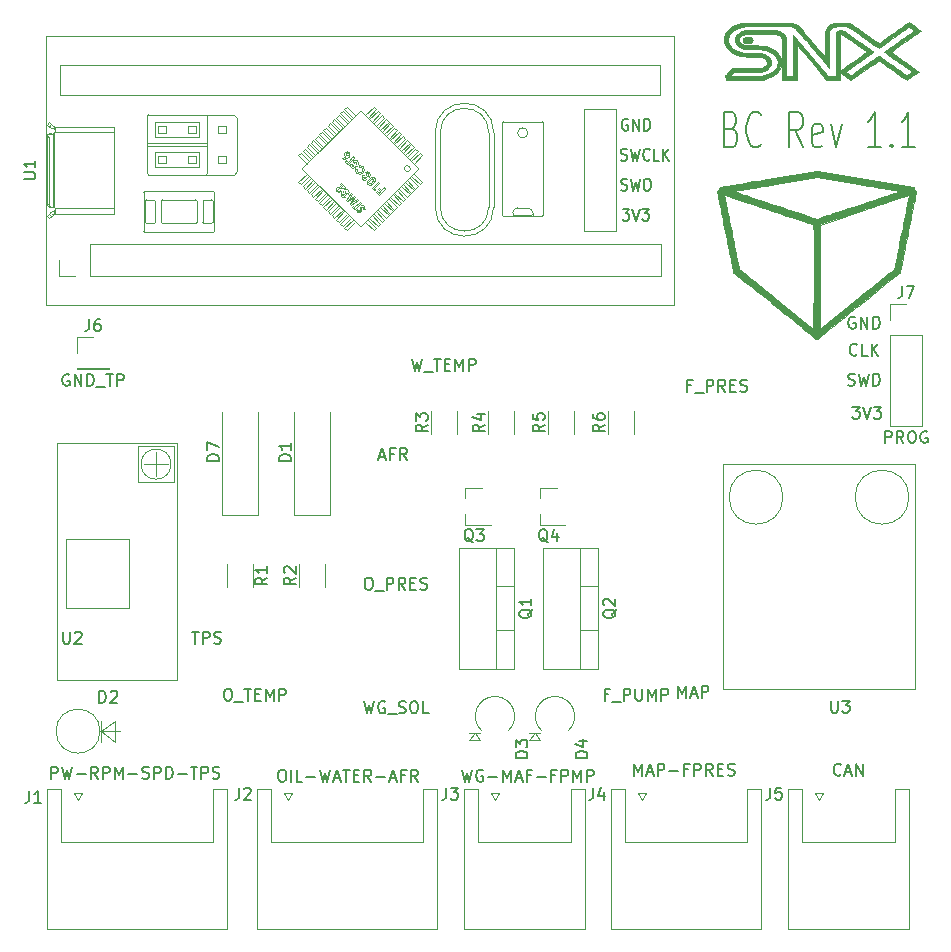
<source format=gbr>
%TF.GenerationSoftware,KiCad,Pcbnew,(5.1.10)-1*%
%TF.CreationDate,2021-11-27T11:32:15+01:00*%
%TF.ProjectId,BoostController,426f6f73-7443-46f6-9e74-726f6c6c6572,rev?*%
%TF.SameCoordinates,Original*%
%TF.FileFunction,Legend,Top*%
%TF.FilePolarity,Positive*%
%FSLAX46Y46*%
G04 Gerber Fmt 4.6, Leading zero omitted, Abs format (unit mm)*
G04 Created by KiCad (PCBNEW (5.1.10)-1) date 2021-11-27 11:32:15*
%MOMM*%
%LPD*%
G01*
G04 APERTURE LIST*
%ADD10C,0.150000*%
%ADD11C,0.010000*%
%ADD12C,0.120000*%
%ADD13R,1.700000X1.700000*%
%ADD14C,3.000000*%
%ADD15O,1.700000X1.700000*%
%ADD16R,2.400000X2.400000*%
%ADD17O,2.400000X2.400000*%
%ADD18R,0.900000X0.800000*%
%ADD19R,2.200000X2.200000*%
%ADD20O,2.200000X2.200000*%
%ADD21R,1.700000X2.000000*%
%ADD22R,1.800000X1.800000*%
%ADD23O,1.800000X1.800000*%
%ADD24C,1.524000*%
%ADD25O,1.524000X2.000000*%
%ADD26R,1.750000X1.750000*%
%ADD27C,1.750000*%
%ADD28R,2.700000X3.500000*%
%ADD29C,1.700000*%
G04 APERTURE END LIST*
D10*
X130587904Y-81748380D02*
X131206952Y-81748380D01*
X130873619Y-82129333D01*
X131016476Y-82129333D01*
X131111714Y-82176952D01*
X131159333Y-82224571D01*
X131206952Y-82319809D01*
X131206952Y-82557904D01*
X131159333Y-82653142D01*
X131111714Y-82700761D01*
X131016476Y-82748380D01*
X130730761Y-82748380D01*
X130635523Y-82700761D01*
X130587904Y-82653142D01*
X131492666Y-81748380D02*
X131826000Y-82748380D01*
X132159333Y-81748380D01*
X132397428Y-81748380D02*
X133016476Y-81748380D01*
X132683142Y-82129333D01*
X132826000Y-82129333D01*
X132921238Y-82176952D01*
X132968857Y-82224571D01*
X133016476Y-82319809D01*
X133016476Y-82557904D01*
X132968857Y-82653142D01*
X132921238Y-82700761D01*
X132826000Y-82748380D01*
X132540285Y-82748380D01*
X132445047Y-82700761D01*
X132397428Y-82653142D01*
X130214857Y-79906761D02*
X130357714Y-79954380D01*
X130595809Y-79954380D01*
X130691047Y-79906761D01*
X130738666Y-79859142D01*
X130786285Y-79763904D01*
X130786285Y-79668666D01*
X130738666Y-79573428D01*
X130691047Y-79525809D01*
X130595809Y-79478190D01*
X130405333Y-79430571D01*
X130310095Y-79382952D01*
X130262476Y-79335333D01*
X130214857Y-79240095D01*
X130214857Y-79144857D01*
X130262476Y-79049619D01*
X130310095Y-79002000D01*
X130405333Y-78954380D01*
X130643428Y-78954380D01*
X130786285Y-79002000D01*
X131119619Y-78954380D02*
X131357714Y-79954380D01*
X131548190Y-79240095D01*
X131738666Y-79954380D01*
X131976761Y-78954380D01*
X132357714Y-79954380D02*
X132357714Y-78954380D01*
X132595809Y-78954380D01*
X132738666Y-79002000D01*
X132833904Y-79097238D01*
X132881523Y-79192476D01*
X132929142Y-79382952D01*
X132929142Y-79525809D01*
X132881523Y-79716285D01*
X132833904Y-79811523D01*
X132738666Y-79906761D01*
X132595809Y-79954380D01*
X132357714Y-79954380D01*
X130976761Y-77319142D02*
X130929142Y-77366761D01*
X130786285Y-77414380D01*
X130691047Y-77414380D01*
X130548190Y-77366761D01*
X130452952Y-77271523D01*
X130405333Y-77176285D01*
X130357714Y-76985809D01*
X130357714Y-76842952D01*
X130405333Y-76652476D01*
X130452952Y-76557238D01*
X130548190Y-76462000D01*
X130691047Y-76414380D01*
X130786285Y-76414380D01*
X130929142Y-76462000D01*
X130976761Y-76509619D01*
X131881523Y-77414380D02*
X131405333Y-77414380D01*
X131405333Y-76414380D01*
X132214857Y-77414380D02*
X132214857Y-76414380D01*
X132786285Y-77414380D02*
X132357714Y-76842952D01*
X132786285Y-76414380D02*
X132214857Y-76985809D01*
X130810095Y-74176000D02*
X130714857Y-74128380D01*
X130572000Y-74128380D01*
X130429142Y-74176000D01*
X130333904Y-74271238D01*
X130286285Y-74366476D01*
X130238666Y-74556952D01*
X130238666Y-74699809D01*
X130286285Y-74890285D01*
X130333904Y-74985523D01*
X130429142Y-75080761D01*
X130572000Y-75128380D01*
X130667238Y-75128380D01*
X130810095Y-75080761D01*
X130857714Y-75033142D01*
X130857714Y-74699809D01*
X130667238Y-74699809D01*
X131286285Y-75128380D02*
X131286285Y-74128380D01*
X131857714Y-75128380D01*
X131857714Y-74128380D01*
X132333904Y-75128380D02*
X132333904Y-74128380D01*
X132572000Y-74128380D01*
X132714857Y-74176000D01*
X132810095Y-74271238D01*
X132857714Y-74366476D01*
X132905333Y-74556952D01*
X132905333Y-74699809D01*
X132857714Y-74890285D01*
X132810095Y-74985523D01*
X132714857Y-75080761D01*
X132572000Y-75128380D01*
X132333904Y-75128380D01*
X120381047Y-58205714D02*
X120666761Y-58348571D01*
X120762000Y-58491428D01*
X120857238Y-58777142D01*
X120857238Y-59205714D01*
X120762000Y-59491428D01*
X120666761Y-59634285D01*
X120476285Y-59777142D01*
X119714380Y-59777142D01*
X119714380Y-56777142D01*
X120381047Y-56777142D01*
X120571523Y-56920000D01*
X120666761Y-57062857D01*
X120762000Y-57348571D01*
X120762000Y-57634285D01*
X120666761Y-57920000D01*
X120571523Y-58062857D01*
X120381047Y-58205714D01*
X119714380Y-58205714D01*
X122857238Y-59491428D02*
X122762000Y-59634285D01*
X122476285Y-59777142D01*
X122285809Y-59777142D01*
X122000095Y-59634285D01*
X121809619Y-59348571D01*
X121714380Y-59062857D01*
X121619142Y-58491428D01*
X121619142Y-58062857D01*
X121714380Y-57491428D01*
X121809619Y-57205714D01*
X122000095Y-56920000D01*
X122285809Y-56777142D01*
X122476285Y-56777142D01*
X122762000Y-56920000D01*
X122857238Y-57062857D01*
X126381047Y-59777142D02*
X125714380Y-58348571D01*
X125238190Y-59777142D02*
X125238190Y-56777142D01*
X126000095Y-56777142D01*
X126190571Y-56920000D01*
X126285809Y-57062857D01*
X126381047Y-57348571D01*
X126381047Y-57777142D01*
X126285809Y-58062857D01*
X126190571Y-58205714D01*
X126000095Y-58348571D01*
X125238190Y-58348571D01*
X128000095Y-59634285D02*
X127809619Y-59777142D01*
X127428666Y-59777142D01*
X127238190Y-59634285D01*
X127142952Y-59348571D01*
X127142952Y-58205714D01*
X127238190Y-57920000D01*
X127428666Y-57777142D01*
X127809619Y-57777142D01*
X128000095Y-57920000D01*
X128095333Y-58205714D01*
X128095333Y-58491428D01*
X127142952Y-58777142D01*
X128762000Y-57777142D02*
X129238190Y-59777142D01*
X129714380Y-57777142D01*
X133047714Y-59777142D02*
X131904857Y-59777142D01*
X132476285Y-59777142D02*
X132476285Y-56777142D01*
X132285809Y-57205714D01*
X132095333Y-57491428D01*
X131904857Y-57634285D01*
X133904857Y-59491428D02*
X134000095Y-59634285D01*
X133904857Y-59777142D01*
X133809619Y-59634285D01*
X133904857Y-59491428D01*
X133904857Y-59777142D01*
X135904857Y-59777142D02*
X134762000Y-59777142D01*
X135333428Y-59777142D02*
X135333428Y-56777142D01*
X135142952Y-57205714D01*
X134952476Y-57491428D01*
X134762000Y-57634285D01*
D11*
%TO.C,Ref\u002A\u002A*%
G36*
X121805448Y-50410586D02*
G01*
X121874109Y-50418358D01*
X121928068Y-50434534D01*
X121974823Y-50458037D01*
X122065314Y-50528916D01*
X122117857Y-50611677D01*
X122132649Y-50699839D01*
X122109887Y-50786922D01*
X122049766Y-50866445D01*
X121960593Y-50927888D01*
X121875186Y-50957991D01*
X121769023Y-50976921D01*
X121661650Y-50982469D01*
X121572614Y-50972426D01*
X121570750Y-50971946D01*
X121449226Y-50925395D01*
X121359410Y-50860202D01*
X121303789Y-50780341D01*
X121284845Y-50689785D01*
X121305062Y-50592508D01*
X121317186Y-50566323D01*
X121378260Y-50491978D01*
X121472773Y-50441332D01*
X121601560Y-50414049D01*
X121708334Y-50408671D01*
X121805448Y-50410586D01*
G37*
X121805448Y-50410586D02*
X121874109Y-50418358D01*
X121928068Y-50434534D01*
X121974823Y-50458037D01*
X122065314Y-50528916D01*
X122117857Y-50611677D01*
X122132649Y-50699839D01*
X122109887Y-50786922D01*
X122049766Y-50866445D01*
X121960593Y-50927888D01*
X121875186Y-50957991D01*
X121769023Y-50976921D01*
X121661650Y-50982469D01*
X121572614Y-50972426D01*
X121570750Y-50971946D01*
X121449226Y-50925395D01*
X121359410Y-50860202D01*
X121303789Y-50780341D01*
X121284845Y-50689785D01*
X121305062Y-50592508D01*
X121317186Y-50566323D01*
X121378260Y-50491978D01*
X121472773Y-50441332D01*
X121601560Y-50414049D01*
X121708334Y-50408671D01*
X121805448Y-50410586D01*
G36*
X135410998Y-49213308D02*
G01*
X135466755Y-49248547D01*
X135544082Y-49300483D01*
X135637790Y-49365355D01*
X135742690Y-49439398D01*
X135853592Y-49518849D01*
X135965308Y-49599945D01*
X136072647Y-49678921D01*
X136170422Y-49752016D01*
X136253442Y-49815465D01*
X136316518Y-49865506D01*
X136354462Y-49898374D01*
X136363053Y-49910022D01*
X136343200Y-49924567D01*
X136291543Y-49961535D01*
X136210872Y-50018949D01*
X136103977Y-50094832D01*
X135973649Y-50187209D01*
X135822678Y-50294101D01*
X135653854Y-50413533D01*
X135469966Y-50543526D01*
X135273807Y-50682106D01*
X135106834Y-50800000D01*
X134902785Y-50944074D01*
X134708770Y-51081139D01*
X134527572Y-51209221D01*
X134361979Y-51326349D01*
X134214776Y-51430549D01*
X134088748Y-51519848D01*
X133986682Y-51592275D01*
X133911363Y-51645856D01*
X133865578Y-51678619D01*
X133852036Y-51688557D01*
X133866042Y-51702891D01*
X133911914Y-51739561D01*
X133986890Y-51796550D01*
X134088212Y-51871840D01*
X134213118Y-51963414D01*
X134358847Y-52069253D01*
X134522640Y-52187341D01*
X134701735Y-52315659D01*
X134893372Y-52452189D01*
X135010911Y-52535571D01*
X135209051Y-52676091D01*
X135396689Y-52809513D01*
X135571018Y-52933821D01*
X135729230Y-53046996D01*
X135868521Y-53147020D01*
X135986081Y-53231874D01*
X136079104Y-53299539D01*
X136144784Y-53347998D01*
X136180312Y-53375233D01*
X136185998Y-53380508D01*
X136169352Y-53395775D01*
X136123193Y-53431276D01*
X136052872Y-53483234D01*
X135963743Y-53547869D01*
X135861156Y-53621406D01*
X135750464Y-53700067D01*
X135637018Y-53780074D01*
X135526172Y-53857649D01*
X135423276Y-53929016D01*
X135333684Y-53990397D01*
X135262746Y-54038015D01*
X135215815Y-54068091D01*
X135199228Y-54076967D01*
X135177694Y-54066170D01*
X135124603Y-54032777D01*
X135042858Y-53978780D01*
X134935363Y-53906171D01*
X134805019Y-53816943D01*
X134654731Y-53713088D01*
X134487400Y-53596599D01*
X134305931Y-53469468D01*
X134113225Y-53333688D01*
X134013042Y-53262806D01*
X133815586Y-53123247D01*
X133627779Y-52991162D01*
X133452541Y-52868563D01*
X133292793Y-52757465D01*
X133151458Y-52659879D01*
X133031457Y-52577818D01*
X132935710Y-52513296D01*
X132867139Y-52468325D01*
X132828665Y-52444917D01*
X132821648Y-52441929D01*
X132799196Y-52453874D01*
X132745188Y-52488367D01*
X132662548Y-52543396D01*
X132554200Y-52616948D01*
X132423068Y-52707009D01*
X132272075Y-52811569D01*
X132104146Y-52928613D01*
X131922205Y-53056129D01*
X131729176Y-53192104D01*
X131631188Y-53261381D01*
X131433940Y-53400691D01*
X131246479Y-53532486D01*
X131071712Y-53654761D01*
X130912547Y-53765510D01*
X130771890Y-53862728D01*
X130652650Y-53944409D01*
X130557734Y-54008548D01*
X130490050Y-54053138D01*
X130452504Y-54076174D01*
X130445964Y-54078985D01*
X130421893Y-54066609D01*
X130368414Y-54032728D01*
X130290417Y-53980649D01*
X130192792Y-53913681D01*
X130080427Y-53835133D01*
X129973917Y-53759546D01*
X129529417Y-53441956D01*
X129523559Y-53750812D01*
X129517702Y-54059667D01*
X128365250Y-54057005D01*
X127127000Y-52592126D01*
X125888750Y-51127248D01*
X125883315Y-52593457D01*
X125877879Y-54059667D01*
X124651453Y-54059667D01*
X124639917Y-50574109D01*
X124580008Y-50487671D01*
X124486382Y-50384069D01*
X124359192Y-50297013D01*
X124245742Y-50243367D01*
X124221095Y-50233614D01*
X124196211Y-50225305D01*
X124167612Y-50218303D01*
X124131819Y-50212473D01*
X124085354Y-50207679D01*
X124024741Y-50203786D01*
X123946500Y-50200658D01*
X123847155Y-50198160D01*
X123723228Y-50196155D01*
X123571240Y-50194508D01*
X123387714Y-50193083D01*
X123169172Y-50191745D01*
X122912137Y-50190358D01*
X122883084Y-50190206D01*
X122604974Y-50188885D01*
X122365694Y-50188171D01*
X122161741Y-50188241D01*
X121989614Y-50189274D01*
X121845811Y-50191447D01*
X121726829Y-50194937D01*
X121629168Y-50199921D01*
X121549324Y-50206579D01*
X121483797Y-50215086D01*
X121429083Y-50225620D01*
X121381683Y-50238360D01*
X121338093Y-50253482D01*
X121295934Y-50270683D01*
X121209702Y-50318699D01*
X121122149Y-50385471D01*
X121046841Y-50459312D01*
X120997880Y-50527483D01*
X120973061Y-50611102D01*
X120970150Y-50708866D01*
X120989126Y-50798710D01*
X120998169Y-50819076D01*
X121062224Y-50905389D01*
X121159255Y-50987954D01*
X121279997Y-51060242D01*
X121415184Y-51115726D01*
X121422584Y-51118076D01*
X121472003Y-51126904D01*
X121561758Y-51135016D01*
X121692261Y-51142432D01*
X121863929Y-51149172D01*
X122077176Y-51155257D01*
X122279834Y-51159702D01*
X122482916Y-51163803D01*
X122648865Y-51167592D01*
X122782876Y-51171438D01*
X122890144Y-51175708D01*
X122975863Y-51180769D01*
X123045228Y-51186988D01*
X123103433Y-51194734D01*
X123155675Y-51204372D01*
X123207147Y-51216272D01*
X123255062Y-51228674D01*
X123548772Y-51323385D01*
X123808489Y-51442606D01*
X124035053Y-51586791D01*
X124225304Y-51752314D01*
X124378662Y-51934737D01*
X124491980Y-52127711D01*
X124565269Y-52328079D01*
X124598542Y-52532685D01*
X124591811Y-52738375D01*
X124545089Y-52941992D01*
X124458387Y-53140380D01*
X124331718Y-53330383D01*
X124218659Y-53457328D01*
X124033963Y-53620640D01*
X123830083Y-53756365D01*
X123601366Y-53867508D01*
X123342161Y-53957075D01*
X123214911Y-53990934D01*
X122988917Y-54046284D01*
X121427875Y-54054214D01*
X119866834Y-54062144D01*
X119866834Y-53977775D01*
X119858814Y-53911058D01*
X119829211Y-53865167D01*
X119812143Y-53850386D01*
X119774966Y-53809547D01*
X119774191Y-53780058D01*
X119792477Y-53756223D01*
X119833854Y-53705459D01*
X119893939Y-53633044D01*
X119968346Y-53544255D01*
X120052691Y-53444368D01*
X120073215Y-53420167D01*
X120355501Y-53087584D01*
X121608709Y-53081380D01*
X121878505Y-53080072D01*
X122109493Y-53078799D01*
X122305193Y-53077221D01*
X122469130Y-53075002D01*
X122604825Y-53071801D01*
X122715801Y-53067282D01*
X122805580Y-53061105D01*
X122877686Y-53052933D01*
X122935640Y-53042426D01*
X122982965Y-53029248D01*
X123023184Y-53013058D01*
X123059820Y-52993520D01*
X123096394Y-52970294D01*
X123136429Y-52943042D01*
X123150765Y-52933269D01*
X123259963Y-52840458D01*
X123329234Y-52740139D01*
X123359525Y-52635819D01*
X123351781Y-52531005D01*
X123306950Y-52429206D01*
X123225979Y-52333930D01*
X123109814Y-52248684D01*
X122959403Y-52176978D01*
X122945194Y-52171665D01*
X122909838Y-52159534D01*
X122873291Y-52149569D01*
X122830801Y-52141447D01*
X122777614Y-52134843D01*
X122708980Y-52129435D01*
X122620147Y-52124899D01*
X122506363Y-52120911D01*
X122362875Y-52117149D01*
X122184932Y-52113290D01*
X122047000Y-52110545D01*
X121826987Y-52105983D01*
X121643841Y-52101231D01*
X121492100Y-52095622D01*
X121366300Y-52088490D01*
X121260978Y-52079166D01*
X121170671Y-52066985D01*
X121089915Y-52051279D01*
X121013249Y-52031381D01*
X120935208Y-52006625D01*
X120850329Y-51976343D01*
X120802916Y-51958657D01*
X120557144Y-51849670D01*
X120339526Y-51719366D01*
X120151882Y-51570308D01*
X119996029Y-51405060D01*
X119873786Y-51226186D01*
X119786971Y-51036248D01*
X119737402Y-50837811D01*
X119726899Y-50633437D01*
X119728213Y-50622897D01*
X120061691Y-50622897D01*
X120062709Y-50767014D01*
X120085822Y-50892859D01*
X120135205Y-51014967D01*
X120210498Y-51141116D01*
X120333313Y-51290221D01*
X120492009Y-51426543D01*
X120681177Y-51546656D01*
X120895411Y-51647133D01*
X121129305Y-51724547D01*
X121132432Y-51725382D01*
X121188408Y-51739832D01*
X121240252Y-51751626D01*
X121293223Y-51761142D01*
X121352581Y-51768758D01*
X121423585Y-51774854D01*
X121511494Y-51779808D01*
X121621568Y-51783998D01*
X121759066Y-51787803D01*
X121929248Y-51791603D01*
X122099917Y-51795039D01*
X122317602Y-51799600D01*
X122497969Y-51804342D01*
X122646034Y-51809913D01*
X122766808Y-51816961D01*
X122865306Y-51826131D01*
X122946542Y-51838072D01*
X123015530Y-51853430D01*
X123077282Y-51872853D01*
X123136812Y-51896988D01*
X123199135Y-51926481D01*
X123227188Y-51940540D01*
X123393470Y-52045056D01*
X123524169Y-52172400D01*
X123615996Y-52315617D01*
X123671506Y-52472674D01*
X123686326Y-52632348D01*
X123660363Y-52789450D01*
X123626213Y-52878124D01*
X123552514Y-52995405D01*
X123447665Y-53109626D01*
X123322247Y-53210589D01*
X123214793Y-53274670D01*
X123161526Y-53301050D01*
X123111862Y-53323540D01*
X123062041Y-53342453D01*
X123008304Y-53358103D01*
X122946891Y-53370803D01*
X122874045Y-53380867D01*
X122786006Y-53388610D01*
X122679014Y-53394343D01*
X122549311Y-53398383D01*
X122393138Y-53401041D01*
X122206735Y-53402632D01*
X121986344Y-53403469D01*
X121728205Y-53403867D01*
X121666000Y-53403926D01*
X120512417Y-53404978D01*
X120380125Y-53562487D01*
X120323624Y-53630826D01*
X120279156Y-53686645D01*
X120252650Y-53722387D01*
X120247834Y-53731081D01*
X120268268Y-53734335D01*
X120326648Y-53737039D01*
X120418590Y-53739213D01*
X120539710Y-53740876D01*
X120685625Y-53742048D01*
X120851952Y-53742747D01*
X121034305Y-53742994D01*
X121228302Y-53742807D01*
X121429559Y-53742206D01*
X121633693Y-53741210D01*
X121836319Y-53739839D01*
X122033053Y-53738111D01*
X122219513Y-53736046D01*
X122391314Y-53733664D01*
X122544073Y-53730984D01*
X122673406Y-53728025D01*
X122774930Y-53724806D01*
X122844260Y-53721347D01*
X122865422Y-53719540D01*
X123121937Y-53676158D01*
X123363455Y-53606237D01*
X123585699Y-53512267D01*
X123784391Y-53396743D01*
X123955255Y-53262158D01*
X124094012Y-53111005D01*
X124196385Y-52945777D01*
X124197683Y-52943076D01*
X124245754Y-52802727D01*
X124267766Y-52646345D01*
X124262939Y-52489441D01*
X124230498Y-52347526D01*
X124227876Y-52340409D01*
X124138789Y-52162946D01*
X124011433Y-52002022D01*
X123845473Y-51857315D01*
X123640574Y-51728501D01*
X123539250Y-51677367D01*
X123443866Y-51633294D01*
X123357723Y-51596802D01*
X123275444Y-51567078D01*
X123191651Y-51543310D01*
X123100967Y-51524685D01*
X122998015Y-51510390D01*
X122877416Y-51499612D01*
X122733794Y-51491539D01*
X122561771Y-51485357D01*
X122355970Y-51480254D01*
X122216334Y-51477417D01*
X122001622Y-51473066D01*
X121824190Y-51468680D01*
X121678987Y-51463593D01*
X121560965Y-51457135D01*
X121465072Y-51448639D01*
X121386262Y-51437437D01*
X121319482Y-51422861D01*
X121259685Y-51404243D01*
X121201820Y-51380915D01*
X121140838Y-51352209D01*
X121094500Y-51329016D01*
X120939985Y-51231684D01*
X120815173Y-51113559D01*
X120722096Y-50979443D01*
X120662785Y-50834140D01*
X120639271Y-50682453D01*
X120653585Y-50529185D01*
X120699724Y-50395467D01*
X120770481Y-50282299D01*
X120870302Y-50170622D01*
X120987203Y-50072276D01*
X121092988Y-50007016D01*
X121171969Y-49972607D01*
X121270615Y-49937312D01*
X121364499Y-49909615D01*
X121400038Y-49901071D01*
X121436974Y-49893803D01*
X121478877Y-49887709D01*
X121529321Y-49882688D01*
X121591875Y-49878640D01*
X121670113Y-49875462D01*
X121767607Y-49873053D01*
X121887926Y-49871313D01*
X122034645Y-49870140D01*
X122211333Y-49869432D01*
X122421563Y-49869089D01*
X122668908Y-49869010D01*
X122796511Y-49869034D01*
X123079114Y-49869198D01*
X123322903Y-49869707D01*
X123531398Y-49870848D01*
X123708119Y-49872910D01*
X123856585Y-49876182D01*
X123980315Y-49880950D01*
X124082831Y-49887504D01*
X124167650Y-49896131D01*
X124238293Y-49907120D01*
X124298279Y-49920758D01*
X124351129Y-49937334D01*
X124400361Y-49957136D01*
X124449495Y-49980452D01*
X124502051Y-50007570D01*
X124504491Y-50008852D01*
X124665111Y-50111856D01*
X124795278Y-50234553D01*
X124889986Y-50372056D01*
X124902779Y-50397784D01*
X124957417Y-50514250D01*
X124963220Y-52128209D01*
X124969022Y-53742167D01*
X125560422Y-53742167D01*
X125571250Y-50244035D01*
X128533024Y-53742167D01*
X129201334Y-53742167D01*
X129201385Y-52554651D01*
X129522480Y-52554651D01*
X129522898Y-52745934D01*
X129523831Y-52904511D01*
X129525312Y-53032787D01*
X129527374Y-53133169D01*
X129530051Y-53208063D01*
X129533375Y-53259874D01*
X129537379Y-53291010D01*
X129542096Y-53303877D01*
X129545155Y-53303930D01*
X129566656Y-53288468D01*
X129619760Y-53250680D01*
X129701496Y-53192670D01*
X129808893Y-53116541D01*
X129938982Y-53024398D01*
X130088792Y-52918344D01*
X130255352Y-52800483D01*
X130435692Y-52672919D01*
X130626841Y-52537755D01*
X130689261Y-52493627D01*
X130881972Y-52356992D01*
X131063656Y-52227390D01*
X131231483Y-52106890D01*
X131382620Y-51997565D01*
X131514238Y-51901483D01*
X131623506Y-51820715D01*
X131707592Y-51757332D01*
X131763666Y-51713405D01*
X131788897Y-51691003D01*
X131789928Y-51688639D01*
X131767034Y-51671410D01*
X131713265Y-51632542D01*
X131632352Y-51574665D01*
X131528024Y-51500407D01*
X131404014Y-51412399D01*
X131264050Y-51313270D01*
X131111863Y-51205649D01*
X130951184Y-51092167D01*
X130785743Y-50975452D01*
X130619270Y-50858135D01*
X130455495Y-50742844D01*
X130298150Y-50632209D01*
X130150964Y-50528860D01*
X130017668Y-50435426D01*
X129901991Y-50354537D01*
X129807665Y-50288822D01*
X129738420Y-50240911D01*
X129697986Y-50213434D01*
X129689469Y-50208031D01*
X129632686Y-50191475D01*
X129586578Y-50190154D01*
X129529417Y-50196750D01*
X129523988Y-51760497D01*
X129523058Y-52064338D01*
X129522545Y-52328254D01*
X129522480Y-52554651D01*
X129201385Y-52554651D01*
X129201413Y-51916542D01*
X129201451Y-51596432D01*
X129201576Y-51315926D01*
X129201848Y-51072292D01*
X129202327Y-50862801D01*
X129203071Y-50684721D01*
X129204142Y-50535323D01*
X129205598Y-50411877D01*
X129207498Y-50311652D01*
X129209904Y-50231917D01*
X129212875Y-50169942D01*
X129216469Y-50122998D01*
X129220748Y-50088353D01*
X129225770Y-50063277D01*
X129231596Y-50045041D01*
X129238285Y-50030913D01*
X129242810Y-50023153D01*
X129297522Y-49955862D01*
X129369381Y-49911628D01*
X129466067Y-49887306D01*
X129592917Y-49879754D01*
X129707009Y-49884040D01*
X129789922Y-49898725D01*
X129836334Y-49916752D01*
X129867535Y-49935975D01*
X129928681Y-49976760D01*
X130016435Y-50036739D01*
X130127459Y-50113540D01*
X130258415Y-50204796D01*
X130405966Y-50308135D01*
X130566773Y-50421188D01*
X130737499Y-50541586D01*
X130914806Y-50666959D01*
X131095357Y-50794938D01*
X131275813Y-50923152D01*
X131452837Y-51049231D01*
X131623091Y-51170808D01*
X131783238Y-51285510D01*
X131929940Y-51390970D01*
X132059858Y-51484817D01*
X132169655Y-51564682D01*
X132255994Y-51628195D01*
X132315537Y-51672986D01*
X132344946Y-51696685D01*
X132347509Y-51699584D01*
X132331693Y-51715069D01*
X132284039Y-51752829D01*
X132207359Y-51810815D01*
X132104463Y-51886977D01*
X131978162Y-51979267D01*
X131831267Y-52085637D01*
X131666590Y-52204039D01*
X131486941Y-52332422D01*
X131295131Y-52468740D01*
X131190172Y-52543031D01*
X130992981Y-52682628D01*
X130806308Y-52815198D01*
X130632981Y-52938707D01*
X130475825Y-53051122D01*
X130337668Y-53150408D01*
X130221335Y-53234531D01*
X130129653Y-53301456D01*
X130065449Y-53349150D01*
X130031548Y-53375579D01*
X130026834Y-53380258D01*
X130043191Y-53398079D01*
X130086698Y-53433129D01*
X130149009Y-53479566D01*
X130221778Y-53531550D01*
X130296660Y-53583242D01*
X130365307Y-53628802D01*
X130419374Y-53662389D01*
X130450514Y-53678163D01*
X130453288Y-53678667D01*
X130473895Y-53666731D01*
X130526104Y-53632262D01*
X130607021Y-53577272D01*
X130713757Y-53503771D01*
X130843418Y-53413768D01*
X130993112Y-53309276D01*
X131159949Y-53192303D01*
X131341035Y-53064861D01*
X131533480Y-52928960D01*
X131632001Y-52859214D01*
X131829287Y-52719778D01*
X132016926Y-52587817D01*
X132191996Y-52465347D01*
X132351571Y-52354382D01*
X132492727Y-52256938D01*
X132612539Y-52175028D01*
X132708084Y-52110667D01*
X132776436Y-52065870D01*
X132814671Y-52042651D01*
X132821516Y-52039762D01*
X132843987Y-52051715D01*
X132898002Y-52086229D01*
X132980637Y-52141291D01*
X133088968Y-52214886D01*
X133220070Y-52304998D01*
X133371018Y-52409615D01*
X133538889Y-52526720D01*
X133720758Y-52654299D01*
X133913700Y-52790338D01*
X134011031Y-52859214D01*
X134208065Y-52998570D01*
X134395210Y-53130459D01*
X134569569Y-53252872D01*
X134728247Y-53363797D01*
X134868347Y-53461222D01*
X134986972Y-53543138D01*
X135081227Y-53607532D01*
X135148214Y-53652394D01*
X135185039Y-53675714D01*
X135191211Y-53678667D01*
X135216933Y-53667136D01*
X135267111Y-53636474D01*
X135333399Y-53592580D01*
X135407449Y-53541350D01*
X135480912Y-53488683D01*
X135545441Y-53440476D01*
X135592689Y-53402627D01*
X135614307Y-53381034D01*
X135614834Y-53379377D01*
X135597994Y-53364948D01*
X135549361Y-53328191D01*
X135471762Y-53271139D01*
X135368023Y-53195827D01*
X135240972Y-53104288D01*
X135093436Y-52998555D01*
X134928242Y-52880664D01*
X134748218Y-52752646D01*
X134556189Y-52616537D01*
X134451623Y-52542597D01*
X134254537Y-52402982D01*
X134068136Y-52270219D01*
X133895230Y-52146357D01*
X133738630Y-52033446D01*
X133601149Y-51933531D01*
X133485598Y-51848663D01*
X133394788Y-51780890D01*
X133331531Y-51732259D01*
X133298639Y-51704818D01*
X133294473Y-51699584D01*
X133312326Y-51684171D01*
X133362026Y-51646337D01*
X133440830Y-51588063D01*
X133545990Y-51511332D01*
X133674764Y-51418124D01*
X133824406Y-51310421D01*
X133992171Y-51190205D01*
X134175315Y-51059456D01*
X134371092Y-50920158D01*
X134547553Y-50794976D01*
X134751917Y-50650020D01*
X134945971Y-50512032D01*
X135126978Y-50382982D01*
X135292199Y-50264838D01*
X135438895Y-50159569D01*
X135564327Y-50069144D01*
X135665759Y-49995531D01*
X135740451Y-49940699D01*
X135785664Y-49906617D01*
X135798886Y-49895393D01*
X135784247Y-49878260D01*
X135742248Y-49843724D01*
X135681000Y-49797484D01*
X135608616Y-49745243D01*
X135533208Y-49692700D01*
X135462888Y-49645556D01*
X135405767Y-49609514D01*
X135369958Y-49590273D01*
X135362554Y-49588747D01*
X135343693Y-49601640D01*
X135293048Y-49637078D01*
X135213367Y-49693122D01*
X135107398Y-49767829D01*
X134977890Y-49859259D01*
X134827590Y-49965470D01*
X134659248Y-50084522D01*
X134475610Y-50214473D01*
X134279426Y-50353382D01*
X134096404Y-50483039D01*
X133891199Y-50628248D01*
X133695886Y-50766075D01*
X133513234Y-50894590D01*
X133346011Y-51011863D01*
X133196986Y-51115964D01*
X133068928Y-51204963D01*
X132964604Y-51276931D01*
X132886783Y-51329937D01*
X132838234Y-51362052D01*
X132821894Y-51371500D01*
X132801629Y-51359547D01*
X132749685Y-51324991D01*
X132668864Y-51269788D01*
X132561969Y-51195893D01*
X132431802Y-51105262D01*
X132281165Y-50999849D01*
X132112861Y-50881611D01*
X131929693Y-50752503D01*
X131734463Y-50614480D01*
X131578073Y-50503637D01*
X131332721Y-50329457D01*
X131119087Y-50177929D01*
X130934196Y-50047449D01*
X130775072Y-49936413D01*
X130638737Y-49843218D01*
X130522217Y-49766260D01*
X130422535Y-49703935D01*
X130336714Y-49654639D01*
X130261778Y-49616768D01*
X130194751Y-49588719D01*
X130132657Y-49568887D01*
X130072519Y-49555669D01*
X130011362Y-49547461D01*
X129946208Y-49542659D01*
X129874083Y-49539659D01*
X129792008Y-49536858D01*
X129783417Y-49536537D01*
X129530060Y-49533703D01*
X129313250Y-49546256D01*
X129129860Y-49574815D01*
X128976762Y-49619998D01*
X128850829Y-49682424D01*
X128778737Y-49735363D01*
X128747512Y-49761466D01*
X128720377Y-49784654D01*
X128697043Y-49807930D01*
X128677226Y-49834294D01*
X128660636Y-49866747D01*
X128646988Y-49908289D01*
X128635994Y-49961923D01*
X128627368Y-50030648D01*
X128620822Y-50117465D01*
X128616069Y-50225376D01*
X128612823Y-50357382D01*
X128610795Y-50516482D01*
X128609700Y-50705679D01*
X128609251Y-50927972D01*
X128609159Y-51186363D01*
X128609139Y-51483853D01*
X128609132Y-51508676D01*
X128608667Y-53032269D01*
X128547451Y-52969176D01*
X128525244Y-52944254D01*
X128477682Y-52889320D01*
X128406738Y-52806691D01*
X128314386Y-52698687D01*
X128202598Y-52567625D01*
X128073348Y-52415824D01*
X127928609Y-52245602D01*
X127770355Y-52059277D01*
X127600559Y-51859167D01*
X127421193Y-51647591D01*
X127234232Y-51426867D01*
X127160485Y-51339750D01*
X126929475Y-51067302D01*
X126715475Y-50815891D01*
X126519560Y-50586755D01*
X126342807Y-50381131D01*
X126186294Y-50200258D01*
X126051097Y-50045372D01*
X125938293Y-49917711D01*
X125848958Y-49818514D01*
X125784169Y-49749017D01*
X125745003Y-49710458D01*
X125738082Y-49704873D01*
X125664635Y-49660916D01*
X125572828Y-49616891D01*
X125500507Y-49588751D01*
X125359584Y-49541173D01*
X123592167Y-49534291D01*
X123240554Y-49533228D01*
X122916332Y-49532870D01*
X122621340Y-49533204D01*
X122357411Y-49534215D01*
X122126382Y-49535889D01*
X121930089Y-49538214D01*
X121770368Y-49541175D01*
X121649054Y-49544758D01*
X121567984Y-49548949D01*
X121560167Y-49549566D01*
X121258820Y-49590096D01*
X120988345Y-49658855D01*
X120747691Y-49756266D01*
X120535809Y-49882756D01*
X120352939Y-50037455D01*
X120237459Y-50163284D01*
X120155200Y-50280123D01*
X120101367Y-50397610D01*
X120071166Y-50525382D01*
X120061691Y-50622897D01*
X119728213Y-50622897D01*
X119747225Y-50470416D01*
X119812963Y-50250679D01*
X119916728Y-50047316D01*
X120056862Y-49861957D01*
X120231711Y-49696228D01*
X120439617Y-49551758D01*
X120678926Y-49430177D01*
X120883351Y-49353246D01*
X120948194Y-49332076D01*
X121007012Y-49313335D01*
X121062678Y-49296874D01*
X121118062Y-49282545D01*
X121176037Y-49270201D01*
X121239475Y-49259694D01*
X121311248Y-49250876D01*
X121394228Y-49243600D01*
X121491286Y-49237716D01*
X121605296Y-49233079D01*
X121739127Y-49229539D01*
X121895654Y-49226949D01*
X122077746Y-49225162D01*
X122288278Y-49224028D01*
X122530119Y-49223402D01*
X122806144Y-49223134D01*
X123119222Y-49223077D01*
X123412250Y-49223084D01*
X123748642Y-49223121D01*
X124045396Y-49223267D01*
X124305207Y-49223570D01*
X124530772Y-49224080D01*
X124724787Y-49224846D01*
X124889945Y-49225917D01*
X125028944Y-49227342D01*
X125144479Y-49229170D01*
X125239245Y-49231451D01*
X125315938Y-49234234D01*
X125377253Y-49237569D01*
X125425887Y-49241504D01*
X125464534Y-49246088D01*
X125495890Y-49251371D01*
X125522651Y-49257402D01*
X125539500Y-49261928D01*
X125674967Y-49309223D01*
X125811597Y-49372679D01*
X125935547Y-49444998D01*
X126032976Y-49518879D01*
X126041176Y-49526499D01*
X126067572Y-49554735D01*
X126118993Y-49612691D01*
X126193173Y-49697724D01*
X126287844Y-49807193D01*
X126400740Y-49938455D01*
X126529595Y-50088867D01*
X126672142Y-50255789D01*
X126826115Y-50436577D01*
X126989246Y-50628589D01*
X127159270Y-50829184D01*
X127201634Y-50879238D01*
X128280584Y-52154393D01*
X128291167Y-51006238D01*
X128293507Y-50756519D01*
X128295654Y-50545515D01*
X128297774Y-50369609D01*
X128300033Y-50225183D01*
X128302595Y-50108621D01*
X128305628Y-50016305D01*
X128309295Y-49944619D01*
X128313763Y-49889945D01*
X128319197Y-49848666D01*
X128325763Y-49817166D01*
X128333627Y-49791827D01*
X128342953Y-49769033D01*
X128348336Y-49757201D01*
X128409985Y-49657137D01*
X128499962Y-49553591D01*
X128606871Y-49457719D01*
X128719318Y-49380673D01*
X128749831Y-49364201D01*
X128839139Y-49321541D01*
X128922414Y-49288455D01*
X129007023Y-49263750D01*
X129100332Y-49246235D01*
X129209708Y-49234715D01*
X129342518Y-49227999D01*
X129506128Y-49224895D01*
X129614084Y-49224289D01*
X129802708Y-49224949D01*
X129955983Y-49228671D01*
X130080845Y-49236446D01*
X130184226Y-49249265D01*
X130273062Y-49268118D01*
X130354287Y-49293997D01*
X130434834Y-49327892D01*
X130475489Y-49347398D01*
X130516291Y-49371285D01*
X130588129Y-49417508D01*
X130687623Y-49483747D01*
X130811398Y-49567681D01*
X130956074Y-49666992D01*
X131118276Y-49779358D01*
X131294625Y-49902459D01*
X131481744Y-50033976D01*
X131676255Y-50171589D01*
X131704236Y-50191459D01*
X131895727Y-50327264D01*
X132077254Y-50455535D01*
X132245843Y-50574202D01*
X132398522Y-50681196D01*
X132532321Y-50774446D01*
X132644267Y-50851883D01*
X132731388Y-50911438D01*
X132790713Y-50951040D01*
X132819269Y-50968621D01*
X132821220Y-50969334D01*
X132841686Y-50957377D01*
X132893864Y-50922795D01*
X132974983Y-50867520D01*
X133082270Y-50793483D01*
X133212956Y-50702615D01*
X133364268Y-50596850D01*
X133533437Y-50478117D01*
X133717690Y-50348350D01*
X133914256Y-50209480D01*
X134096781Y-50080170D01*
X134302135Y-49934904D01*
X134497875Y-49797222D01*
X134681207Y-49669043D01*
X134849336Y-49552281D01*
X134999469Y-49448855D01*
X135128810Y-49360680D01*
X135234567Y-49289675D01*
X135313943Y-49237755D01*
X135364146Y-49206837D01*
X135382000Y-49198531D01*
X135410998Y-49213308D01*
G37*
X135410998Y-49213308D02*
X135466755Y-49248547D01*
X135544082Y-49300483D01*
X135637790Y-49365355D01*
X135742690Y-49439398D01*
X135853592Y-49518849D01*
X135965308Y-49599945D01*
X136072647Y-49678921D01*
X136170422Y-49752016D01*
X136253442Y-49815465D01*
X136316518Y-49865506D01*
X136354462Y-49898374D01*
X136363053Y-49910022D01*
X136343200Y-49924567D01*
X136291543Y-49961535D01*
X136210872Y-50018949D01*
X136103977Y-50094832D01*
X135973649Y-50187209D01*
X135822678Y-50294101D01*
X135653854Y-50413533D01*
X135469966Y-50543526D01*
X135273807Y-50682106D01*
X135106834Y-50800000D01*
X134902785Y-50944074D01*
X134708770Y-51081139D01*
X134527572Y-51209221D01*
X134361979Y-51326349D01*
X134214776Y-51430549D01*
X134088748Y-51519848D01*
X133986682Y-51592275D01*
X133911363Y-51645856D01*
X133865578Y-51678619D01*
X133852036Y-51688557D01*
X133866042Y-51702891D01*
X133911914Y-51739561D01*
X133986890Y-51796550D01*
X134088212Y-51871840D01*
X134213118Y-51963414D01*
X134358847Y-52069253D01*
X134522640Y-52187341D01*
X134701735Y-52315659D01*
X134893372Y-52452189D01*
X135010911Y-52535571D01*
X135209051Y-52676091D01*
X135396689Y-52809513D01*
X135571018Y-52933821D01*
X135729230Y-53046996D01*
X135868521Y-53147020D01*
X135986081Y-53231874D01*
X136079104Y-53299539D01*
X136144784Y-53347998D01*
X136180312Y-53375233D01*
X136185998Y-53380508D01*
X136169352Y-53395775D01*
X136123193Y-53431276D01*
X136052872Y-53483234D01*
X135963743Y-53547869D01*
X135861156Y-53621406D01*
X135750464Y-53700067D01*
X135637018Y-53780074D01*
X135526172Y-53857649D01*
X135423276Y-53929016D01*
X135333684Y-53990397D01*
X135262746Y-54038015D01*
X135215815Y-54068091D01*
X135199228Y-54076967D01*
X135177694Y-54066170D01*
X135124603Y-54032777D01*
X135042858Y-53978780D01*
X134935363Y-53906171D01*
X134805019Y-53816943D01*
X134654731Y-53713088D01*
X134487400Y-53596599D01*
X134305931Y-53469468D01*
X134113225Y-53333688D01*
X134013042Y-53262806D01*
X133815586Y-53123247D01*
X133627779Y-52991162D01*
X133452541Y-52868563D01*
X133292793Y-52757465D01*
X133151458Y-52659879D01*
X133031457Y-52577818D01*
X132935710Y-52513296D01*
X132867139Y-52468325D01*
X132828665Y-52444917D01*
X132821648Y-52441929D01*
X132799196Y-52453874D01*
X132745188Y-52488367D01*
X132662548Y-52543396D01*
X132554200Y-52616948D01*
X132423068Y-52707009D01*
X132272075Y-52811569D01*
X132104146Y-52928613D01*
X131922205Y-53056129D01*
X131729176Y-53192104D01*
X131631188Y-53261381D01*
X131433940Y-53400691D01*
X131246479Y-53532486D01*
X131071712Y-53654761D01*
X130912547Y-53765510D01*
X130771890Y-53862728D01*
X130652650Y-53944409D01*
X130557734Y-54008548D01*
X130490050Y-54053138D01*
X130452504Y-54076174D01*
X130445964Y-54078985D01*
X130421893Y-54066609D01*
X130368414Y-54032728D01*
X130290417Y-53980649D01*
X130192792Y-53913681D01*
X130080427Y-53835133D01*
X129973917Y-53759546D01*
X129529417Y-53441956D01*
X129523559Y-53750812D01*
X129517702Y-54059667D01*
X128365250Y-54057005D01*
X127127000Y-52592126D01*
X125888750Y-51127248D01*
X125883315Y-52593457D01*
X125877879Y-54059667D01*
X124651453Y-54059667D01*
X124639917Y-50574109D01*
X124580008Y-50487671D01*
X124486382Y-50384069D01*
X124359192Y-50297013D01*
X124245742Y-50243367D01*
X124221095Y-50233614D01*
X124196211Y-50225305D01*
X124167612Y-50218303D01*
X124131819Y-50212473D01*
X124085354Y-50207679D01*
X124024741Y-50203786D01*
X123946500Y-50200658D01*
X123847155Y-50198160D01*
X123723228Y-50196155D01*
X123571240Y-50194508D01*
X123387714Y-50193083D01*
X123169172Y-50191745D01*
X122912137Y-50190358D01*
X122883084Y-50190206D01*
X122604974Y-50188885D01*
X122365694Y-50188171D01*
X122161741Y-50188241D01*
X121989614Y-50189274D01*
X121845811Y-50191447D01*
X121726829Y-50194937D01*
X121629168Y-50199921D01*
X121549324Y-50206579D01*
X121483797Y-50215086D01*
X121429083Y-50225620D01*
X121381683Y-50238360D01*
X121338093Y-50253482D01*
X121295934Y-50270683D01*
X121209702Y-50318699D01*
X121122149Y-50385471D01*
X121046841Y-50459312D01*
X120997880Y-50527483D01*
X120973061Y-50611102D01*
X120970150Y-50708866D01*
X120989126Y-50798710D01*
X120998169Y-50819076D01*
X121062224Y-50905389D01*
X121159255Y-50987954D01*
X121279997Y-51060242D01*
X121415184Y-51115726D01*
X121422584Y-51118076D01*
X121472003Y-51126904D01*
X121561758Y-51135016D01*
X121692261Y-51142432D01*
X121863929Y-51149172D01*
X122077176Y-51155257D01*
X122279834Y-51159702D01*
X122482916Y-51163803D01*
X122648865Y-51167592D01*
X122782876Y-51171438D01*
X122890144Y-51175708D01*
X122975863Y-51180769D01*
X123045228Y-51186988D01*
X123103433Y-51194734D01*
X123155675Y-51204372D01*
X123207147Y-51216272D01*
X123255062Y-51228674D01*
X123548772Y-51323385D01*
X123808489Y-51442606D01*
X124035053Y-51586791D01*
X124225304Y-51752314D01*
X124378662Y-51934737D01*
X124491980Y-52127711D01*
X124565269Y-52328079D01*
X124598542Y-52532685D01*
X124591811Y-52738375D01*
X124545089Y-52941992D01*
X124458387Y-53140380D01*
X124331718Y-53330383D01*
X124218659Y-53457328D01*
X124033963Y-53620640D01*
X123830083Y-53756365D01*
X123601366Y-53867508D01*
X123342161Y-53957075D01*
X123214911Y-53990934D01*
X122988917Y-54046284D01*
X121427875Y-54054214D01*
X119866834Y-54062144D01*
X119866834Y-53977775D01*
X119858814Y-53911058D01*
X119829211Y-53865167D01*
X119812143Y-53850386D01*
X119774966Y-53809547D01*
X119774191Y-53780058D01*
X119792477Y-53756223D01*
X119833854Y-53705459D01*
X119893939Y-53633044D01*
X119968346Y-53544255D01*
X120052691Y-53444368D01*
X120073215Y-53420167D01*
X120355501Y-53087584D01*
X121608709Y-53081380D01*
X121878505Y-53080072D01*
X122109493Y-53078799D01*
X122305193Y-53077221D01*
X122469130Y-53075002D01*
X122604825Y-53071801D01*
X122715801Y-53067282D01*
X122805580Y-53061105D01*
X122877686Y-53052933D01*
X122935640Y-53042426D01*
X122982965Y-53029248D01*
X123023184Y-53013058D01*
X123059820Y-52993520D01*
X123096394Y-52970294D01*
X123136429Y-52943042D01*
X123150765Y-52933269D01*
X123259963Y-52840458D01*
X123329234Y-52740139D01*
X123359525Y-52635819D01*
X123351781Y-52531005D01*
X123306950Y-52429206D01*
X123225979Y-52333930D01*
X123109814Y-52248684D01*
X122959403Y-52176978D01*
X122945194Y-52171665D01*
X122909838Y-52159534D01*
X122873291Y-52149569D01*
X122830801Y-52141447D01*
X122777614Y-52134843D01*
X122708980Y-52129435D01*
X122620147Y-52124899D01*
X122506363Y-52120911D01*
X122362875Y-52117149D01*
X122184932Y-52113290D01*
X122047000Y-52110545D01*
X121826987Y-52105983D01*
X121643841Y-52101231D01*
X121492100Y-52095622D01*
X121366300Y-52088490D01*
X121260978Y-52079166D01*
X121170671Y-52066985D01*
X121089915Y-52051279D01*
X121013249Y-52031381D01*
X120935208Y-52006625D01*
X120850329Y-51976343D01*
X120802916Y-51958657D01*
X120557144Y-51849670D01*
X120339526Y-51719366D01*
X120151882Y-51570308D01*
X119996029Y-51405060D01*
X119873786Y-51226186D01*
X119786971Y-51036248D01*
X119737402Y-50837811D01*
X119726899Y-50633437D01*
X119728213Y-50622897D01*
X120061691Y-50622897D01*
X120062709Y-50767014D01*
X120085822Y-50892859D01*
X120135205Y-51014967D01*
X120210498Y-51141116D01*
X120333313Y-51290221D01*
X120492009Y-51426543D01*
X120681177Y-51546656D01*
X120895411Y-51647133D01*
X121129305Y-51724547D01*
X121132432Y-51725382D01*
X121188408Y-51739832D01*
X121240252Y-51751626D01*
X121293223Y-51761142D01*
X121352581Y-51768758D01*
X121423585Y-51774854D01*
X121511494Y-51779808D01*
X121621568Y-51783998D01*
X121759066Y-51787803D01*
X121929248Y-51791603D01*
X122099917Y-51795039D01*
X122317602Y-51799600D01*
X122497969Y-51804342D01*
X122646034Y-51809913D01*
X122766808Y-51816961D01*
X122865306Y-51826131D01*
X122946542Y-51838072D01*
X123015530Y-51853430D01*
X123077282Y-51872853D01*
X123136812Y-51896988D01*
X123199135Y-51926481D01*
X123227188Y-51940540D01*
X123393470Y-52045056D01*
X123524169Y-52172400D01*
X123615996Y-52315617D01*
X123671506Y-52472674D01*
X123686326Y-52632348D01*
X123660363Y-52789450D01*
X123626213Y-52878124D01*
X123552514Y-52995405D01*
X123447665Y-53109626D01*
X123322247Y-53210589D01*
X123214793Y-53274670D01*
X123161526Y-53301050D01*
X123111862Y-53323540D01*
X123062041Y-53342453D01*
X123008304Y-53358103D01*
X122946891Y-53370803D01*
X122874045Y-53380867D01*
X122786006Y-53388610D01*
X122679014Y-53394343D01*
X122549311Y-53398383D01*
X122393138Y-53401041D01*
X122206735Y-53402632D01*
X121986344Y-53403469D01*
X121728205Y-53403867D01*
X121666000Y-53403926D01*
X120512417Y-53404978D01*
X120380125Y-53562487D01*
X120323624Y-53630826D01*
X120279156Y-53686645D01*
X120252650Y-53722387D01*
X120247834Y-53731081D01*
X120268268Y-53734335D01*
X120326648Y-53737039D01*
X120418590Y-53739213D01*
X120539710Y-53740876D01*
X120685625Y-53742048D01*
X120851952Y-53742747D01*
X121034305Y-53742994D01*
X121228302Y-53742807D01*
X121429559Y-53742206D01*
X121633693Y-53741210D01*
X121836319Y-53739839D01*
X122033053Y-53738111D01*
X122219513Y-53736046D01*
X122391314Y-53733664D01*
X122544073Y-53730984D01*
X122673406Y-53728025D01*
X122774930Y-53724806D01*
X122844260Y-53721347D01*
X122865422Y-53719540D01*
X123121937Y-53676158D01*
X123363455Y-53606237D01*
X123585699Y-53512267D01*
X123784391Y-53396743D01*
X123955255Y-53262158D01*
X124094012Y-53111005D01*
X124196385Y-52945777D01*
X124197683Y-52943076D01*
X124245754Y-52802727D01*
X124267766Y-52646345D01*
X124262939Y-52489441D01*
X124230498Y-52347526D01*
X124227876Y-52340409D01*
X124138789Y-52162946D01*
X124011433Y-52002022D01*
X123845473Y-51857315D01*
X123640574Y-51728501D01*
X123539250Y-51677367D01*
X123443866Y-51633294D01*
X123357723Y-51596802D01*
X123275444Y-51567078D01*
X123191651Y-51543310D01*
X123100967Y-51524685D01*
X122998015Y-51510390D01*
X122877416Y-51499612D01*
X122733794Y-51491539D01*
X122561771Y-51485357D01*
X122355970Y-51480254D01*
X122216334Y-51477417D01*
X122001622Y-51473066D01*
X121824190Y-51468680D01*
X121678987Y-51463593D01*
X121560965Y-51457135D01*
X121465072Y-51448639D01*
X121386262Y-51437437D01*
X121319482Y-51422861D01*
X121259685Y-51404243D01*
X121201820Y-51380915D01*
X121140838Y-51352209D01*
X121094500Y-51329016D01*
X120939985Y-51231684D01*
X120815173Y-51113559D01*
X120722096Y-50979443D01*
X120662785Y-50834140D01*
X120639271Y-50682453D01*
X120653585Y-50529185D01*
X120699724Y-50395467D01*
X120770481Y-50282299D01*
X120870302Y-50170622D01*
X120987203Y-50072276D01*
X121092988Y-50007016D01*
X121171969Y-49972607D01*
X121270615Y-49937312D01*
X121364499Y-49909615D01*
X121400038Y-49901071D01*
X121436974Y-49893803D01*
X121478877Y-49887709D01*
X121529321Y-49882688D01*
X121591875Y-49878640D01*
X121670113Y-49875462D01*
X121767607Y-49873053D01*
X121887926Y-49871313D01*
X122034645Y-49870140D01*
X122211333Y-49869432D01*
X122421563Y-49869089D01*
X122668908Y-49869010D01*
X122796511Y-49869034D01*
X123079114Y-49869198D01*
X123322903Y-49869707D01*
X123531398Y-49870848D01*
X123708119Y-49872910D01*
X123856585Y-49876182D01*
X123980315Y-49880950D01*
X124082831Y-49887504D01*
X124167650Y-49896131D01*
X124238293Y-49907120D01*
X124298279Y-49920758D01*
X124351129Y-49937334D01*
X124400361Y-49957136D01*
X124449495Y-49980452D01*
X124502051Y-50007570D01*
X124504491Y-50008852D01*
X124665111Y-50111856D01*
X124795278Y-50234553D01*
X124889986Y-50372056D01*
X124902779Y-50397784D01*
X124957417Y-50514250D01*
X124963220Y-52128209D01*
X124969022Y-53742167D01*
X125560422Y-53742167D01*
X125571250Y-50244035D01*
X128533024Y-53742167D01*
X129201334Y-53742167D01*
X129201385Y-52554651D01*
X129522480Y-52554651D01*
X129522898Y-52745934D01*
X129523831Y-52904511D01*
X129525312Y-53032787D01*
X129527374Y-53133169D01*
X129530051Y-53208063D01*
X129533375Y-53259874D01*
X129537379Y-53291010D01*
X129542096Y-53303877D01*
X129545155Y-53303930D01*
X129566656Y-53288468D01*
X129619760Y-53250680D01*
X129701496Y-53192670D01*
X129808893Y-53116541D01*
X129938982Y-53024398D01*
X130088792Y-52918344D01*
X130255352Y-52800483D01*
X130435692Y-52672919D01*
X130626841Y-52537755D01*
X130689261Y-52493627D01*
X130881972Y-52356992D01*
X131063656Y-52227390D01*
X131231483Y-52106890D01*
X131382620Y-51997565D01*
X131514238Y-51901483D01*
X131623506Y-51820715D01*
X131707592Y-51757332D01*
X131763666Y-51713405D01*
X131788897Y-51691003D01*
X131789928Y-51688639D01*
X131767034Y-51671410D01*
X131713265Y-51632542D01*
X131632352Y-51574665D01*
X131528024Y-51500407D01*
X131404014Y-51412399D01*
X131264050Y-51313270D01*
X131111863Y-51205649D01*
X130951184Y-51092167D01*
X130785743Y-50975452D01*
X130619270Y-50858135D01*
X130455495Y-50742844D01*
X130298150Y-50632209D01*
X130150964Y-50528860D01*
X130017668Y-50435426D01*
X129901991Y-50354537D01*
X129807665Y-50288822D01*
X129738420Y-50240911D01*
X129697986Y-50213434D01*
X129689469Y-50208031D01*
X129632686Y-50191475D01*
X129586578Y-50190154D01*
X129529417Y-50196750D01*
X129523988Y-51760497D01*
X129523058Y-52064338D01*
X129522545Y-52328254D01*
X129522480Y-52554651D01*
X129201385Y-52554651D01*
X129201413Y-51916542D01*
X129201451Y-51596432D01*
X129201576Y-51315926D01*
X129201848Y-51072292D01*
X129202327Y-50862801D01*
X129203071Y-50684721D01*
X129204142Y-50535323D01*
X129205598Y-50411877D01*
X129207498Y-50311652D01*
X129209904Y-50231917D01*
X129212875Y-50169942D01*
X129216469Y-50122998D01*
X129220748Y-50088353D01*
X129225770Y-50063277D01*
X129231596Y-50045041D01*
X129238285Y-50030913D01*
X129242810Y-50023153D01*
X129297522Y-49955862D01*
X129369381Y-49911628D01*
X129466067Y-49887306D01*
X129592917Y-49879754D01*
X129707009Y-49884040D01*
X129789922Y-49898725D01*
X129836334Y-49916752D01*
X129867535Y-49935975D01*
X129928681Y-49976760D01*
X130016435Y-50036739D01*
X130127459Y-50113540D01*
X130258415Y-50204796D01*
X130405966Y-50308135D01*
X130566773Y-50421188D01*
X130737499Y-50541586D01*
X130914806Y-50666959D01*
X131095357Y-50794938D01*
X131275813Y-50923152D01*
X131452837Y-51049231D01*
X131623091Y-51170808D01*
X131783238Y-51285510D01*
X131929940Y-51390970D01*
X132059858Y-51484817D01*
X132169655Y-51564682D01*
X132255994Y-51628195D01*
X132315537Y-51672986D01*
X132344946Y-51696685D01*
X132347509Y-51699584D01*
X132331693Y-51715069D01*
X132284039Y-51752829D01*
X132207359Y-51810815D01*
X132104463Y-51886977D01*
X131978162Y-51979267D01*
X131831267Y-52085637D01*
X131666590Y-52204039D01*
X131486941Y-52332422D01*
X131295131Y-52468740D01*
X131190172Y-52543031D01*
X130992981Y-52682628D01*
X130806308Y-52815198D01*
X130632981Y-52938707D01*
X130475825Y-53051122D01*
X130337668Y-53150408D01*
X130221335Y-53234531D01*
X130129653Y-53301456D01*
X130065449Y-53349150D01*
X130031548Y-53375579D01*
X130026834Y-53380258D01*
X130043191Y-53398079D01*
X130086698Y-53433129D01*
X130149009Y-53479566D01*
X130221778Y-53531550D01*
X130296660Y-53583242D01*
X130365307Y-53628802D01*
X130419374Y-53662389D01*
X130450514Y-53678163D01*
X130453288Y-53678667D01*
X130473895Y-53666731D01*
X130526104Y-53632262D01*
X130607021Y-53577272D01*
X130713757Y-53503771D01*
X130843418Y-53413768D01*
X130993112Y-53309276D01*
X131159949Y-53192303D01*
X131341035Y-53064861D01*
X131533480Y-52928960D01*
X131632001Y-52859214D01*
X131829287Y-52719778D01*
X132016926Y-52587817D01*
X132191996Y-52465347D01*
X132351571Y-52354382D01*
X132492727Y-52256938D01*
X132612539Y-52175028D01*
X132708084Y-52110667D01*
X132776436Y-52065870D01*
X132814671Y-52042651D01*
X132821516Y-52039762D01*
X132843987Y-52051715D01*
X132898002Y-52086229D01*
X132980637Y-52141291D01*
X133088968Y-52214886D01*
X133220070Y-52304998D01*
X133371018Y-52409615D01*
X133538889Y-52526720D01*
X133720758Y-52654299D01*
X133913700Y-52790338D01*
X134011031Y-52859214D01*
X134208065Y-52998570D01*
X134395210Y-53130459D01*
X134569569Y-53252872D01*
X134728247Y-53363797D01*
X134868347Y-53461222D01*
X134986972Y-53543138D01*
X135081227Y-53607532D01*
X135148214Y-53652394D01*
X135185039Y-53675714D01*
X135191211Y-53678667D01*
X135216933Y-53667136D01*
X135267111Y-53636474D01*
X135333399Y-53592580D01*
X135407449Y-53541350D01*
X135480912Y-53488683D01*
X135545441Y-53440476D01*
X135592689Y-53402627D01*
X135614307Y-53381034D01*
X135614834Y-53379377D01*
X135597994Y-53364948D01*
X135549361Y-53328191D01*
X135471762Y-53271139D01*
X135368023Y-53195827D01*
X135240972Y-53104288D01*
X135093436Y-52998555D01*
X134928242Y-52880664D01*
X134748218Y-52752646D01*
X134556189Y-52616537D01*
X134451623Y-52542597D01*
X134254537Y-52402982D01*
X134068136Y-52270219D01*
X133895230Y-52146357D01*
X133738630Y-52033446D01*
X133601149Y-51933531D01*
X133485598Y-51848663D01*
X133394788Y-51780890D01*
X133331531Y-51732259D01*
X133298639Y-51704818D01*
X133294473Y-51699584D01*
X133312326Y-51684171D01*
X133362026Y-51646337D01*
X133440830Y-51588063D01*
X133545990Y-51511332D01*
X133674764Y-51418124D01*
X133824406Y-51310421D01*
X133992171Y-51190205D01*
X134175315Y-51059456D01*
X134371092Y-50920158D01*
X134547553Y-50794976D01*
X134751917Y-50650020D01*
X134945971Y-50512032D01*
X135126978Y-50382982D01*
X135292199Y-50264838D01*
X135438895Y-50159569D01*
X135564327Y-50069144D01*
X135665759Y-49995531D01*
X135740451Y-49940699D01*
X135785664Y-49906617D01*
X135798886Y-49895393D01*
X135784247Y-49878260D01*
X135742248Y-49843724D01*
X135681000Y-49797484D01*
X135608616Y-49745243D01*
X135533208Y-49692700D01*
X135462888Y-49645556D01*
X135405767Y-49609514D01*
X135369958Y-49590273D01*
X135362554Y-49588747D01*
X135343693Y-49601640D01*
X135293048Y-49637078D01*
X135213367Y-49693122D01*
X135107398Y-49767829D01*
X134977890Y-49859259D01*
X134827590Y-49965470D01*
X134659248Y-50084522D01*
X134475610Y-50214473D01*
X134279426Y-50353382D01*
X134096404Y-50483039D01*
X133891199Y-50628248D01*
X133695886Y-50766075D01*
X133513234Y-50894590D01*
X133346011Y-51011863D01*
X133196986Y-51115964D01*
X133068928Y-51204963D01*
X132964604Y-51276931D01*
X132886783Y-51329937D01*
X132838234Y-51362052D01*
X132821894Y-51371500D01*
X132801629Y-51359547D01*
X132749685Y-51324991D01*
X132668864Y-51269788D01*
X132561969Y-51195893D01*
X132431802Y-51105262D01*
X132281165Y-50999849D01*
X132112861Y-50881611D01*
X131929693Y-50752503D01*
X131734463Y-50614480D01*
X131578073Y-50503637D01*
X131332721Y-50329457D01*
X131119087Y-50177929D01*
X130934196Y-50047449D01*
X130775072Y-49936413D01*
X130638737Y-49843218D01*
X130522217Y-49766260D01*
X130422535Y-49703935D01*
X130336714Y-49654639D01*
X130261778Y-49616768D01*
X130194751Y-49588719D01*
X130132657Y-49568887D01*
X130072519Y-49555669D01*
X130011362Y-49547461D01*
X129946208Y-49542659D01*
X129874083Y-49539659D01*
X129792008Y-49536858D01*
X129783417Y-49536537D01*
X129530060Y-49533703D01*
X129313250Y-49546256D01*
X129129860Y-49574815D01*
X128976762Y-49619998D01*
X128850829Y-49682424D01*
X128778737Y-49735363D01*
X128747512Y-49761466D01*
X128720377Y-49784654D01*
X128697043Y-49807930D01*
X128677226Y-49834294D01*
X128660636Y-49866747D01*
X128646988Y-49908289D01*
X128635994Y-49961923D01*
X128627368Y-50030648D01*
X128620822Y-50117465D01*
X128616069Y-50225376D01*
X128612823Y-50357382D01*
X128610795Y-50516482D01*
X128609700Y-50705679D01*
X128609251Y-50927972D01*
X128609159Y-51186363D01*
X128609139Y-51483853D01*
X128609132Y-51508676D01*
X128608667Y-53032269D01*
X128547451Y-52969176D01*
X128525244Y-52944254D01*
X128477682Y-52889320D01*
X128406738Y-52806691D01*
X128314386Y-52698687D01*
X128202598Y-52567625D01*
X128073348Y-52415824D01*
X127928609Y-52245602D01*
X127770355Y-52059277D01*
X127600559Y-51859167D01*
X127421193Y-51647591D01*
X127234232Y-51426867D01*
X127160485Y-51339750D01*
X126929475Y-51067302D01*
X126715475Y-50815891D01*
X126519560Y-50586755D01*
X126342807Y-50381131D01*
X126186294Y-50200258D01*
X126051097Y-50045372D01*
X125938293Y-49917711D01*
X125848958Y-49818514D01*
X125784169Y-49749017D01*
X125745003Y-49710458D01*
X125738082Y-49704873D01*
X125664635Y-49660916D01*
X125572828Y-49616891D01*
X125500507Y-49588751D01*
X125359584Y-49541173D01*
X123592167Y-49534291D01*
X123240554Y-49533228D01*
X122916332Y-49532870D01*
X122621340Y-49533204D01*
X122357411Y-49534215D01*
X122126382Y-49535889D01*
X121930089Y-49538214D01*
X121770368Y-49541175D01*
X121649054Y-49544758D01*
X121567984Y-49548949D01*
X121560167Y-49549566D01*
X121258820Y-49590096D01*
X120988345Y-49658855D01*
X120747691Y-49756266D01*
X120535809Y-49882756D01*
X120352939Y-50037455D01*
X120237459Y-50163284D01*
X120155200Y-50280123D01*
X120101367Y-50397610D01*
X120071166Y-50525382D01*
X120061691Y-50622897D01*
X119728213Y-50622897D01*
X119747225Y-50470416D01*
X119812963Y-50250679D01*
X119916728Y-50047316D01*
X120056862Y-49861957D01*
X120231711Y-49696228D01*
X120439617Y-49551758D01*
X120678926Y-49430177D01*
X120883351Y-49353246D01*
X120948194Y-49332076D01*
X121007012Y-49313335D01*
X121062678Y-49296874D01*
X121118062Y-49282545D01*
X121176037Y-49270201D01*
X121239475Y-49259694D01*
X121311248Y-49250876D01*
X121394228Y-49243600D01*
X121491286Y-49237716D01*
X121605296Y-49233079D01*
X121739127Y-49229539D01*
X121895654Y-49226949D01*
X122077746Y-49225162D01*
X122288278Y-49224028D01*
X122530119Y-49223402D01*
X122806144Y-49223134D01*
X123119222Y-49223077D01*
X123412250Y-49223084D01*
X123748642Y-49223121D01*
X124045396Y-49223267D01*
X124305207Y-49223570D01*
X124530772Y-49224080D01*
X124724787Y-49224846D01*
X124889945Y-49225917D01*
X125028944Y-49227342D01*
X125144479Y-49229170D01*
X125239245Y-49231451D01*
X125315938Y-49234234D01*
X125377253Y-49237569D01*
X125425887Y-49241504D01*
X125464534Y-49246088D01*
X125495890Y-49251371D01*
X125522651Y-49257402D01*
X125539500Y-49261928D01*
X125674967Y-49309223D01*
X125811597Y-49372679D01*
X125935547Y-49444998D01*
X126032976Y-49518879D01*
X126041176Y-49526499D01*
X126067572Y-49554735D01*
X126118993Y-49612691D01*
X126193173Y-49697724D01*
X126287844Y-49807193D01*
X126400740Y-49938455D01*
X126529595Y-50088867D01*
X126672142Y-50255789D01*
X126826115Y-50436577D01*
X126989246Y-50628589D01*
X127159270Y-50829184D01*
X127201634Y-50879238D01*
X128280584Y-52154393D01*
X128291167Y-51006238D01*
X128293507Y-50756519D01*
X128295654Y-50545515D01*
X128297774Y-50369609D01*
X128300033Y-50225183D01*
X128302595Y-50108621D01*
X128305628Y-50016305D01*
X128309295Y-49944619D01*
X128313763Y-49889945D01*
X128319197Y-49848666D01*
X128325763Y-49817166D01*
X128333627Y-49791827D01*
X128342953Y-49769033D01*
X128348336Y-49757201D01*
X128409985Y-49657137D01*
X128499962Y-49553591D01*
X128606871Y-49457719D01*
X128719318Y-49380673D01*
X128749831Y-49364201D01*
X128839139Y-49321541D01*
X128922414Y-49288455D01*
X129007023Y-49263750D01*
X129100332Y-49246235D01*
X129209708Y-49234715D01*
X129342518Y-49227999D01*
X129506128Y-49224895D01*
X129614084Y-49224289D01*
X129802708Y-49224949D01*
X129955983Y-49228671D01*
X130080845Y-49236446D01*
X130184226Y-49249265D01*
X130273062Y-49268118D01*
X130354287Y-49293997D01*
X130434834Y-49327892D01*
X130475489Y-49347398D01*
X130516291Y-49371285D01*
X130588129Y-49417508D01*
X130687623Y-49483747D01*
X130811398Y-49567681D01*
X130956074Y-49666992D01*
X131118276Y-49779358D01*
X131294625Y-49902459D01*
X131481744Y-50033976D01*
X131676255Y-50171589D01*
X131704236Y-50191459D01*
X131895727Y-50327264D01*
X132077254Y-50455535D01*
X132245843Y-50574202D01*
X132398522Y-50681196D01*
X132532321Y-50774446D01*
X132644267Y-50851883D01*
X132731388Y-50911438D01*
X132790713Y-50951040D01*
X132819269Y-50968621D01*
X132821220Y-50969334D01*
X132841686Y-50957377D01*
X132893864Y-50922795D01*
X132974983Y-50867520D01*
X133082270Y-50793483D01*
X133212956Y-50702615D01*
X133364268Y-50596850D01*
X133533437Y-50478117D01*
X133717690Y-50348350D01*
X133914256Y-50209480D01*
X134096781Y-50080170D01*
X134302135Y-49934904D01*
X134497875Y-49797222D01*
X134681207Y-49669043D01*
X134849336Y-49552281D01*
X134999469Y-49448855D01*
X135128810Y-49360680D01*
X135234567Y-49289675D01*
X135313943Y-49237755D01*
X135364146Y-49206837D01*
X135382000Y-49198531D01*
X135410998Y-49213308D01*
G36*
X135783326Y-63151218D02*
G01*
X135800929Y-63281771D01*
X135818532Y-63412325D01*
X135906762Y-63429995D01*
X135962248Y-63444158D01*
X135985974Y-63462621D01*
X135988262Y-63494289D01*
X135987545Y-63499690D01*
X135981959Y-63530547D01*
X135968668Y-63599627D01*
X135948198Y-63704296D01*
X135921078Y-63841918D01*
X135887838Y-64009857D01*
X135849005Y-64205478D01*
X135805108Y-64426146D01*
X135756677Y-64669226D01*
X135704239Y-64932081D01*
X135648323Y-65212078D01*
X135589457Y-65506580D01*
X135528171Y-65812952D01*
X135464992Y-66128559D01*
X135400450Y-66450766D01*
X135335073Y-66776936D01*
X135269389Y-67104436D01*
X135203928Y-67430628D01*
X135139217Y-67752879D01*
X135075786Y-68068552D01*
X135014162Y-68375013D01*
X134954875Y-68669626D01*
X134898454Y-68949755D01*
X134845425Y-69212766D01*
X134796319Y-69456023D01*
X134751664Y-69676890D01*
X134711989Y-69872733D01*
X134677821Y-70040916D01*
X134649691Y-70178803D01*
X134628125Y-70283760D01*
X134613653Y-70353150D01*
X134606804Y-70384339D01*
X134606339Y-70385864D01*
X134589241Y-70399570D01*
X134540640Y-70438483D01*
X134462085Y-70501362D01*
X134355127Y-70586965D01*
X134221317Y-70694051D01*
X134062207Y-70821380D01*
X133879347Y-70967710D01*
X133674287Y-71131800D01*
X133448579Y-71312410D01*
X133203774Y-71508299D01*
X132941422Y-71718225D01*
X132663074Y-71940947D01*
X132370282Y-72175225D01*
X132064595Y-72419818D01*
X131747565Y-72673484D01*
X131420743Y-72934982D01*
X131211326Y-73102541D01*
X130802262Y-73430018D01*
X130415812Y-73739752D01*
X130052725Y-74031138D01*
X129713748Y-74303567D01*
X129399631Y-74556433D01*
X129111120Y-74789130D01*
X128848966Y-75001051D01*
X128613915Y-75191590D01*
X128406716Y-75360139D01*
X128228117Y-75506093D01*
X128078867Y-75628844D01*
X127959713Y-75727786D01*
X127871404Y-75802312D01*
X127814689Y-75851815D01*
X127790315Y-75875690D01*
X127789644Y-75876717D01*
X127725429Y-75957329D01*
X127642615Y-76005928D01*
X127550169Y-76019397D01*
X127457058Y-75994619D01*
X127454353Y-75993255D01*
X127392278Y-75948253D01*
X127340988Y-75889834D01*
X127337936Y-75884966D01*
X127316238Y-75863214D01*
X127262150Y-75815778D01*
X127176444Y-75743286D01*
X127059895Y-75646365D01*
X126913276Y-75525643D01*
X126737360Y-75381747D01*
X126532920Y-75215304D01*
X126440955Y-75140697D01*
X127813976Y-75140697D01*
X130941401Y-72640282D01*
X131261006Y-72384726D01*
X131572000Y-72136000D01*
X131872749Y-71895413D01*
X132161617Y-71664276D01*
X132436969Y-71443900D01*
X132697170Y-71235593D01*
X132940585Y-71040667D01*
X133165577Y-70860432D01*
X133370513Y-70696198D01*
X133553756Y-70549275D01*
X133713671Y-70420973D01*
X133848623Y-70312603D01*
X133956977Y-70225475D01*
X134037097Y-70160900D01*
X134087349Y-70120186D01*
X134105964Y-70104774D01*
X134113237Y-70089902D01*
X134124173Y-70054770D01*
X134139085Y-69997889D01*
X134158286Y-69917766D01*
X134182088Y-69812910D01*
X134210803Y-69681830D01*
X134244744Y-69523034D01*
X134284224Y-69335031D01*
X134329555Y-69116330D01*
X134381050Y-68865440D01*
X134439021Y-68580869D01*
X134503781Y-68261125D01*
X134575643Y-67904719D01*
X134654918Y-67510157D01*
X134741919Y-67075949D01*
X134767162Y-66949786D01*
X134838406Y-66593259D01*
X134907237Y-66248116D01*
X134973208Y-65916632D01*
X135035872Y-65601082D01*
X135094781Y-65303740D01*
X135149488Y-65026880D01*
X135199547Y-64772778D01*
X135244510Y-64543709D01*
X135283929Y-64341946D01*
X135317359Y-64169765D01*
X135344351Y-64029440D01*
X135364459Y-63923246D01*
X135377235Y-63853457D01*
X135382232Y-63822349D01*
X135382222Y-63820890D01*
X135361541Y-63826555D01*
X135302675Y-63844984D01*
X135207589Y-63875527D01*
X135078250Y-63917535D01*
X134916625Y-63970358D01*
X134724680Y-64033347D01*
X134504382Y-64105852D01*
X134257698Y-64187226D01*
X133986593Y-64276818D01*
X133693035Y-64373979D01*
X133378990Y-64478059D01*
X133046425Y-64588410D01*
X132697305Y-64704383D01*
X132333599Y-64825327D01*
X131957271Y-64950594D01*
X131598941Y-65069983D01*
X127824660Y-66328077D01*
X127813976Y-75140697D01*
X126440955Y-75140697D01*
X126300732Y-75026942D01*
X126041567Y-74817287D01*
X125756199Y-74586968D01*
X125445402Y-74336612D01*
X125109949Y-74066846D01*
X124750614Y-73778297D01*
X124368170Y-73471593D01*
X123963390Y-73147361D01*
X123908826Y-73103682D01*
X123576678Y-72837812D01*
X123253347Y-72578997D01*
X122940384Y-72328478D01*
X122639339Y-72087497D01*
X122351763Y-71857296D01*
X122079206Y-71639114D01*
X121823219Y-71434194D01*
X121585353Y-71243777D01*
X121367157Y-71069103D01*
X121170182Y-70911415D01*
X120995979Y-70771953D01*
X120846099Y-70651958D01*
X120722091Y-70552672D01*
X120625506Y-70475336D01*
X120557894Y-70421191D01*
X120520807Y-70391479D01*
X120513814Y-70385864D01*
X120509009Y-70364922D01*
X120496447Y-70305101D01*
X120476654Y-70209037D01*
X120450161Y-70079364D01*
X120417495Y-69918719D01*
X120379185Y-69729736D01*
X120335760Y-69515050D01*
X120287748Y-69277298D01*
X120235677Y-69019114D01*
X120180077Y-68743134D01*
X120121477Y-68451993D01*
X120060403Y-68148327D01*
X119997386Y-67834770D01*
X119932954Y-67513959D01*
X119867635Y-67188528D01*
X119801958Y-66861113D01*
X119736452Y-66534349D01*
X119671645Y-66210872D01*
X119608065Y-65893316D01*
X119546242Y-65584318D01*
X119486703Y-65286513D01*
X119429978Y-65002535D01*
X119376596Y-64735021D01*
X119327083Y-64486605D01*
X119281970Y-64259924D01*
X119241785Y-64057611D01*
X119207057Y-63882304D01*
X119194939Y-63820890D01*
X119737930Y-63820890D01*
X119740542Y-63842694D01*
X119751060Y-63903213D01*
X119768928Y-63999681D01*
X119793590Y-64129333D01*
X119824490Y-64289405D01*
X119861073Y-64477130D01*
X119902781Y-64689746D01*
X119949060Y-64924486D01*
X119999354Y-65178585D01*
X120053106Y-65449280D01*
X120109760Y-65733804D01*
X120168762Y-66029393D01*
X120229555Y-66333282D01*
X120291582Y-66642706D01*
X120354289Y-66954900D01*
X120417119Y-67267099D01*
X120479517Y-67576538D01*
X120540926Y-67880453D01*
X120600790Y-68176078D01*
X120658555Y-68460649D01*
X120713663Y-68731400D01*
X120765559Y-68985567D01*
X120813687Y-69220384D01*
X120857491Y-69433087D01*
X120896415Y-69620911D01*
X120929904Y-69781091D01*
X120957401Y-69910862D01*
X120978351Y-70007459D01*
X120992198Y-70068117D01*
X120998352Y-70090042D01*
X121016834Y-70105266D01*
X121066757Y-70145632D01*
X121146498Y-70209838D01*
X121254438Y-70296587D01*
X121388956Y-70404579D01*
X121548429Y-70532515D01*
X121731237Y-70679095D01*
X121935759Y-70843022D01*
X122160373Y-71022995D01*
X122403459Y-71217715D01*
X122663396Y-71425884D01*
X122938562Y-71646202D01*
X123227336Y-71877371D01*
X123528098Y-72118091D01*
X123839225Y-72367062D01*
X124157691Y-72621861D01*
X127295493Y-75132143D01*
X127300835Y-70740038D01*
X127301280Y-70311857D01*
X127301565Y-69894927D01*
X127301694Y-69491225D01*
X127301672Y-69102727D01*
X127301504Y-68731408D01*
X127301195Y-68379243D01*
X127300750Y-68048210D01*
X127300172Y-67740283D01*
X127299468Y-67457439D01*
X127298641Y-67201653D01*
X127297696Y-66974901D01*
X127296639Y-66779159D01*
X127295474Y-66616403D01*
X127294205Y-66488609D01*
X127292837Y-66397752D01*
X127291376Y-66345808D01*
X127290251Y-66333595D01*
X127268445Y-66325145D01*
X127208961Y-66304233D01*
X127114194Y-66271656D01*
X126986541Y-66228210D01*
X126828394Y-66174693D01*
X126642150Y-66111902D01*
X126430203Y-66040632D01*
X126194947Y-65961681D01*
X125938778Y-65875845D01*
X125664091Y-65783922D01*
X125373280Y-65686708D01*
X125068740Y-65584999D01*
X124752866Y-65479594D01*
X124428053Y-65371287D01*
X124096695Y-65260877D01*
X123761188Y-65149160D01*
X123423927Y-65036933D01*
X123087305Y-64924992D01*
X122753719Y-64814135D01*
X122425562Y-64705157D01*
X122105230Y-64598856D01*
X121795117Y-64496029D01*
X121497619Y-64397473D01*
X121215130Y-64303983D01*
X120950045Y-64216358D01*
X120704759Y-64135393D01*
X120481666Y-64061886D01*
X120283162Y-63996633D01*
X120111641Y-63940431D01*
X119969498Y-63894077D01*
X119859128Y-63858368D01*
X119782926Y-63834100D01*
X119743287Y-63822070D01*
X119737930Y-63820890D01*
X119194939Y-63820890D01*
X119178313Y-63736636D01*
X119156083Y-63623244D01*
X119140895Y-63544762D01*
X119133278Y-63503827D01*
X119132608Y-63499690D01*
X119132616Y-63498778D01*
X120511576Y-63498778D01*
X120531255Y-63506703D01*
X120588638Y-63527119D01*
X120681247Y-63559200D01*
X120806602Y-63602118D01*
X120962224Y-63655047D01*
X121145634Y-63717158D01*
X121354353Y-63787626D01*
X121585902Y-63865623D01*
X121837801Y-63950322D01*
X122107572Y-64040896D01*
X122392735Y-64136518D01*
X122690811Y-64236361D01*
X122999322Y-64339598D01*
X123315787Y-64445401D01*
X123637728Y-64552945D01*
X123962666Y-64661401D01*
X124288121Y-64769943D01*
X124611614Y-64877744D01*
X124930667Y-64983976D01*
X125242800Y-65087813D01*
X125545534Y-65188427D01*
X125836390Y-65284992D01*
X126112888Y-65376681D01*
X126372550Y-65462665D01*
X126612896Y-65542120D01*
X126831448Y-65614216D01*
X127025725Y-65678128D01*
X127193250Y-65733028D01*
X127331542Y-65778089D01*
X127438123Y-65812484D01*
X127510514Y-65835386D01*
X127546235Y-65845968D01*
X127549422Y-65846617D01*
X127573698Y-65840200D01*
X127636057Y-65821040D01*
X127734434Y-65789816D01*
X127866763Y-65747208D01*
X128030978Y-65693895D01*
X128225014Y-65630556D01*
X128446804Y-65557871D01*
X128694283Y-65476519D01*
X128965385Y-65387180D01*
X129258044Y-65290533D01*
X129570196Y-65187257D01*
X129899773Y-65078031D01*
X130244710Y-64963535D01*
X130602942Y-64844449D01*
X130972402Y-64721452D01*
X131100130Y-64678889D01*
X131472298Y-64554780D01*
X131833504Y-64434209D01*
X132181715Y-64317859D01*
X132514896Y-64206415D01*
X132831013Y-64100561D01*
X133128030Y-64000981D01*
X133403914Y-63908361D01*
X133656630Y-63823383D01*
X133884144Y-63746733D01*
X134084420Y-63679095D01*
X134255425Y-63621152D01*
X134395124Y-63573591D01*
X134501482Y-63537094D01*
X134572465Y-63512346D01*
X134606039Y-63500032D01*
X134608576Y-63498778D01*
X134588054Y-63494203D01*
X134527921Y-63483063D01*
X134430330Y-63465722D01*
X134297433Y-63442544D01*
X134131381Y-63413897D01*
X133934326Y-63380143D01*
X133708420Y-63341649D01*
X133455815Y-63298780D01*
X133178663Y-63251901D01*
X132879116Y-63201377D01*
X132559325Y-63147573D01*
X132221442Y-63090854D01*
X131867620Y-63031585D01*
X131500009Y-62970132D01*
X131120763Y-62906859D01*
X131084326Y-62900786D01*
X127560076Y-62313495D01*
X124035826Y-62900786D01*
X123655589Y-62964212D01*
X123286785Y-63025854D01*
X122931565Y-63085345D01*
X122592081Y-63142321D01*
X122270484Y-63196417D01*
X121968928Y-63247267D01*
X121689563Y-63294507D01*
X121434541Y-63337772D01*
X121206015Y-63376696D01*
X121006136Y-63410914D01*
X120837056Y-63440061D01*
X120700927Y-63463771D01*
X120599900Y-63481681D01*
X120536128Y-63493424D01*
X120511763Y-63498636D01*
X120511576Y-63498778D01*
X119132616Y-63498778D01*
X119132928Y-63465677D01*
X119153425Y-63446031D01*
X119204431Y-63431818D01*
X119213139Y-63430044D01*
X119301118Y-63412424D01*
X119315666Y-63287074D01*
X119328958Y-63207868D01*
X119347353Y-63164522D01*
X119365270Y-63151876D01*
X119389376Y-63147461D01*
X119453221Y-63136443D01*
X119554783Y-63119162D01*
X119692042Y-63095955D01*
X119862974Y-63067161D01*
X120065560Y-63033118D01*
X120297777Y-62994164D01*
X120557605Y-62950639D01*
X120843021Y-62902879D01*
X121152004Y-62851225D01*
X121482532Y-62796013D01*
X121832585Y-62737583D01*
X122200140Y-62676273D01*
X122583177Y-62612422D01*
X122979673Y-62546367D01*
X123387607Y-62478447D01*
X123485493Y-62462155D01*
X127570660Y-61782284D01*
X135783326Y-63151218D01*
G37*
X135783326Y-63151218D02*
X135800929Y-63281771D01*
X135818532Y-63412325D01*
X135906762Y-63429995D01*
X135962248Y-63444158D01*
X135985974Y-63462621D01*
X135988262Y-63494289D01*
X135987545Y-63499690D01*
X135981959Y-63530547D01*
X135968668Y-63599627D01*
X135948198Y-63704296D01*
X135921078Y-63841918D01*
X135887838Y-64009857D01*
X135849005Y-64205478D01*
X135805108Y-64426146D01*
X135756677Y-64669226D01*
X135704239Y-64932081D01*
X135648323Y-65212078D01*
X135589457Y-65506580D01*
X135528171Y-65812952D01*
X135464992Y-66128559D01*
X135400450Y-66450766D01*
X135335073Y-66776936D01*
X135269389Y-67104436D01*
X135203928Y-67430628D01*
X135139217Y-67752879D01*
X135075786Y-68068552D01*
X135014162Y-68375013D01*
X134954875Y-68669626D01*
X134898454Y-68949755D01*
X134845425Y-69212766D01*
X134796319Y-69456023D01*
X134751664Y-69676890D01*
X134711989Y-69872733D01*
X134677821Y-70040916D01*
X134649691Y-70178803D01*
X134628125Y-70283760D01*
X134613653Y-70353150D01*
X134606804Y-70384339D01*
X134606339Y-70385864D01*
X134589241Y-70399570D01*
X134540640Y-70438483D01*
X134462085Y-70501362D01*
X134355127Y-70586965D01*
X134221317Y-70694051D01*
X134062207Y-70821380D01*
X133879347Y-70967710D01*
X133674287Y-71131800D01*
X133448579Y-71312410D01*
X133203774Y-71508299D01*
X132941422Y-71718225D01*
X132663074Y-71940947D01*
X132370282Y-72175225D01*
X132064595Y-72419818D01*
X131747565Y-72673484D01*
X131420743Y-72934982D01*
X131211326Y-73102541D01*
X130802262Y-73430018D01*
X130415812Y-73739752D01*
X130052725Y-74031138D01*
X129713748Y-74303567D01*
X129399631Y-74556433D01*
X129111120Y-74789130D01*
X128848966Y-75001051D01*
X128613915Y-75191590D01*
X128406716Y-75360139D01*
X128228117Y-75506093D01*
X128078867Y-75628844D01*
X127959713Y-75727786D01*
X127871404Y-75802312D01*
X127814689Y-75851815D01*
X127790315Y-75875690D01*
X127789644Y-75876717D01*
X127725429Y-75957329D01*
X127642615Y-76005928D01*
X127550169Y-76019397D01*
X127457058Y-75994619D01*
X127454353Y-75993255D01*
X127392278Y-75948253D01*
X127340988Y-75889834D01*
X127337936Y-75884966D01*
X127316238Y-75863214D01*
X127262150Y-75815778D01*
X127176444Y-75743286D01*
X127059895Y-75646365D01*
X126913276Y-75525643D01*
X126737360Y-75381747D01*
X126532920Y-75215304D01*
X126440955Y-75140697D01*
X127813976Y-75140697D01*
X130941401Y-72640282D01*
X131261006Y-72384726D01*
X131572000Y-72136000D01*
X131872749Y-71895413D01*
X132161617Y-71664276D01*
X132436969Y-71443900D01*
X132697170Y-71235593D01*
X132940585Y-71040667D01*
X133165577Y-70860432D01*
X133370513Y-70696198D01*
X133553756Y-70549275D01*
X133713671Y-70420973D01*
X133848623Y-70312603D01*
X133956977Y-70225475D01*
X134037097Y-70160900D01*
X134087349Y-70120186D01*
X134105964Y-70104774D01*
X134113237Y-70089902D01*
X134124173Y-70054770D01*
X134139085Y-69997889D01*
X134158286Y-69917766D01*
X134182088Y-69812910D01*
X134210803Y-69681830D01*
X134244744Y-69523034D01*
X134284224Y-69335031D01*
X134329555Y-69116330D01*
X134381050Y-68865440D01*
X134439021Y-68580869D01*
X134503781Y-68261125D01*
X134575643Y-67904719D01*
X134654918Y-67510157D01*
X134741919Y-67075949D01*
X134767162Y-66949786D01*
X134838406Y-66593259D01*
X134907237Y-66248116D01*
X134973208Y-65916632D01*
X135035872Y-65601082D01*
X135094781Y-65303740D01*
X135149488Y-65026880D01*
X135199547Y-64772778D01*
X135244510Y-64543709D01*
X135283929Y-64341946D01*
X135317359Y-64169765D01*
X135344351Y-64029440D01*
X135364459Y-63923246D01*
X135377235Y-63853457D01*
X135382232Y-63822349D01*
X135382222Y-63820890D01*
X135361541Y-63826555D01*
X135302675Y-63844984D01*
X135207589Y-63875527D01*
X135078250Y-63917535D01*
X134916625Y-63970358D01*
X134724680Y-64033347D01*
X134504382Y-64105852D01*
X134257698Y-64187226D01*
X133986593Y-64276818D01*
X133693035Y-64373979D01*
X133378990Y-64478059D01*
X133046425Y-64588410D01*
X132697305Y-64704383D01*
X132333599Y-64825327D01*
X131957271Y-64950594D01*
X131598941Y-65069983D01*
X127824660Y-66328077D01*
X127813976Y-75140697D01*
X126440955Y-75140697D01*
X126300732Y-75026942D01*
X126041567Y-74817287D01*
X125756199Y-74586968D01*
X125445402Y-74336612D01*
X125109949Y-74066846D01*
X124750614Y-73778297D01*
X124368170Y-73471593D01*
X123963390Y-73147361D01*
X123908826Y-73103682D01*
X123576678Y-72837812D01*
X123253347Y-72578997D01*
X122940384Y-72328478D01*
X122639339Y-72087497D01*
X122351763Y-71857296D01*
X122079206Y-71639114D01*
X121823219Y-71434194D01*
X121585353Y-71243777D01*
X121367157Y-71069103D01*
X121170182Y-70911415D01*
X120995979Y-70771953D01*
X120846099Y-70651958D01*
X120722091Y-70552672D01*
X120625506Y-70475336D01*
X120557894Y-70421191D01*
X120520807Y-70391479D01*
X120513814Y-70385864D01*
X120509009Y-70364922D01*
X120496447Y-70305101D01*
X120476654Y-70209037D01*
X120450161Y-70079364D01*
X120417495Y-69918719D01*
X120379185Y-69729736D01*
X120335760Y-69515050D01*
X120287748Y-69277298D01*
X120235677Y-69019114D01*
X120180077Y-68743134D01*
X120121477Y-68451993D01*
X120060403Y-68148327D01*
X119997386Y-67834770D01*
X119932954Y-67513959D01*
X119867635Y-67188528D01*
X119801958Y-66861113D01*
X119736452Y-66534349D01*
X119671645Y-66210872D01*
X119608065Y-65893316D01*
X119546242Y-65584318D01*
X119486703Y-65286513D01*
X119429978Y-65002535D01*
X119376596Y-64735021D01*
X119327083Y-64486605D01*
X119281970Y-64259924D01*
X119241785Y-64057611D01*
X119207057Y-63882304D01*
X119194939Y-63820890D01*
X119737930Y-63820890D01*
X119740542Y-63842694D01*
X119751060Y-63903213D01*
X119768928Y-63999681D01*
X119793590Y-64129333D01*
X119824490Y-64289405D01*
X119861073Y-64477130D01*
X119902781Y-64689746D01*
X119949060Y-64924486D01*
X119999354Y-65178585D01*
X120053106Y-65449280D01*
X120109760Y-65733804D01*
X120168762Y-66029393D01*
X120229555Y-66333282D01*
X120291582Y-66642706D01*
X120354289Y-66954900D01*
X120417119Y-67267099D01*
X120479517Y-67576538D01*
X120540926Y-67880453D01*
X120600790Y-68176078D01*
X120658555Y-68460649D01*
X120713663Y-68731400D01*
X120765559Y-68985567D01*
X120813687Y-69220384D01*
X120857491Y-69433087D01*
X120896415Y-69620911D01*
X120929904Y-69781091D01*
X120957401Y-69910862D01*
X120978351Y-70007459D01*
X120992198Y-70068117D01*
X120998352Y-70090042D01*
X121016834Y-70105266D01*
X121066757Y-70145632D01*
X121146498Y-70209838D01*
X121254438Y-70296587D01*
X121388956Y-70404579D01*
X121548429Y-70532515D01*
X121731237Y-70679095D01*
X121935759Y-70843022D01*
X122160373Y-71022995D01*
X122403459Y-71217715D01*
X122663396Y-71425884D01*
X122938562Y-71646202D01*
X123227336Y-71877371D01*
X123528098Y-72118091D01*
X123839225Y-72367062D01*
X124157691Y-72621861D01*
X127295493Y-75132143D01*
X127300835Y-70740038D01*
X127301280Y-70311857D01*
X127301565Y-69894927D01*
X127301694Y-69491225D01*
X127301672Y-69102727D01*
X127301504Y-68731408D01*
X127301195Y-68379243D01*
X127300750Y-68048210D01*
X127300172Y-67740283D01*
X127299468Y-67457439D01*
X127298641Y-67201653D01*
X127297696Y-66974901D01*
X127296639Y-66779159D01*
X127295474Y-66616403D01*
X127294205Y-66488609D01*
X127292837Y-66397752D01*
X127291376Y-66345808D01*
X127290251Y-66333595D01*
X127268445Y-66325145D01*
X127208961Y-66304233D01*
X127114194Y-66271656D01*
X126986541Y-66228210D01*
X126828394Y-66174693D01*
X126642150Y-66111902D01*
X126430203Y-66040632D01*
X126194947Y-65961681D01*
X125938778Y-65875845D01*
X125664091Y-65783922D01*
X125373280Y-65686708D01*
X125068740Y-65584999D01*
X124752866Y-65479594D01*
X124428053Y-65371287D01*
X124096695Y-65260877D01*
X123761188Y-65149160D01*
X123423927Y-65036933D01*
X123087305Y-64924992D01*
X122753719Y-64814135D01*
X122425562Y-64705157D01*
X122105230Y-64598856D01*
X121795117Y-64496029D01*
X121497619Y-64397473D01*
X121215130Y-64303983D01*
X120950045Y-64216358D01*
X120704759Y-64135393D01*
X120481666Y-64061886D01*
X120283162Y-63996633D01*
X120111641Y-63940431D01*
X119969498Y-63894077D01*
X119859128Y-63858368D01*
X119782926Y-63834100D01*
X119743287Y-63822070D01*
X119737930Y-63820890D01*
X119194939Y-63820890D01*
X119178313Y-63736636D01*
X119156083Y-63623244D01*
X119140895Y-63544762D01*
X119133278Y-63503827D01*
X119132608Y-63499690D01*
X119132616Y-63498778D01*
X120511576Y-63498778D01*
X120531255Y-63506703D01*
X120588638Y-63527119D01*
X120681247Y-63559200D01*
X120806602Y-63602118D01*
X120962224Y-63655047D01*
X121145634Y-63717158D01*
X121354353Y-63787626D01*
X121585902Y-63865623D01*
X121837801Y-63950322D01*
X122107572Y-64040896D01*
X122392735Y-64136518D01*
X122690811Y-64236361D01*
X122999322Y-64339598D01*
X123315787Y-64445401D01*
X123637728Y-64552945D01*
X123962666Y-64661401D01*
X124288121Y-64769943D01*
X124611614Y-64877744D01*
X124930667Y-64983976D01*
X125242800Y-65087813D01*
X125545534Y-65188427D01*
X125836390Y-65284992D01*
X126112888Y-65376681D01*
X126372550Y-65462665D01*
X126612896Y-65542120D01*
X126831448Y-65614216D01*
X127025725Y-65678128D01*
X127193250Y-65733028D01*
X127331542Y-65778089D01*
X127438123Y-65812484D01*
X127510514Y-65835386D01*
X127546235Y-65845968D01*
X127549422Y-65846617D01*
X127573698Y-65840200D01*
X127636057Y-65821040D01*
X127734434Y-65789816D01*
X127866763Y-65747208D01*
X128030978Y-65693895D01*
X128225014Y-65630556D01*
X128446804Y-65557871D01*
X128694283Y-65476519D01*
X128965385Y-65387180D01*
X129258044Y-65290533D01*
X129570196Y-65187257D01*
X129899773Y-65078031D01*
X130244710Y-64963535D01*
X130602942Y-64844449D01*
X130972402Y-64721452D01*
X131100130Y-64678889D01*
X131472298Y-64554780D01*
X131833504Y-64434209D01*
X132181715Y-64317859D01*
X132514896Y-64206415D01*
X132831013Y-64100561D01*
X133128030Y-64000981D01*
X133403914Y-63908361D01*
X133656630Y-63823383D01*
X133884144Y-63746733D01*
X134084420Y-63679095D01*
X134255425Y-63621152D01*
X134395124Y-63573591D01*
X134501482Y-63537094D01*
X134572465Y-63512346D01*
X134606039Y-63500032D01*
X134608576Y-63498778D01*
X134588054Y-63494203D01*
X134527921Y-63483063D01*
X134430330Y-63465722D01*
X134297433Y-63442544D01*
X134131381Y-63413897D01*
X133934326Y-63380143D01*
X133708420Y-63341649D01*
X133455815Y-63298780D01*
X133178663Y-63251901D01*
X132879116Y-63201377D01*
X132559325Y-63147573D01*
X132221442Y-63090854D01*
X131867620Y-63031585D01*
X131500009Y-62970132D01*
X131120763Y-62906859D01*
X131084326Y-62900786D01*
X127560076Y-62313495D01*
X124035826Y-62900786D01*
X123655589Y-62964212D01*
X123286785Y-63025854D01*
X122931565Y-63085345D01*
X122592081Y-63142321D01*
X122270484Y-63196417D01*
X121968928Y-63247267D01*
X121689563Y-63294507D01*
X121434541Y-63337772D01*
X121206015Y-63376696D01*
X121006136Y-63410914D01*
X120837056Y-63440061D01*
X120700927Y-63463771D01*
X120599900Y-63481681D01*
X120536128Y-63493424D01*
X120511763Y-63498636D01*
X120511576Y-63498778D01*
X119132616Y-63498778D01*
X119132928Y-63465677D01*
X119153425Y-63446031D01*
X119204431Y-63431818D01*
X119213139Y-63430044D01*
X119301118Y-63412424D01*
X119315666Y-63287074D01*
X119328958Y-63207868D01*
X119347353Y-63164522D01*
X119365270Y-63151876D01*
X119389376Y-63147461D01*
X119453221Y-63136443D01*
X119554783Y-63119162D01*
X119692042Y-63095955D01*
X119862974Y-63067161D01*
X120065560Y-63033118D01*
X120297777Y-62994164D01*
X120557605Y-62950639D01*
X120843021Y-62902879D01*
X121152004Y-62851225D01*
X121482532Y-62796013D01*
X121832585Y-62737583D01*
X122200140Y-62676273D01*
X122583177Y-62612422D01*
X122979673Y-62546367D01*
X123387607Y-62478447D01*
X123485493Y-62462155D01*
X127570660Y-61782284D01*
X135783326Y-63151218D01*
D12*
%TO.C,J6*%
X64964000Y-78546000D02*
X67624000Y-78546000D01*
X64964000Y-78486000D02*
X64964000Y-78546000D01*
X67624000Y-78486000D02*
X67624000Y-78546000D01*
X64964000Y-78486000D02*
X67624000Y-78486000D01*
X64964000Y-77216000D02*
X64964000Y-75886000D01*
X64964000Y-75886000D02*
X66294000Y-75886000D01*
%TO.C,J7*%
X133798000Y-83372000D02*
X136458000Y-83372000D01*
X133798000Y-75692000D02*
X133798000Y-83372000D01*
X136458000Y-75692000D02*
X136458000Y-83372000D01*
X133798000Y-75692000D02*
X136458000Y-75692000D01*
X133798000Y-74422000D02*
X133798000Y-73092000D01*
X133798000Y-73092000D02*
X135128000Y-73092000D01*
%TO.C,D2*%
X66884000Y-109220000D02*
G75*
G03*
X66884000Y-109220000I-1860000J0D01*
G01*
X68156667Y-110109000D02*
X66971333Y-109220000D01*
X68156667Y-108331000D02*
X68156667Y-110109000D01*
X66971333Y-109220000D02*
X68156667Y-108331000D01*
X66971333Y-108331000D02*
X66971333Y-110109000D01*
X66884000Y-109220000D02*
X68604000Y-109220000D01*
%TO.C,Q4*%
X104126000Y-88590000D02*
X105586000Y-88590000D01*
X104126000Y-91750000D02*
X106286000Y-91750000D01*
X104126000Y-91750000D02*
X104126000Y-90820000D01*
X104126000Y-88590000D02*
X104126000Y-89520000D01*
%TO.C,Q3*%
X97808000Y-88590000D02*
X99268000Y-88590000D01*
X97808000Y-91750000D02*
X99968000Y-91750000D01*
X97808000Y-91750000D02*
X97808000Y-90820000D01*
X97808000Y-88590000D02*
X97808000Y-89520000D01*
%TO.C,D4*%
X103241000Y-109939667D02*
X103685500Y-109347000D01*
X104130000Y-109939667D02*
X103241000Y-109939667D01*
X103685500Y-109347000D02*
X104130000Y-109939667D01*
X104130000Y-109347000D02*
X103241000Y-109347000D01*
X104276495Y-109177400D02*
G75*
G02*
X106510000Y-109207516I1133505J1227400D01*
G01*
%TO.C,D3*%
X98161000Y-109939667D02*
X98605500Y-109347000D01*
X99050000Y-109939667D02*
X98161000Y-109939667D01*
X98605500Y-109347000D02*
X99050000Y-109939667D01*
X99050000Y-109347000D02*
X98161000Y-109347000D01*
X99196495Y-109177400D02*
G75*
G02*
X101430000Y-109207516I1133505J1227400D01*
G01*
%TO.C,R6*%
X109928000Y-84090000D02*
X109928000Y-82090000D01*
X112068000Y-82090000D02*
X112068000Y-84090000D01*
%TO.C,R5*%
X104848000Y-84090000D02*
X104848000Y-82090000D01*
X106988000Y-82090000D02*
X106988000Y-84090000D01*
%TO.C,R4*%
X99768000Y-84090000D02*
X99768000Y-82090000D01*
X101908000Y-82090000D02*
X101908000Y-84090000D01*
%TO.C,R3*%
X94942000Y-84090000D02*
X94942000Y-82090000D01*
X97082000Y-82090000D02*
X97082000Y-84090000D01*
%TO.C,Q2*%
X109046000Y-100657000D02*
X107536000Y-100657000D01*
X109046000Y-96956000D02*
X107536000Y-96956000D01*
X107536000Y-93686000D02*
X107536000Y-103926000D01*
X109046000Y-103926000D02*
X104405000Y-103926000D01*
X109046000Y-93686000D02*
X104405000Y-93686000D01*
X104405000Y-93686000D02*
X104405000Y-103926000D01*
X109046000Y-93686000D02*
X109046000Y-103926000D01*
%TO.C,Q1*%
X101934000Y-100657000D02*
X100424000Y-100657000D01*
X101934000Y-96956000D02*
X100424000Y-96956000D01*
X100424000Y-93686000D02*
X100424000Y-103926000D01*
X101934000Y-103926000D02*
X97293000Y-103926000D01*
X101934000Y-93686000D02*
X97293000Y-93686000D01*
X97293000Y-93686000D02*
X97293000Y-103926000D01*
X101934000Y-93686000D02*
X101934000Y-103926000D01*
%TO.C,U2*%
X73406000Y-84836000D02*
X63246000Y-84836000D01*
X63246000Y-84836000D02*
X63246000Y-104902000D01*
X63246000Y-104902000D02*
X73406000Y-104902000D01*
X73406000Y-104902000D02*
X73406000Y-84836000D01*
X72898000Y-86614000D02*
G75*
G03*
X72898000Y-86614000I-1270000J0D01*
G01*
X71628000Y-87630000D02*
X71628000Y-85598000D01*
X72644000Y-86614000D02*
X70612000Y-86614000D01*
X73152000Y-88138000D02*
X70104000Y-88138000D01*
X70104000Y-88138000D02*
X70104000Y-85090000D01*
X70104000Y-85090000D02*
X73152000Y-85090000D01*
X73152000Y-85090000D02*
X73152000Y-88138000D01*
X64008000Y-92964000D02*
X69342000Y-92964000D01*
X69342000Y-98806000D02*
X64008000Y-98806000D01*
X69342000Y-98806000D02*
X69342000Y-92964000D01*
X64008000Y-98806000D02*
X64008000Y-92964000D01*
%TO.C,U3*%
X135890000Y-105664000D02*
X119634000Y-105664000D01*
X119634000Y-105664000D02*
X119634000Y-86614000D01*
X119634000Y-86614000D02*
X135890000Y-86614000D01*
X135890000Y-86614000D02*
X135890000Y-105664000D01*
X135382000Y-89408000D02*
G75*
G03*
X135382000Y-89408000I-2286000J0D01*
G01*
X124714000Y-89408000D02*
G75*
G03*
X124714000Y-89408000I-2286000J0D01*
G01*
%TO.C,J5*%
X128062000Y-114486000D02*
X127762000Y-115086000D01*
X127462000Y-114486000D02*
X128062000Y-114486000D01*
X127762000Y-115086000D02*
X127462000Y-114486000D01*
X134162000Y-118636000D02*
X130262000Y-118636000D01*
X134162000Y-114136000D02*
X134162000Y-118636000D01*
X135362000Y-114136000D02*
X134162000Y-114136000D01*
X135362000Y-125936000D02*
X135362000Y-114136000D01*
X130262000Y-125936000D02*
X135362000Y-125936000D01*
X126362000Y-118636000D02*
X130262000Y-118636000D01*
X126362000Y-114136000D02*
X126362000Y-118636000D01*
X125162000Y-114136000D02*
X126362000Y-114136000D01*
X125162000Y-125936000D02*
X125162000Y-114136000D01*
X130262000Y-125936000D02*
X125162000Y-125936000D01*
%TO.C,J4*%
X113076000Y-114486000D02*
X112776000Y-115086000D01*
X112476000Y-114486000D02*
X113076000Y-114486000D01*
X112776000Y-115086000D02*
X112476000Y-114486000D01*
X121676000Y-118636000D02*
X116526000Y-118636000D01*
X121676000Y-114136000D02*
X121676000Y-118636000D01*
X122876000Y-114136000D02*
X121676000Y-114136000D01*
X122876000Y-125936000D02*
X122876000Y-114136000D01*
X116526000Y-125936000D02*
X122876000Y-125936000D01*
X111376000Y-118636000D02*
X116526000Y-118636000D01*
X111376000Y-114136000D02*
X111376000Y-118636000D01*
X110176000Y-114136000D02*
X111376000Y-114136000D01*
X110176000Y-125936000D02*
X110176000Y-114136000D01*
X116526000Y-125936000D02*
X110176000Y-125936000D01*
%TO.C,J3*%
X100630000Y-114486000D02*
X100330000Y-115086000D01*
X100030000Y-114486000D02*
X100630000Y-114486000D01*
X100330000Y-115086000D02*
X100030000Y-114486000D01*
X106730000Y-118636000D02*
X102830000Y-118636000D01*
X106730000Y-114136000D02*
X106730000Y-118636000D01*
X107930000Y-114136000D02*
X106730000Y-114136000D01*
X107930000Y-125936000D02*
X107930000Y-114136000D01*
X102830000Y-125936000D02*
X107930000Y-125936000D01*
X98930000Y-118636000D02*
X102830000Y-118636000D01*
X98930000Y-114136000D02*
X98930000Y-118636000D01*
X97730000Y-114136000D02*
X98930000Y-114136000D01*
X97730000Y-125936000D02*
X97730000Y-114136000D01*
X102830000Y-125936000D02*
X97730000Y-125936000D01*
%TO.C,J2*%
X83104000Y-114486000D02*
X82804000Y-115086000D01*
X82504000Y-114486000D02*
X83104000Y-114486000D01*
X82804000Y-115086000D02*
X82504000Y-114486000D01*
X94204000Y-118636000D02*
X87804000Y-118636000D01*
X94204000Y-114136000D02*
X94204000Y-118636000D01*
X95404000Y-114136000D02*
X94204000Y-114136000D01*
X95404000Y-125936000D02*
X95404000Y-114136000D01*
X87804000Y-125936000D02*
X95404000Y-125936000D01*
X81404000Y-118636000D02*
X87804000Y-118636000D01*
X81404000Y-114136000D02*
X81404000Y-118636000D01*
X80204000Y-114136000D02*
X81404000Y-114136000D01*
X80204000Y-125936000D02*
X80204000Y-114136000D01*
X87804000Y-125936000D02*
X80204000Y-125936000D01*
%TO.C,R2*%
X83766000Y-97044000D02*
X83766000Y-95044000D01*
X85906000Y-95044000D02*
X85906000Y-97044000D01*
%TO.C,D1*%
X86336000Y-90898000D02*
X86336000Y-82198000D01*
X83336000Y-90898000D02*
X86336000Y-90898000D01*
X83336000Y-82198000D02*
X83336000Y-90898000D01*
%TO.C,J1*%
X65324000Y-114486000D02*
X65024000Y-115086000D01*
X64724000Y-114486000D02*
X65324000Y-114486000D01*
X65024000Y-115086000D02*
X64724000Y-114486000D01*
X76424000Y-118636000D02*
X70024000Y-118636000D01*
X76424000Y-114136000D02*
X76424000Y-118636000D01*
X77624000Y-114136000D02*
X76424000Y-114136000D01*
X77624000Y-125936000D02*
X77624000Y-114136000D01*
X70024000Y-125936000D02*
X77624000Y-125936000D01*
X63624000Y-118636000D02*
X70024000Y-118636000D01*
X63624000Y-114136000D02*
X63624000Y-118636000D01*
X62424000Y-114136000D02*
X63624000Y-114136000D01*
X62424000Y-125936000D02*
X62424000Y-114136000D01*
X70024000Y-125936000D02*
X62424000Y-125936000D01*
%TO.C,R1*%
X79810000Y-95044000D02*
X79810000Y-97044000D01*
X77670000Y-97044000D02*
X77670000Y-95044000D01*
%TO.C,D7*%
X80240000Y-90898000D02*
X80240000Y-82198000D01*
X77240000Y-90898000D02*
X80240000Y-90898000D01*
X77240000Y-82198000D02*
X77240000Y-90898000D01*
%TO.C,U1*%
X71572277Y-64334467D02*
X71472277Y-64234467D01*
X87819140Y-60653551D02*
X87419692Y-60783584D01*
X87378154Y-60656632D02*
X87652243Y-60567393D01*
X87419692Y-60783584D02*
X87378154Y-60656632D01*
X89334915Y-62413244D02*
X89430102Y-62508431D01*
X89695267Y-62297659D02*
X89600080Y-62202472D01*
X89477696Y-62243266D02*
X89389308Y-62331655D01*
X87941099Y-61277793D02*
X87655536Y-60992231D01*
X87655536Y-60992231D02*
X87750724Y-60897044D01*
X87750724Y-60897044D02*
X87845911Y-60992231D01*
X87845911Y-60992231D02*
X88281054Y-60557088D01*
X88281054Y-60557088D02*
X88376241Y-60652276D01*
X88376241Y-60652276D02*
X87941099Y-61087419D01*
X87941099Y-61087419D02*
X88036286Y-61182606D01*
X88036286Y-61182606D02*
X87941099Y-61277793D01*
X94151166Y-62718873D02*
X93939034Y-62931005D01*
X87221520Y-66254407D02*
X87433652Y-66466539D01*
X93585481Y-59890446D02*
X93797613Y-60102578D01*
X85453753Y-64486640D02*
X85665885Y-64698772D01*
X83685986Y-62718873D02*
X83898118Y-62931005D01*
X92029846Y-64840194D02*
X91817714Y-65052326D01*
X90403500Y-56708466D02*
X90615632Y-56920598D01*
X90969186Y-65900854D02*
X90757054Y-66112986D01*
X84251671Y-59890446D02*
X84039539Y-60102578D01*
X93797613Y-63072427D02*
X93585481Y-63284559D01*
X91817714Y-58122679D02*
X92029846Y-58334811D01*
X84393093Y-63425980D02*
X84605225Y-63638112D01*
X93939034Y-60244000D02*
X94151166Y-60456132D01*
X91322739Y-65547300D02*
X91110607Y-65759432D01*
X85665885Y-58476233D02*
X85453753Y-58688365D01*
X83898118Y-60244000D02*
X83685986Y-60456132D01*
X92171267Y-58476233D02*
X92383399Y-58688365D01*
X86867967Y-65900854D02*
X87080099Y-66112986D01*
X87787205Y-56354912D02*
X87575073Y-56567044D01*
X86514413Y-65547300D02*
X86726545Y-65759432D01*
X85807306Y-64840194D02*
X86019438Y-65052326D01*
X86019438Y-58122679D02*
X85807306Y-58334811D01*
X91464161Y-57769126D02*
X91676293Y-57981258D01*
X86726545Y-57415572D02*
X86514413Y-57627704D01*
X93090506Y-63779533D02*
X92878374Y-63991666D01*
X84039539Y-63072427D02*
X84251671Y-63284559D01*
X87080099Y-57062019D02*
X86867967Y-57274151D01*
X85312332Y-58829786D02*
X85100200Y-59041918D01*
X84605225Y-59536893D02*
X84393093Y-59749025D01*
X86372992Y-57769126D02*
X86160860Y-57981258D01*
X91676293Y-65193747D02*
X91464161Y-65405879D01*
X93231928Y-59536893D02*
X93444060Y-59749025D01*
X86160860Y-65193747D02*
X86372992Y-65405879D01*
X90262079Y-66607961D02*
X90049947Y-66820093D01*
X90049947Y-56354912D02*
X90262079Y-56567044D01*
X84746646Y-63779533D02*
X84958778Y-63991666D01*
X87575073Y-66607961D02*
X87787205Y-66820093D01*
X93444060Y-63425980D02*
X93231928Y-63638112D01*
X90757054Y-57062019D02*
X90969186Y-57274151D01*
X92383399Y-64486640D02*
X92171267Y-64698772D01*
X91110607Y-57415572D02*
X91322739Y-57627704D01*
X92878374Y-59183339D02*
X93090506Y-59395471D01*
X87433652Y-56708466D02*
X87221520Y-56920598D01*
X85100200Y-64133087D02*
X85312332Y-64345219D01*
X84958778Y-59183339D02*
X84746646Y-59395471D01*
X92736953Y-64133087D02*
X92524821Y-64345219D01*
X90615632Y-66254407D02*
X90403500Y-66466539D01*
X92524821Y-58829786D02*
X92736953Y-59041918D01*
X87787205Y-66820093D02*
X88494312Y-66112986D01*
X90403500Y-56708466D02*
X89696394Y-57415572D01*
X85807306Y-58334811D02*
X86514413Y-59041918D01*
X92736953Y-64133087D02*
X92029846Y-63425980D01*
X84039539Y-60102578D02*
X84746646Y-60809685D01*
X92171267Y-58476233D02*
X91464161Y-59183339D01*
X90969186Y-65900854D02*
X90262079Y-65193747D01*
X86867967Y-57274151D02*
X87575073Y-57981258D01*
X92029846Y-64840194D02*
X91322739Y-64133087D01*
X87080099Y-66112986D02*
X87787205Y-65405879D01*
X83898118Y-60244000D02*
X84605225Y-60951106D01*
X84251671Y-63284559D02*
X84958778Y-62577452D01*
X90757054Y-57062019D02*
X90049947Y-57769126D01*
X93939034Y-60244000D02*
X93231928Y-60951106D01*
X86726545Y-65759432D02*
X87433652Y-65052326D01*
X92524821Y-58829786D02*
X91817714Y-59536893D01*
X90615632Y-56920598D02*
X89908526Y-57627704D01*
X87221520Y-66254407D02*
X87928627Y-65547300D01*
X83685986Y-62718873D02*
X84393093Y-62011767D01*
X93231928Y-59536893D02*
X92524821Y-60244000D01*
X91817714Y-58122679D02*
X91110607Y-58829786D01*
X93231928Y-63638112D02*
X92524821Y-62931005D01*
X92524821Y-64345219D02*
X91817714Y-63638112D01*
X86019438Y-65052326D02*
X86726545Y-64345219D01*
X85100200Y-59041918D02*
X85807306Y-59749025D01*
X93090506Y-63779533D02*
X92383399Y-63072427D01*
X84605225Y-59536893D02*
X85312332Y-60244000D01*
X91676293Y-65193747D02*
X90969186Y-64486640D01*
X86867967Y-65900854D02*
X87575073Y-65193747D01*
X90969186Y-57274151D02*
X90262079Y-57981258D01*
X90615632Y-66254407D02*
X89908526Y-65547300D01*
X90757054Y-66112986D02*
X90049947Y-65405879D01*
X83898118Y-62931005D02*
X84605225Y-62223899D01*
X87575073Y-66607961D02*
X88282180Y-65900854D01*
X87080099Y-57062019D02*
X87787205Y-57769126D01*
X85807306Y-64840194D02*
X86514413Y-64133087D01*
X91322739Y-65547300D02*
X90615632Y-64840194D01*
X85312332Y-58829786D02*
X86019438Y-59536893D01*
X84393093Y-63425980D02*
X85100200Y-62718873D01*
X92878374Y-63991666D02*
X92171267Y-63284559D01*
X90403500Y-66466539D02*
X89696394Y-65759432D01*
X86372992Y-57769126D02*
X87080099Y-58476233D01*
X86160860Y-57981258D02*
X86867967Y-58688365D01*
X86019438Y-58122679D02*
X86726545Y-58829786D01*
X92383399Y-64486640D02*
X91676293Y-63779533D01*
X85312332Y-64345219D02*
X86019438Y-63638112D01*
X91464161Y-57769126D02*
X90757054Y-58476233D01*
X84605225Y-63638112D02*
X85312332Y-62931005D01*
X92029846Y-58334811D02*
X91322739Y-59041918D01*
X87433652Y-66466539D02*
X88140759Y-65759432D01*
X91817714Y-65052326D02*
X91110607Y-64345219D01*
X93585481Y-59890446D02*
X92878374Y-60597553D01*
X85665885Y-58476233D02*
X86372992Y-59183339D01*
X85453753Y-58688365D02*
X86160860Y-59395471D01*
X92171267Y-64698772D02*
X91464161Y-63991666D01*
X84393093Y-59749025D02*
X85100200Y-60456132D01*
X93444060Y-63425980D02*
X92736953Y-62718873D01*
X91110607Y-57415572D02*
X90403500Y-58122679D01*
X87221520Y-56920598D02*
X87928627Y-57627704D01*
X90049947Y-56354912D02*
X89342840Y-57062019D01*
X90262079Y-56567044D02*
X89554972Y-57274151D01*
X93939034Y-62931005D02*
X93231928Y-62223899D01*
X91676293Y-57981258D02*
X90969186Y-58688365D01*
X84251671Y-59890446D02*
X84958778Y-60597553D01*
X85100200Y-64133087D02*
X85807306Y-63425980D01*
X93585481Y-63284559D02*
X92878374Y-62577452D01*
X93444060Y-59749025D02*
X92736953Y-60456132D01*
X87787205Y-56354912D02*
X88494312Y-57062019D01*
X86514413Y-65547300D02*
X87221520Y-64840194D01*
X84746646Y-59395471D02*
X85453753Y-60102578D01*
X85453753Y-64486640D02*
X86160860Y-63779533D01*
X93797613Y-60102578D02*
X93090506Y-60809685D01*
X92736953Y-59041918D02*
X92029846Y-59749025D01*
X84958778Y-63991666D02*
X85665885Y-63284559D01*
X83685986Y-60456132D02*
X84393093Y-61163238D01*
X84039539Y-63072427D02*
X84746646Y-62365320D01*
X94151166Y-62718873D02*
X93444060Y-62011767D01*
X93797613Y-63072427D02*
X93090506Y-62365320D01*
X92383399Y-58688365D02*
X91676293Y-59395471D01*
X84746646Y-63779533D02*
X85453753Y-63072427D01*
X87575073Y-56567044D02*
X88282180Y-57274151D01*
X90049947Y-66820093D02*
X89342840Y-66112986D01*
X87433652Y-56708466D02*
X88140759Y-57415572D01*
X86514413Y-57627704D02*
X87221520Y-58334811D01*
X85665885Y-64698772D02*
X86372992Y-63991666D01*
X92878374Y-59183339D02*
X92171267Y-59890446D01*
X94151166Y-60456132D02*
X93444060Y-61163238D01*
X86372992Y-65405879D02*
X87080099Y-64698772D01*
X91322739Y-57627704D02*
X90615632Y-58334811D01*
X84958778Y-59183339D02*
X85665885Y-59890446D01*
X86726545Y-57415572D02*
X87433652Y-58122679D01*
X90262079Y-66607961D02*
X89554972Y-65900854D01*
X86160860Y-65193747D02*
X86867967Y-64486640D01*
X93090506Y-59395471D02*
X92383399Y-60102578D01*
X91464161Y-65405879D02*
X90757054Y-64698772D01*
X91110607Y-65759432D02*
X90403500Y-65052326D01*
X88868576Y-56687755D02*
X88968576Y-56687755D01*
X84018829Y-61537502D02*
X84018829Y-61637502D01*
X88968576Y-66487250D02*
X88868576Y-66487250D01*
X88868576Y-56687755D02*
X84018829Y-61537502D01*
X88968576Y-56687755D02*
X93818324Y-61537502D01*
X84018829Y-61637502D02*
X88868576Y-66487250D01*
X88968576Y-66487250D02*
X93818324Y-61637502D01*
X93818324Y-61637502D02*
X93818324Y-61537502D01*
X90059976Y-63396670D02*
X89912839Y-63249534D01*
X90443169Y-62719203D02*
X90538356Y-62814391D01*
X90538356Y-62814391D02*
X90096415Y-63256333D01*
X90096415Y-63256333D02*
X90205200Y-63365118D01*
X90205200Y-63365118D02*
X90059976Y-63396670D01*
X88116707Y-64703373D02*
X88017907Y-64604574D01*
X88017907Y-64604574D02*
X88266818Y-64113657D01*
X88266818Y-64113657D02*
X87775052Y-64361718D01*
X87775052Y-64361718D02*
X87677209Y-64263875D01*
X87677209Y-64263875D02*
X88117875Y-63643882D01*
X88117875Y-63643882D02*
X88214231Y-63740238D01*
X88214231Y-63740238D02*
X87935893Y-64131823D01*
X87935893Y-64131823D02*
X88381128Y-63907134D01*
X88381128Y-63907134D02*
X88473979Y-63999985D01*
X88473979Y-63999985D02*
X88248652Y-64444582D01*
X88248652Y-64444582D02*
X88640132Y-64166138D01*
X88736594Y-64262600D02*
X88116707Y-64703373D01*
X88640132Y-64166138D02*
X88736594Y-64262600D01*
X89912839Y-63249534D02*
X90443169Y-62719203D01*
X87689532Y-63705073D02*
X87601144Y-63793462D01*
X87907103Y-63759466D02*
X87811916Y-63664279D01*
X87546751Y-63875051D02*
X87641938Y-63970239D01*
X71831801Y-58600199D02*
X71831801Y-57963802D01*
X71831801Y-61140199D02*
X71831801Y-60503802D01*
X71831801Y-60503802D02*
X72468198Y-60503802D01*
X75008198Y-57963802D02*
X75008198Y-58600199D01*
X75008198Y-60503802D02*
X75008198Y-61140199D01*
X76260000Y-62092000D02*
X78200000Y-62092000D01*
X78200000Y-62092000D02*
X78500000Y-61792000D01*
X75860000Y-62092000D02*
X76260000Y-62092000D01*
X76260000Y-57012000D02*
X75860000Y-57012000D01*
X78500000Y-57312000D02*
X78200000Y-57012000D01*
X78200000Y-57012000D02*
X76260000Y-57012000D01*
X78500000Y-61792000D02*
X78500000Y-57312000D01*
X72468198Y-61140199D02*
X71831801Y-61140199D01*
X72468198Y-60503802D02*
X72468198Y-61140199D01*
X77548198Y-57963802D02*
X77548198Y-58600199D01*
X77548198Y-60503802D02*
X77548198Y-61140199D01*
X76911801Y-58600199D02*
X76911801Y-57963802D01*
X76911801Y-57963802D02*
X77548198Y-57963802D01*
X74371801Y-58600199D02*
X74371801Y-57963802D01*
X77548198Y-58600199D02*
X76911801Y-58600199D01*
X77548198Y-61140199D02*
X76911801Y-61140199D01*
X75008198Y-58600199D02*
X74371801Y-58600199D01*
X72468198Y-57963802D02*
X72468198Y-58600199D01*
X75008198Y-61140199D02*
X74371801Y-61140199D01*
X74371801Y-61140199D02*
X74371801Y-60503802D01*
X74371801Y-60503802D02*
X75008198Y-60503802D01*
X71831801Y-57963802D02*
X72468198Y-57963802D01*
X76911801Y-61140199D02*
X76911801Y-60503802D01*
X76911801Y-60503802D02*
X77548198Y-60503802D01*
X72468198Y-58600199D02*
X71831801Y-58600199D01*
X74371801Y-57963802D02*
X75008198Y-57963802D01*
X70879000Y-60010528D02*
X70879000Y-60199631D01*
X104422804Y-57713334D02*
X104422809Y-57714282D01*
X100912809Y-64114282D02*
X100912809Y-64614282D01*
X100912809Y-59114282D02*
X100912809Y-58614282D01*
X104422809Y-57714282D02*
X104422807Y-57713663D01*
X104422809Y-65514282D02*
X104422809Y-57714282D01*
X104422807Y-65514900D02*
X104422809Y-65514282D01*
X101022809Y-57614282D02*
X104322809Y-57614282D01*
X101022809Y-57614282D02*
X101022190Y-57614283D01*
X100922809Y-65514282D02*
X100922809Y-57714282D01*
X100922809Y-65514282D02*
X100922811Y-65514900D01*
X100922811Y-57713663D02*
X100922809Y-57714282D01*
X101022809Y-65614282D02*
X104322809Y-65614282D01*
X103313851Y-65530200D02*
X102031767Y-65530200D01*
X101022190Y-65614280D02*
X101022809Y-65614282D01*
X102231767Y-64921226D02*
X103113851Y-64921226D01*
X103513851Y-65507812D02*
X103513851Y-65321226D01*
X101831767Y-65321226D02*
X101831767Y-65507812D01*
X88644275Y-65089222D02*
X88780576Y-65095278D01*
X89317174Y-65041841D02*
X89183210Y-65008377D01*
X70572378Y-63579983D02*
X70572277Y-63584467D01*
X75672277Y-64234467D02*
X76322277Y-64234467D01*
X75572277Y-66134467D02*
X75572277Y-64334467D01*
X76422277Y-64334467D02*
X76422277Y-66134467D01*
X76322277Y-66234467D02*
X75672277Y-66234467D01*
X75072277Y-64334467D02*
X75072277Y-66134467D01*
X72072277Y-66134467D02*
X72072277Y-64334467D01*
X74972277Y-66234467D02*
X72172277Y-66234467D01*
X72172277Y-64234467D02*
X74972277Y-64234467D01*
X71572277Y-64334467D02*
X71572277Y-66134467D01*
X70722277Y-66134467D02*
X70722277Y-64334467D01*
X70822277Y-64234467D02*
X71472277Y-64234467D01*
X71472277Y-66234467D02*
X70822277Y-66234467D01*
X76472277Y-63484467D02*
X70672277Y-63484467D01*
X70672277Y-66984467D02*
X76472277Y-66984467D01*
X76572277Y-66884467D02*
X76572277Y-63584467D01*
X70572277Y-63584467D02*
X70572277Y-66884467D01*
X62750469Y-65594216D02*
X62587578Y-65409341D01*
X62715241Y-65296858D02*
X62400000Y-65574613D01*
X62400000Y-65574613D02*
X62562892Y-65759488D01*
X62562892Y-65759488D02*
X62879153Y-65480834D01*
X62562892Y-57684513D02*
X62879153Y-57963167D01*
X62400000Y-57869388D02*
X62562892Y-57684513D01*
X62750469Y-57849785D02*
X62587578Y-58034660D01*
X62715241Y-58147143D02*
X62400000Y-57869388D01*
X62950000Y-65181272D02*
X62950000Y-65436928D01*
X63050000Y-65172012D02*
X63045785Y-65172012D01*
X63050000Y-58271989D02*
X63045785Y-58271989D01*
X62950000Y-58262729D02*
X62950000Y-58007073D01*
X68060000Y-58271989D02*
X68060000Y-65172012D01*
X63049936Y-64918411D02*
X68060000Y-64918411D01*
X63044425Y-65418411D02*
X63041500Y-65418428D01*
X63044425Y-65418411D02*
X68050000Y-65418411D01*
X68050000Y-58025590D02*
X68050000Y-65418411D01*
X63050000Y-65411897D02*
X63050000Y-64922000D01*
X63044425Y-58025590D02*
X68050000Y-58025590D01*
X63044425Y-58025590D02*
X63041500Y-58025573D01*
X63050000Y-58032104D02*
X63050000Y-58522000D01*
X63049936Y-58525590D02*
X68060000Y-58525590D01*
X63050000Y-58522000D02*
X63049936Y-58525590D01*
X63050000Y-64922000D02*
X63049936Y-64918411D01*
X63028825Y-58583536D02*
X63028825Y-64860465D01*
X62400000Y-58872000D02*
X62400000Y-64572000D01*
X62543395Y-64572000D02*
X62400000Y-64572000D01*
X62543395Y-58872000D02*
X62400000Y-58872000D01*
X62604789Y-58622000D02*
X62950000Y-58622000D01*
X62543395Y-58872000D02*
X62543395Y-64572000D01*
X62604789Y-64822000D02*
X62950000Y-64822000D01*
X62885431Y-64822000D02*
X62885431Y-58622000D01*
X100217588Y-64834050D02*
X100217588Y-58534050D01*
X95267588Y-58534050D02*
X95267588Y-64834050D01*
X99792588Y-58534050D02*
X99792588Y-64834050D01*
X95692588Y-64834050D02*
X95692588Y-58534050D01*
X87614104Y-63236573D02*
X87289978Y-63246665D01*
X87662336Y-63188342D02*
X87614104Y-63236573D01*
X87308782Y-62834788D02*
X87662336Y-63188342D01*
X87220394Y-62923177D02*
X87308782Y-62834788D01*
X87398870Y-63101653D02*
X87220394Y-62923177D01*
X87280098Y-63109727D02*
X87398870Y-63101653D01*
X87199996Y-63433109D02*
X87295184Y-63528297D01*
X88614210Y-65010501D02*
X88519023Y-65105689D01*
X88519023Y-64915314D02*
X88614210Y-65010501D01*
X88954165Y-64480171D02*
X88519023Y-64915314D01*
X88858978Y-64384984D02*
X88954165Y-64480171D01*
X88423835Y-64820126D02*
X88858978Y-64384984D01*
X88328648Y-64724939D02*
X88423835Y-64820126D01*
X88233460Y-64820126D02*
X88328648Y-64724939D01*
X88519023Y-65105689D02*
X88233460Y-64820126D01*
X88838049Y-61431517D02*
X88841449Y-61292773D01*
X88488639Y-61641333D02*
X88625152Y-61644414D01*
X72001170Y-62093000D02*
X72035124Y-62093000D01*
X72084503Y-62093000D02*
X72129375Y-62093000D01*
X71272003Y-62093000D02*
X71461106Y-62093000D01*
X75860000Y-62092000D02*
X70980000Y-62092000D01*
X75290000Y-60222000D02*
X75290000Y-61422000D01*
X75960000Y-59652000D02*
X70880000Y-59652000D01*
X71550000Y-60222000D02*
X75290000Y-60222000D01*
X70880000Y-61992000D02*
X70880000Y-57112000D01*
X75290000Y-61422000D02*
X71550000Y-61422000D01*
X71550000Y-61422000D02*
X71550000Y-60222000D01*
X75960000Y-59652000D02*
X75960000Y-61992000D01*
X90470365Y-63807060D02*
X90211999Y-63548694D01*
X90211999Y-63548694D02*
X90307187Y-63453507D01*
X90307187Y-63453507D02*
X90470365Y-63616685D01*
X90470365Y-63616685D02*
X90572352Y-63514699D01*
X90572352Y-63514699D02*
X90409173Y-63351520D01*
X90409173Y-63351520D02*
X90504361Y-63256333D01*
X90504361Y-63256333D02*
X90667539Y-63419511D01*
X90667539Y-63419511D02*
X90905508Y-63181542D01*
X90905508Y-63181542D02*
X91000695Y-63276730D01*
X91000695Y-63276730D02*
X90470365Y-63807060D01*
X71550000Y-57682000D02*
X75290000Y-57682000D01*
X75290000Y-57682000D02*
X75290000Y-58882000D01*
X70980000Y-57012000D02*
X75860000Y-57012000D01*
X75960000Y-57112000D02*
X75960000Y-59652000D01*
X70929500Y-59452000D02*
X75960000Y-59452000D01*
X75290000Y-58882000D02*
X71550000Y-58882000D01*
X71550000Y-58882000D02*
X71550000Y-57682000D01*
X87897483Y-60624341D02*
X87819140Y-60653551D01*
X87986037Y-60566543D02*
X87897483Y-60624341D01*
X90031859Y-62481962D02*
X90010682Y-62449895D01*
X90038209Y-62519879D02*
X90031859Y-62481962D01*
X90016368Y-62593238D02*
X90038209Y-62519879D01*
X89919107Y-62712936D02*
X90016368Y-62593238D01*
X89812677Y-62486183D02*
X89743074Y-62549013D01*
X89916132Y-62428223D02*
X89812677Y-62486183D01*
X89622479Y-62783944D02*
X89643531Y-62817047D01*
X89617809Y-62744911D02*
X89622479Y-62783944D01*
X89642563Y-62670611D02*
X89617809Y-62744911D01*
X89743074Y-62549013D02*
X89642563Y-62670611D01*
X89793989Y-62818153D02*
X89919107Y-62712936D01*
X89717725Y-62845953D02*
X89793989Y-62818153D01*
X89677552Y-62839419D02*
X89717725Y-62845953D01*
X89643531Y-62817047D02*
X89677552Y-62839419D01*
X89559465Y-62553541D02*
X89647886Y-62453826D01*
X89494603Y-62669430D02*
X89559465Y-62553541D01*
X89480244Y-62734391D02*
X89494603Y-62669430D01*
X89484728Y-62800652D02*
X89480244Y-62734391D01*
X89509572Y-62862267D02*
X89484728Y-62800652D01*
X89550680Y-62914571D02*
X89509572Y-62862267D01*
X90053696Y-62312965D02*
X90105445Y-62354283D01*
X89992564Y-62287874D02*
X90053696Y-62312965D01*
X89926539Y-62285116D02*
X89992564Y-62287874D01*
X89862190Y-62300767D02*
X89926539Y-62285116D01*
X89747084Y-62365780D02*
X89862190Y-62300767D01*
X89647886Y-62453826D02*
X89747084Y-62365780D01*
X90100602Y-62710685D02*
X90013232Y-62809185D01*
X90163761Y-62595729D02*
X90100602Y-62710685D01*
X90177266Y-62531406D02*
X90163761Y-62595729D01*
X90172241Y-62465974D02*
X90177266Y-62531406D01*
X90146557Y-62405582D02*
X90172241Y-62465974D01*
X90105445Y-62354283D02*
X90146557Y-62405582D01*
X89881107Y-62921199D02*
X89757840Y-62977463D01*
X90013232Y-62809185D02*
X89881107Y-62921199D01*
X89633010Y-62969224D02*
X89550680Y-62914571D01*
X89757840Y-62977463D02*
X89633010Y-62969224D01*
X89358996Y-62548921D02*
X89295926Y-62561231D01*
X89430102Y-62508431D02*
X89358996Y-62548921D01*
X89195259Y-62540734D02*
X89129455Y-62493346D01*
X89295926Y-62561231D02*
X89195259Y-62540734D01*
X89411770Y-62142041D02*
X89477696Y-62243266D01*
X89406916Y-62081742D02*
X89411770Y-62142041D01*
X89416296Y-62052861D02*
X89406916Y-62081742D01*
X89434246Y-62028351D02*
X89416296Y-62052861D01*
X89241006Y-62281794D02*
X89221667Y-62295322D01*
X89263670Y-62275056D02*
X89241006Y-62281794D01*
X89310451Y-62279971D02*
X89263670Y-62275056D01*
X89389308Y-62331655D02*
X89310451Y-62279971D01*
X88615031Y-61359392D02*
X88515729Y-61362888D01*
X88724058Y-61297128D02*
X88615031Y-61359392D01*
X88493372Y-61455505D02*
X88450075Y-61516718D01*
X88515729Y-61362888D02*
X88493372Y-61455505D01*
X88225782Y-61159565D02*
X88299327Y-61146486D01*
X88145603Y-61209271D02*
X88225782Y-61159565D01*
X89812677Y-62486183D02*
X89743074Y-62549013D01*
X89916132Y-62428223D02*
X89812677Y-62486183D01*
X90031859Y-62481962D02*
X90010682Y-62449895D01*
X90038209Y-62519879D02*
X90031859Y-62481962D01*
X90016368Y-62593238D02*
X90038209Y-62519879D01*
X89919107Y-62712936D02*
X90016368Y-62593238D01*
X89793989Y-62818153D02*
X89919107Y-62712936D01*
X89717725Y-62845953D02*
X89793989Y-62818153D01*
X89677552Y-62839419D02*
X89717725Y-62845953D01*
X89643531Y-62817047D02*
X89677552Y-62839419D01*
X89622479Y-62783944D02*
X89643531Y-62817047D01*
X89617809Y-62744911D02*
X89622479Y-62783944D01*
X89642563Y-62670611D02*
X89617809Y-62744911D01*
X89743074Y-62549013D02*
X89642563Y-62670611D01*
X89184597Y-64883068D02*
X89164300Y-64853485D01*
X89193743Y-64917815D02*
X89184597Y-64883068D01*
X89183210Y-65008377D02*
X89193743Y-64917815D01*
X88904959Y-64823602D02*
X88952784Y-64753517D01*
X88885962Y-64929974D02*
X88904959Y-64823602D01*
X88888084Y-64987003D02*
X88885962Y-64929974D01*
X88893080Y-65059476D02*
X88888084Y-64987003D01*
X88896718Y-65121245D02*
X88893080Y-65059476D01*
X88896692Y-65199920D02*
X88896718Y-65121245D01*
X88892121Y-65216259D02*
X88896692Y-65199920D01*
X88880119Y-65234128D02*
X88892121Y-65216259D01*
X87452842Y-63743601D02*
X87433503Y-63757129D01*
X87475506Y-63736863D02*
X87452842Y-63743601D01*
X87522287Y-63741778D02*
X87475506Y-63736863D01*
X87601144Y-63793462D02*
X87522287Y-63741778D01*
X87623606Y-63603848D02*
X87689532Y-63705073D01*
X87618751Y-63543549D02*
X87623606Y-63603848D01*
X87628131Y-63514668D02*
X87618751Y-63543549D01*
X87646081Y-63490158D02*
X87628131Y-63514668D01*
X87407095Y-64002541D02*
X87341290Y-63955153D01*
X87507762Y-64023038D02*
X87407095Y-64002541D01*
X87570832Y-64010729D02*
X87507762Y-64023038D01*
X87641938Y-63970239D02*
X87570832Y-64010729D01*
X87138478Y-63261950D02*
X87032569Y-63314975D01*
X87289978Y-63246665D02*
X87138478Y-63261950D01*
X87129758Y-63476449D02*
X87199996Y-63433109D01*
X87077327Y-63479702D02*
X87129758Y-63476449D01*
X87031400Y-63454888D02*
X87077327Y-63479702D01*
X89881107Y-62921199D02*
X89757840Y-62977463D01*
X90013232Y-62809185D02*
X89881107Y-62921199D01*
X90100602Y-62710685D02*
X90013232Y-62809185D01*
X90163761Y-62595729D02*
X90100602Y-62710685D01*
X90177266Y-62531406D02*
X90163761Y-62595729D01*
X90172241Y-62465974D02*
X90177266Y-62531406D01*
X90146557Y-62405582D02*
X90172241Y-62465974D01*
X90105445Y-62354283D02*
X90146557Y-62405582D01*
X90053696Y-62312965D02*
X90105445Y-62354283D01*
X89992564Y-62287874D02*
X90053696Y-62312965D01*
X89926539Y-62285116D02*
X89992564Y-62287874D01*
X89862190Y-62300767D02*
X89926539Y-62285116D01*
X89747084Y-62365780D02*
X89862190Y-62300767D01*
X89647886Y-62453826D02*
X89747084Y-62365780D01*
X89559465Y-62553541D02*
X89647886Y-62453826D01*
X89494603Y-62669430D02*
X89559465Y-62553541D01*
X89480244Y-62734391D02*
X89494603Y-62669430D01*
X89484728Y-62800652D02*
X89480244Y-62734391D01*
X89509572Y-62862267D02*
X89484728Y-62800652D01*
X89550680Y-62914571D02*
X89509572Y-62862267D01*
X89633010Y-62969224D02*
X89550680Y-62914571D01*
X89757840Y-62977463D02*
X89633010Y-62969224D01*
X89241006Y-62281794D02*
X89221667Y-62295322D01*
X89263670Y-62275056D02*
X89241006Y-62281794D01*
X89310451Y-62279971D02*
X89263670Y-62275056D01*
X89389308Y-62331655D02*
X89310451Y-62279971D01*
X89411770Y-62142041D02*
X89477696Y-62243266D01*
X89406916Y-62081742D02*
X89411770Y-62142041D01*
X89416296Y-62052861D02*
X89406916Y-62081742D01*
X89434246Y-62028351D02*
X89416296Y-62052861D01*
X89195259Y-62540734D02*
X89129455Y-62493346D01*
X89295926Y-62561231D02*
X89195259Y-62540734D01*
X89358996Y-62548921D02*
X89295926Y-62561231D01*
X89430102Y-62508431D02*
X89358996Y-62548921D01*
X89039237Y-61326488D02*
X89168337Y-61417175D01*
X88841449Y-61292773D02*
X89039237Y-61326488D01*
X88646234Y-61786997D02*
X88708229Y-61881745D01*
X88625152Y-61644414D02*
X88646234Y-61786997D01*
X88505568Y-61799824D02*
X88488639Y-61641333D01*
X88609323Y-61973214D02*
X88505568Y-61799824D01*
X88493372Y-61455505D02*
X88450075Y-61516718D01*
X88515729Y-61362888D02*
X88493372Y-61455505D01*
X88615031Y-61359392D02*
X88515729Y-61362888D01*
X88724058Y-61297128D02*
X88615031Y-61359392D01*
X88225782Y-61159565D02*
X88299327Y-61146486D01*
X88145603Y-61209271D02*
X88225782Y-61159565D01*
X87897483Y-60624341D02*
X87819140Y-60653551D01*
X87986037Y-60566543D02*
X87897483Y-60624341D01*
X93168576Y-61587502D02*
G75*
G03*
X93168576Y-61587502I-250000J0D01*
G01*
X87452842Y-63743601D02*
X87433503Y-63757129D01*
X87475506Y-63736863D02*
X87452842Y-63743601D01*
X87522287Y-63741778D02*
X87475506Y-63736863D01*
X87601144Y-63793462D02*
X87522287Y-63741778D01*
X87623606Y-63603848D02*
X87689532Y-63705073D01*
X87618751Y-63543549D02*
X87623606Y-63603848D01*
X87628131Y-63514668D02*
X87618751Y-63543549D01*
X87646081Y-63490158D02*
X87628131Y-63514668D01*
X87407095Y-64002541D02*
X87341290Y-63955153D01*
X87507762Y-64023038D02*
X87407095Y-64002541D01*
X87570832Y-64010729D02*
X87507762Y-64023038D01*
X87641938Y-63970239D02*
X87570832Y-64010729D01*
X103098685Y-58562855D02*
G75*
G03*
X103098685Y-58562855I-425876J0D01*
G01*
X88892121Y-65216259D02*
X88896692Y-65199920D01*
X88880119Y-65234128D02*
X88892121Y-65216259D01*
X88896718Y-65121245D02*
X88893080Y-65059476D01*
X88896692Y-65199920D02*
X88896718Y-65121245D01*
X88888084Y-64987003D02*
X88885962Y-64929974D01*
X88893080Y-65059476D02*
X88888084Y-64987003D01*
X88904959Y-64823602D02*
X88952784Y-64753517D01*
X88885962Y-64929974D02*
X88904959Y-64823602D01*
X89184597Y-64883068D02*
X89164300Y-64853485D01*
X89193743Y-64917815D02*
X89184597Y-64883068D01*
X89183210Y-65008377D02*
X89193743Y-64917815D01*
X63049669Y-65413487D02*
X63050000Y-65411897D01*
X63041500Y-65418428D02*
X63049669Y-65413487D01*
X63049669Y-58030514D02*
X63050000Y-58032104D01*
X63041500Y-58025573D02*
X63049669Y-58030514D01*
X87129758Y-63476449D02*
X87199996Y-63433109D01*
X87077327Y-63479702D02*
X87129758Y-63476449D01*
X87031400Y-63454888D02*
X87077327Y-63479702D01*
X87138478Y-63261950D02*
X87032569Y-63314975D01*
X87289978Y-63246665D02*
X87138478Y-63261950D01*
X88505568Y-61799824D02*
X88488639Y-61641333D01*
X88609323Y-61973214D02*
X88505568Y-61799824D01*
X89039237Y-61326488D02*
X89168337Y-61417175D01*
X88841449Y-61292773D02*
X89039237Y-61326488D01*
X88646234Y-61786997D02*
X88708229Y-61881745D01*
X88625152Y-61644414D02*
X88646234Y-61786997D01*
X63440000Y-70672000D02*
X63440000Y-69342000D01*
X64770000Y-70672000D02*
X63440000Y-70672000D01*
X114300000Y-55372000D02*
X63500000Y-55372000D01*
X114300000Y-52832000D02*
X114300000Y-55372000D01*
X63500000Y-52832000D02*
X114300000Y-52832000D01*
X63500000Y-55372000D02*
X63500000Y-52832000D01*
X114360000Y-70672000D02*
X66040000Y-70672000D01*
X114360000Y-68012000D02*
X114360000Y-70672000D01*
X66040000Y-68012000D02*
X114360000Y-68012000D01*
X66040000Y-70672000D02*
X66040000Y-68012000D01*
X107890000Y-56582000D02*
X107890000Y-66862000D01*
X110550000Y-56582000D02*
X107890000Y-56582000D01*
X110550000Y-66862000D02*
X110550000Y-56582000D01*
X107890000Y-66862000D02*
X110550000Y-66862000D01*
X115475000Y-73097000D02*
X62325000Y-73097000D01*
X115475000Y-50347000D02*
X115475000Y-73097000D01*
X62325000Y-50347000D02*
X115475000Y-50347000D01*
X62325000Y-73097000D02*
X62325000Y-50347000D01*
X70880000Y-57112000D02*
G75*
G02*
X70980000Y-57012000I100000J0D01*
G01*
X75860000Y-57012001D02*
G75*
G02*
X75959999Y-57112000I0J-99999D01*
G01*
X70980000Y-62092000D02*
G75*
G02*
X70880000Y-61992000I0J100000D01*
G01*
X75960000Y-61992000D02*
G75*
G02*
X75860000Y-62092000I-100000J0D01*
G01*
X89068689Y-61877177D02*
G75*
G02*
X88708229Y-61881745I-182440J172075D01*
G01*
X89073574Y-61512787D02*
G75*
G02*
X89068688Y-61877177I-172477J-179915D01*
G01*
X88838049Y-61431517D02*
G75*
G02*
X89073574Y-61512787I32211J-288568D01*
G01*
X89168337Y-61417175D02*
G75*
G02*
X89164088Y-61972152I-259124J-275521D01*
G01*
X89164088Y-61972152D02*
G75*
G02*
X88609323Y-61973214I-277896J267339D01*
G01*
X87295184Y-63528297D02*
G75*
G02*
X86930794Y-63544657I-189875J162874D01*
G01*
X86930794Y-63544658D02*
G75*
G02*
X86930688Y-63226480I155962J159141D01*
G01*
X86930688Y-63226481D02*
G75*
G02*
X87280098Y-63109727I326764J-396693D01*
G01*
X87031400Y-63454887D02*
G75*
G02*
X87032569Y-63314975I65451J69414D01*
G01*
X99792588Y-64834050D02*
G75*
G02*
X95692588Y-64834050I-2050000J0D01*
G01*
X95692588Y-58534050D02*
G75*
G02*
X99792588Y-58534050I2050000J0D01*
G01*
X95267588Y-58534050D02*
G75*
G02*
X100217588Y-58534050I2475000J0D01*
G01*
X100217588Y-64834050D02*
G75*
G02*
X95267588Y-64834050I-2475000J0D01*
G01*
X62748182Y-64822000D02*
G75*
G02*
X62543395Y-64572000I25102J229438D01*
G01*
X62543395Y-58872000D02*
G75*
G02*
X62748183Y-58622001I229889J20561D01*
G01*
X62400001Y-58872000D02*
G75*
G02*
X62604789Y-58622001I229889J20561D01*
G01*
X62604788Y-64822001D02*
G75*
G02*
X62400000Y-64572000I25102J229439D01*
G01*
X63049937Y-58525590D02*
G75*
G02*
X62950000Y-58622001I-99937J3590D01*
G01*
X62950001Y-64822000D02*
G75*
G02*
X63049936Y-64918411I-1J-100000D01*
G01*
X63045785Y-58271989D02*
G75*
G02*
X62715241Y-58147143I0J500000D01*
G01*
X63041500Y-58025573D02*
G75*
G02*
X62879153Y-57963167I2925J249983D01*
G01*
X62879153Y-65480834D02*
G75*
G02*
X63041500Y-65418428I165272J-187577D01*
G01*
X62715241Y-65296858D02*
G75*
G02*
X63045785Y-65172012I330544J-375154D01*
G01*
X76572277Y-66884467D02*
G75*
G02*
X76472277Y-66984467I-100000J0D01*
G01*
X70572277Y-63584467D02*
G75*
G02*
X70672277Y-63484467I100000J0D01*
G01*
X70672277Y-66984467D02*
G75*
G02*
X70572277Y-66884467I0J100000D01*
G01*
X76472277Y-63484467D02*
G75*
G02*
X76572277Y-63584467I0J-100000D01*
G01*
X71572277Y-66134467D02*
G75*
G02*
X71472277Y-66234467I-100000J0D01*
G01*
X70722277Y-64334467D02*
G75*
G02*
X70822277Y-64234467I100000J0D01*
G01*
X70822277Y-66234467D02*
G75*
G02*
X70722277Y-66134467I0J100000D01*
G01*
X74972277Y-64234467D02*
G75*
G02*
X75072277Y-64334467I0J-100000D01*
G01*
X72172277Y-66234467D02*
G75*
G02*
X72072277Y-66134467I0J100000D01*
G01*
X72072277Y-64334467D02*
G75*
G02*
X72172277Y-64234467I100000J0D01*
G01*
X75072277Y-66134467D02*
G75*
G02*
X74972277Y-66234467I-100000J0D01*
G01*
X76422277Y-66134467D02*
G75*
G02*
X76322277Y-66234467I-100000J0D01*
G01*
X76322277Y-64234467D02*
G75*
G02*
X76422277Y-64334467I0J-100000D01*
G01*
X75572277Y-64334467D02*
G75*
G02*
X75672277Y-64234467I100000J0D01*
G01*
X75672277Y-66234467D02*
G75*
G02*
X75572277Y-66134467I0J100000D01*
G01*
X88706211Y-65320073D02*
G75*
G02*
X88644275Y-65089222I192017J175251D01*
G01*
X88979875Y-65324748D02*
G75*
G02*
X88706210Y-65320073I-134540J136546D01*
G01*
X89032355Y-65004977D02*
G75*
G02*
X88979874Y-65324747I-338518J-108634D01*
G01*
X89032355Y-65004977D02*
G75*
G02*
X89053496Y-64843180I204064J55616D01*
G01*
X89053497Y-64843180D02*
G75*
G02*
X89164300Y-64853485I50193J-61156D01*
G01*
X89262993Y-64761803D02*
G75*
G02*
X89317174Y-65041841I-174957J-179110D01*
G01*
X88952784Y-64753517D02*
G75*
G02*
X89262993Y-64761803I151252J-148378D01*
G01*
X88880118Y-65234128D02*
G75*
G02*
X88802460Y-65225948I-34717J43125D01*
G01*
X88802461Y-65225947D02*
G75*
G02*
X88780576Y-65095278I105181J84783D01*
G01*
X101831767Y-65321226D02*
G75*
G02*
X102231767Y-64921226I400000J0D01*
G01*
X103113851Y-64921226D02*
G75*
G02*
X103513851Y-65321226I0J-400000D01*
G01*
X104323428Y-57614284D02*
G75*
G02*
X104422807Y-57713663I-619J-99998D01*
G01*
X101022189Y-65614280D02*
G75*
G02*
X100922811Y-65514900I620J99998D01*
G01*
X104422807Y-65514901D02*
G75*
G02*
X104323428Y-65614280I-99998J619D01*
G01*
X100922810Y-57713663D02*
G75*
G02*
X101022190Y-57614283I99999J-619D01*
G01*
X102031767Y-65530199D02*
G75*
G02*
X101831767Y-65507812I-49374J463456D01*
G01*
X103513851Y-65507812D02*
G75*
G02*
X103313851Y-65530200I-148598J422948D01*
G01*
X87341290Y-63955154D02*
G75*
G02*
X87332260Y-63667997I136123J148001D01*
G01*
X87332261Y-63667997D02*
G75*
G02*
X87514349Y-63627840I122430J-122238D01*
G01*
X87514349Y-63627839D02*
G75*
G02*
X87551850Y-63394014I169355J92758D01*
G01*
X87551851Y-63394014D02*
G75*
G02*
X87907422Y-63406232I171918J-176854D01*
G01*
X87907422Y-63406231D02*
G75*
G02*
X87907103Y-63759466I-169651J-176465D01*
G01*
X87807029Y-63496214D02*
G75*
G02*
X87811916Y-63664279I-83460J-86530D01*
G01*
X87646081Y-63490158D02*
G75*
G02*
X87807029Y-63496214I77585J-79814D01*
G01*
X87437116Y-63860603D02*
G75*
G02*
X87433503Y-63757129I46311J53417D01*
G01*
X87546751Y-63875051D02*
G75*
G02*
X87437115Y-63860603I-45131J80733D01*
G01*
X87652243Y-60567393D02*
G75*
G02*
X87660423Y-60239443I163695J159994D01*
G01*
X87660423Y-60239442D02*
G75*
G02*
X87987843Y-60236681I165063J-159052D01*
G01*
X87987842Y-60236680D02*
G75*
G02*
X87986037Y-60566543I-165584J-164030D01*
G01*
X88299327Y-61146485D02*
G75*
G02*
X88363706Y-60936776I223304J46184D01*
G01*
X88363706Y-60936776D02*
G75*
G02*
X88704723Y-60953561I162949J-161978D01*
G01*
X88704723Y-60953562D02*
G75*
G02*
X88724058Y-61297128I-137298J-180054D01*
G01*
X88450076Y-61516718D02*
G75*
G02*
X88147728Y-61511619I-148798J143427D01*
G01*
X88147727Y-61511619D02*
G75*
G02*
X88145603Y-61209271I142157J152180D01*
G01*
X89334915Y-62413244D02*
G75*
G02*
X89225279Y-62398796I-45131J80733D01*
G01*
X89129455Y-62493345D02*
G75*
G02*
X89120425Y-62206190I136122J148000D01*
G01*
X89120425Y-62206190D02*
G75*
G02*
X89302513Y-62166033I122430J-122238D01*
G01*
X89302513Y-62166032D02*
G75*
G02*
X89340014Y-61932207I169355J92758D01*
G01*
X89340015Y-61932208D02*
G75*
G02*
X89695586Y-61944424I171919J-176853D01*
G01*
X89695586Y-61944425D02*
G75*
G02*
X89695267Y-62297659I-169650J-176464D01*
G01*
X89595193Y-62034407D02*
G75*
G02*
X89600080Y-62202472I-83460J-86530D01*
G01*
X89434245Y-62028351D02*
G75*
G02*
X89595193Y-62034406I77585J-79814D01*
G01*
X89225280Y-62398796D02*
G75*
G02*
X89221667Y-62295322I46311J53417D01*
G01*
X87745200Y-60483573D02*
G75*
G02*
X87750193Y-60340048I70493J69397D01*
G01*
X87886174Y-60476029D02*
G75*
G02*
X87745200Y-60483573I-74153J64740D01*
G01*
X87894460Y-60333674D02*
G75*
G02*
X87886175Y-60476030I-74927J-67058D01*
G01*
X87750192Y-60340049D02*
G75*
G02*
X87894461Y-60333674I75248J-67280D01*
G01*
X88245359Y-61299891D02*
G75*
G02*
X88365830Y-61294579I62715J-53569D01*
G01*
X88365831Y-61294579D02*
G75*
G02*
X88361687Y-61414732I-59580J-58093D01*
G01*
X88361688Y-61414732D02*
G75*
G02*
X88245252Y-61418769I-60112J52612D01*
G01*
X88245253Y-61418768D02*
G75*
G02*
X88245359Y-61299891I54157J59390D01*
G01*
X88452413Y-61038443D02*
G75*
G02*
X88610492Y-61049705I73960J-76930D01*
G01*
X88610491Y-61049705D02*
G75*
G02*
X88620265Y-61210546I-72131J-85101D01*
G01*
X88620265Y-61210546D02*
G75*
G02*
X88459743Y-61198116I-74125J85459D01*
G01*
X88459743Y-61198116D02*
G75*
G02*
X88452413Y-61038444I73551J83381D01*
G01*
X89916132Y-62428223D02*
G75*
G02*
X90010682Y-62449895I29818J-86999D01*
G01*
%TO.C,J6*%
D10*
X65960666Y-74338380D02*
X65960666Y-75052666D01*
X65913047Y-75195523D01*
X65817809Y-75290761D01*
X65674952Y-75338380D01*
X65579714Y-75338380D01*
X66865428Y-74338380D02*
X66674952Y-74338380D01*
X66579714Y-74386000D01*
X66532095Y-74433619D01*
X66436857Y-74576476D01*
X66389238Y-74766952D01*
X66389238Y-75147904D01*
X66436857Y-75243142D01*
X66484476Y-75290761D01*
X66579714Y-75338380D01*
X66770190Y-75338380D01*
X66865428Y-75290761D01*
X66913047Y-75243142D01*
X66960666Y-75147904D01*
X66960666Y-74909809D01*
X66913047Y-74814571D01*
X66865428Y-74766952D01*
X66770190Y-74719333D01*
X66579714Y-74719333D01*
X66484476Y-74766952D01*
X66436857Y-74814571D01*
X66389238Y-74909809D01*
X64270190Y-79046000D02*
X64174952Y-78998380D01*
X64032095Y-78998380D01*
X63889238Y-79046000D01*
X63794000Y-79141238D01*
X63746380Y-79236476D01*
X63698761Y-79426952D01*
X63698761Y-79569809D01*
X63746380Y-79760285D01*
X63794000Y-79855523D01*
X63889238Y-79950761D01*
X64032095Y-79998380D01*
X64127333Y-79998380D01*
X64270190Y-79950761D01*
X64317809Y-79903142D01*
X64317809Y-79569809D01*
X64127333Y-79569809D01*
X64746380Y-79998380D02*
X64746380Y-78998380D01*
X65317809Y-79998380D01*
X65317809Y-78998380D01*
X65794000Y-79998380D02*
X65794000Y-78998380D01*
X66032095Y-78998380D01*
X66174952Y-79046000D01*
X66270190Y-79141238D01*
X66317809Y-79236476D01*
X66365428Y-79426952D01*
X66365428Y-79569809D01*
X66317809Y-79760285D01*
X66270190Y-79855523D01*
X66174952Y-79950761D01*
X66032095Y-79998380D01*
X65794000Y-79998380D01*
X66555904Y-80093619D02*
X67317809Y-80093619D01*
X67413047Y-78998380D02*
X67984476Y-78998380D01*
X67698761Y-79998380D02*
X67698761Y-78998380D01*
X68317809Y-79998380D02*
X68317809Y-78998380D01*
X68698761Y-78998380D01*
X68794000Y-79046000D01*
X68841619Y-79093619D01*
X68889238Y-79188857D01*
X68889238Y-79331714D01*
X68841619Y-79426952D01*
X68794000Y-79474571D01*
X68698761Y-79522190D01*
X68317809Y-79522190D01*
%TO.C,TP9*%
X115832095Y-106370380D02*
X115832095Y-105370380D01*
X116165428Y-106084666D01*
X116498761Y-105370380D01*
X116498761Y-106370380D01*
X116927333Y-106084666D02*
X117403523Y-106084666D01*
X116832095Y-106370380D02*
X117165428Y-105370380D01*
X117498761Y-106370380D01*
X117832095Y-106370380D02*
X117832095Y-105370380D01*
X118213047Y-105370380D01*
X118308285Y-105418000D01*
X118355904Y-105465619D01*
X118403523Y-105560857D01*
X118403523Y-105703714D01*
X118355904Y-105798952D01*
X118308285Y-105846571D01*
X118213047Y-105894190D01*
X117832095Y-105894190D01*
%TO.C,TP8*%
X77629047Y-105624380D02*
X77819523Y-105624380D01*
X77914761Y-105672000D01*
X78010000Y-105767238D01*
X78057619Y-105957714D01*
X78057619Y-106291047D01*
X78010000Y-106481523D01*
X77914761Y-106576761D01*
X77819523Y-106624380D01*
X77629047Y-106624380D01*
X77533809Y-106576761D01*
X77438571Y-106481523D01*
X77390952Y-106291047D01*
X77390952Y-105957714D01*
X77438571Y-105767238D01*
X77533809Y-105672000D01*
X77629047Y-105624380D01*
X78248095Y-106719619D02*
X79010000Y-106719619D01*
X79105238Y-105624380D02*
X79676666Y-105624380D01*
X79390952Y-106624380D02*
X79390952Y-105624380D01*
X80010000Y-106100571D02*
X80343333Y-106100571D01*
X80486190Y-106624380D02*
X80010000Y-106624380D01*
X80010000Y-105624380D01*
X80486190Y-105624380D01*
X80914761Y-106624380D02*
X80914761Y-105624380D01*
X81248095Y-106338666D01*
X81581428Y-105624380D01*
X81581428Y-106624380D01*
X82057619Y-106624380D02*
X82057619Y-105624380D01*
X82438571Y-105624380D01*
X82533809Y-105672000D01*
X82581428Y-105719619D01*
X82629047Y-105814857D01*
X82629047Y-105957714D01*
X82581428Y-106052952D01*
X82533809Y-106100571D01*
X82438571Y-106148190D01*
X82057619Y-106148190D01*
%TO.C,TP7*%
X116959333Y-79938571D02*
X116626000Y-79938571D01*
X116626000Y-80462380D02*
X116626000Y-79462380D01*
X117102190Y-79462380D01*
X117245047Y-80557619D02*
X118006952Y-80557619D01*
X118245047Y-80462380D02*
X118245047Y-79462380D01*
X118626000Y-79462380D01*
X118721238Y-79510000D01*
X118768857Y-79557619D01*
X118816476Y-79652857D01*
X118816476Y-79795714D01*
X118768857Y-79890952D01*
X118721238Y-79938571D01*
X118626000Y-79986190D01*
X118245047Y-79986190D01*
X119816476Y-80462380D02*
X119483142Y-79986190D01*
X119245047Y-80462380D02*
X119245047Y-79462380D01*
X119626000Y-79462380D01*
X119721238Y-79510000D01*
X119768857Y-79557619D01*
X119816476Y-79652857D01*
X119816476Y-79795714D01*
X119768857Y-79890952D01*
X119721238Y-79938571D01*
X119626000Y-79986190D01*
X119245047Y-79986190D01*
X120245047Y-79938571D02*
X120578380Y-79938571D01*
X120721238Y-80462380D02*
X120245047Y-80462380D01*
X120245047Y-79462380D01*
X120721238Y-79462380D01*
X121102190Y-80414761D02*
X121245047Y-80462380D01*
X121483142Y-80462380D01*
X121578380Y-80414761D01*
X121626000Y-80367142D01*
X121673619Y-80271904D01*
X121673619Y-80176666D01*
X121626000Y-80081428D01*
X121578380Y-80033809D01*
X121483142Y-79986190D01*
X121292666Y-79938571D01*
X121197428Y-79890952D01*
X121149809Y-79843333D01*
X121102190Y-79748095D01*
X121102190Y-79652857D01*
X121149809Y-79557619D01*
X121197428Y-79510000D01*
X121292666Y-79462380D01*
X121530761Y-79462380D01*
X121673619Y-79510000D01*
%TO.C,TP6*%
X74684095Y-103592380D02*
X75255523Y-103592380D01*
X74969809Y-104592380D02*
X74969809Y-103592380D01*
X75588857Y-104592380D02*
X75588857Y-103592380D01*
X75969809Y-103592380D01*
X76065047Y-103640000D01*
X76112666Y-103687619D01*
X76160285Y-103782857D01*
X76160285Y-103925714D01*
X76112666Y-104020952D01*
X76065047Y-104068571D01*
X75969809Y-104116190D01*
X75588857Y-104116190D01*
X77017428Y-103592380D02*
X76826952Y-103592380D01*
X76731714Y-103640000D01*
X76684095Y-103687619D01*
X76588857Y-103830476D01*
X76541238Y-104020952D01*
X76541238Y-104401904D01*
X76588857Y-104497142D01*
X76636476Y-104544761D01*
X76731714Y-104592380D01*
X76922190Y-104592380D01*
X77017428Y-104544761D01*
X77065047Y-104497142D01*
X77112666Y-104401904D01*
X77112666Y-104163809D01*
X77065047Y-104068571D01*
X77017428Y-104020952D01*
X76922190Y-103973333D01*
X76731714Y-103973333D01*
X76636476Y-104020952D01*
X76588857Y-104068571D01*
X76541238Y-104163809D01*
X74684095Y-100798380D02*
X75255523Y-100798380D01*
X74969809Y-101798380D02*
X74969809Y-100798380D01*
X75588857Y-101798380D02*
X75588857Y-100798380D01*
X75969809Y-100798380D01*
X76065047Y-100846000D01*
X76112666Y-100893619D01*
X76160285Y-100988857D01*
X76160285Y-101131714D01*
X76112666Y-101226952D01*
X76065047Y-101274571D01*
X75969809Y-101322190D01*
X75588857Y-101322190D01*
X76541238Y-101750761D02*
X76684095Y-101798380D01*
X76922190Y-101798380D01*
X77017428Y-101750761D01*
X77065047Y-101703142D01*
X77112666Y-101607904D01*
X77112666Y-101512666D01*
X77065047Y-101417428D01*
X77017428Y-101369809D01*
X76922190Y-101322190D01*
X76731714Y-101274571D01*
X76636476Y-101226952D01*
X76588857Y-101179333D01*
X76541238Y-101084095D01*
X76541238Y-100988857D01*
X76588857Y-100893619D01*
X76636476Y-100846000D01*
X76731714Y-100798380D01*
X76969809Y-100798380D01*
X77112666Y-100846000D01*
%TO.C,TP5*%
X90432095Y-98512380D02*
X91003523Y-98512380D01*
X90717809Y-99512380D02*
X90717809Y-98512380D01*
X91336857Y-99512380D02*
X91336857Y-98512380D01*
X91717809Y-98512380D01*
X91813047Y-98560000D01*
X91860666Y-98607619D01*
X91908285Y-98702857D01*
X91908285Y-98845714D01*
X91860666Y-98940952D01*
X91813047Y-98988571D01*
X91717809Y-99036190D01*
X91336857Y-99036190D01*
X92813047Y-98512380D02*
X92336857Y-98512380D01*
X92289238Y-98988571D01*
X92336857Y-98940952D01*
X92432095Y-98893333D01*
X92670190Y-98893333D01*
X92765428Y-98940952D01*
X92813047Y-98988571D01*
X92860666Y-99083809D01*
X92860666Y-99321904D01*
X92813047Y-99417142D01*
X92765428Y-99464761D01*
X92670190Y-99512380D01*
X92432095Y-99512380D01*
X92336857Y-99464761D01*
X92289238Y-99417142D01*
X89543238Y-96226380D02*
X89733714Y-96226380D01*
X89828952Y-96274000D01*
X89924190Y-96369238D01*
X89971809Y-96559714D01*
X89971809Y-96893047D01*
X89924190Y-97083523D01*
X89828952Y-97178761D01*
X89733714Y-97226380D01*
X89543238Y-97226380D01*
X89448000Y-97178761D01*
X89352761Y-97083523D01*
X89305142Y-96893047D01*
X89305142Y-96559714D01*
X89352761Y-96369238D01*
X89448000Y-96274000D01*
X89543238Y-96226380D01*
X90162285Y-97321619D02*
X90924190Y-97321619D01*
X91162285Y-97226380D02*
X91162285Y-96226380D01*
X91543238Y-96226380D01*
X91638476Y-96274000D01*
X91686095Y-96321619D01*
X91733714Y-96416857D01*
X91733714Y-96559714D01*
X91686095Y-96654952D01*
X91638476Y-96702571D01*
X91543238Y-96750190D01*
X91162285Y-96750190D01*
X92733714Y-97226380D02*
X92400380Y-96750190D01*
X92162285Y-97226380D02*
X92162285Y-96226380D01*
X92543238Y-96226380D01*
X92638476Y-96274000D01*
X92686095Y-96321619D01*
X92733714Y-96416857D01*
X92733714Y-96559714D01*
X92686095Y-96654952D01*
X92638476Y-96702571D01*
X92543238Y-96750190D01*
X92162285Y-96750190D01*
X93162285Y-96702571D02*
X93495619Y-96702571D01*
X93638476Y-97226380D02*
X93162285Y-97226380D01*
X93162285Y-96226380D01*
X93638476Y-96226380D01*
X94019428Y-97178761D02*
X94162285Y-97226380D01*
X94400380Y-97226380D01*
X94495619Y-97178761D01*
X94543238Y-97131142D01*
X94590857Y-97035904D01*
X94590857Y-96940666D01*
X94543238Y-96845428D01*
X94495619Y-96797809D01*
X94400380Y-96750190D01*
X94209904Y-96702571D01*
X94114666Y-96654952D01*
X94067047Y-96607333D01*
X94019428Y-96512095D01*
X94019428Y-96416857D01*
X94067047Y-96321619D01*
X94114666Y-96274000D01*
X94209904Y-96226380D01*
X94448000Y-96226380D01*
X94590857Y-96274000D01*
%TO.C,TP4*%
X90527333Y-85970666D02*
X91003523Y-85970666D01*
X90432095Y-86256380D02*
X90765428Y-85256380D01*
X91098761Y-86256380D01*
X91765428Y-85732571D02*
X91432095Y-85732571D01*
X91432095Y-86256380D02*
X91432095Y-85256380D01*
X91908285Y-85256380D01*
X92860666Y-86256380D02*
X92527333Y-85780190D01*
X92289238Y-86256380D02*
X92289238Y-85256380D01*
X92670190Y-85256380D01*
X92765428Y-85304000D01*
X92813047Y-85351619D01*
X92860666Y-85446857D01*
X92860666Y-85589714D01*
X92813047Y-85684952D01*
X92765428Y-85732571D01*
X92670190Y-85780190D01*
X92289238Y-85780190D01*
%TO.C,TP3*%
X93297714Y-77684380D02*
X93535809Y-78684380D01*
X93726285Y-77970095D01*
X93916761Y-78684380D01*
X94154857Y-77684380D01*
X94297714Y-78779619D02*
X95059619Y-78779619D01*
X95154857Y-77684380D02*
X95726285Y-77684380D01*
X95440571Y-78684380D02*
X95440571Y-77684380D01*
X96059619Y-78160571D02*
X96392952Y-78160571D01*
X96535809Y-78684380D02*
X96059619Y-78684380D01*
X96059619Y-77684380D01*
X96535809Y-77684380D01*
X96964380Y-78684380D02*
X96964380Y-77684380D01*
X97297714Y-78398666D01*
X97631047Y-77684380D01*
X97631047Y-78684380D01*
X98107238Y-78684380D02*
X98107238Y-77684380D01*
X98488190Y-77684380D01*
X98583428Y-77732000D01*
X98631047Y-77779619D01*
X98678666Y-77874857D01*
X98678666Y-78017714D01*
X98631047Y-78112952D01*
X98583428Y-78160571D01*
X98488190Y-78208190D01*
X98107238Y-78208190D01*
%TO.C,TP2*%
X111006095Y-108418380D02*
X111577523Y-108418380D01*
X111291809Y-109418380D02*
X111291809Y-108418380D01*
X111910857Y-109418380D02*
X111910857Y-108418380D01*
X112291809Y-108418380D01*
X112387047Y-108466000D01*
X112434666Y-108513619D01*
X112482285Y-108608857D01*
X112482285Y-108751714D01*
X112434666Y-108846952D01*
X112387047Y-108894571D01*
X112291809Y-108942190D01*
X111910857Y-108942190D01*
X112863238Y-108513619D02*
X112910857Y-108466000D01*
X113006095Y-108418380D01*
X113244190Y-108418380D01*
X113339428Y-108466000D01*
X113387047Y-108513619D01*
X113434666Y-108608857D01*
X113434666Y-108704095D01*
X113387047Y-108846952D01*
X112815619Y-109418380D01*
X113434666Y-109418380D01*
X109934666Y-106100571D02*
X109601333Y-106100571D01*
X109601333Y-106624380D02*
X109601333Y-105624380D01*
X110077523Y-105624380D01*
X110220380Y-106719619D02*
X110982285Y-106719619D01*
X111220380Y-106624380D02*
X111220380Y-105624380D01*
X111601333Y-105624380D01*
X111696571Y-105672000D01*
X111744190Y-105719619D01*
X111791809Y-105814857D01*
X111791809Y-105957714D01*
X111744190Y-106052952D01*
X111696571Y-106100571D01*
X111601333Y-106148190D01*
X111220380Y-106148190D01*
X112220380Y-105624380D02*
X112220380Y-106433904D01*
X112268000Y-106529142D01*
X112315619Y-106576761D01*
X112410857Y-106624380D01*
X112601333Y-106624380D01*
X112696571Y-106576761D01*
X112744190Y-106529142D01*
X112791809Y-106433904D01*
X112791809Y-105624380D01*
X113268000Y-106624380D02*
X113268000Y-105624380D01*
X113601333Y-106338666D01*
X113934666Y-105624380D01*
X113934666Y-106624380D01*
X114410857Y-106624380D02*
X114410857Y-105624380D01*
X114791809Y-105624380D01*
X114887047Y-105672000D01*
X114934666Y-105719619D01*
X114982285Y-105814857D01*
X114982285Y-105957714D01*
X114934666Y-106052952D01*
X114887047Y-106100571D01*
X114791809Y-106148190D01*
X114410857Y-106148190D01*
%TO.C,WG_SOL*%
X89233714Y-106688380D02*
X89471809Y-107688380D01*
X89662285Y-106974095D01*
X89852761Y-107688380D01*
X90090857Y-106688380D01*
X90995619Y-106736000D02*
X90900380Y-106688380D01*
X90757523Y-106688380D01*
X90614666Y-106736000D01*
X90519428Y-106831238D01*
X90471809Y-106926476D01*
X90424190Y-107116952D01*
X90424190Y-107259809D01*
X90471809Y-107450285D01*
X90519428Y-107545523D01*
X90614666Y-107640761D01*
X90757523Y-107688380D01*
X90852761Y-107688380D01*
X90995619Y-107640761D01*
X91043238Y-107593142D01*
X91043238Y-107259809D01*
X90852761Y-107259809D01*
X91233714Y-107783619D02*
X91995619Y-107783619D01*
X92186095Y-107640761D02*
X92328952Y-107688380D01*
X92567047Y-107688380D01*
X92662285Y-107640761D01*
X92709904Y-107593142D01*
X92757523Y-107497904D01*
X92757523Y-107402666D01*
X92709904Y-107307428D01*
X92662285Y-107259809D01*
X92567047Y-107212190D01*
X92376571Y-107164571D01*
X92281333Y-107116952D01*
X92233714Y-107069333D01*
X92186095Y-106974095D01*
X92186095Y-106878857D01*
X92233714Y-106783619D01*
X92281333Y-106736000D01*
X92376571Y-106688380D01*
X92614666Y-106688380D01*
X92757523Y-106736000D01*
X93376571Y-106688380D02*
X93567047Y-106688380D01*
X93662285Y-106736000D01*
X93757523Y-106831238D01*
X93805142Y-107021714D01*
X93805142Y-107355047D01*
X93757523Y-107545523D01*
X93662285Y-107640761D01*
X93567047Y-107688380D01*
X93376571Y-107688380D01*
X93281333Y-107640761D01*
X93186095Y-107545523D01*
X93138476Y-107355047D01*
X93138476Y-107021714D01*
X93186095Y-106831238D01*
X93281333Y-106736000D01*
X93376571Y-106688380D01*
X94709904Y-107688380D02*
X94233714Y-107688380D01*
X94233714Y-106688380D01*
%TO.C,J7*%
X134794666Y-71544380D02*
X134794666Y-72258666D01*
X134747047Y-72401523D01*
X134651809Y-72496761D01*
X134508952Y-72544380D01*
X134413714Y-72544380D01*
X135175619Y-71544380D02*
X135842285Y-71544380D01*
X135413714Y-72544380D01*
X133342285Y-84824380D02*
X133342285Y-83824380D01*
X133723238Y-83824380D01*
X133818476Y-83872000D01*
X133866095Y-83919619D01*
X133913714Y-84014857D01*
X133913714Y-84157714D01*
X133866095Y-84252952D01*
X133818476Y-84300571D01*
X133723238Y-84348190D01*
X133342285Y-84348190D01*
X134913714Y-84824380D02*
X134580380Y-84348190D01*
X134342285Y-84824380D02*
X134342285Y-83824380D01*
X134723238Y-83824380D01*
X134818476Y-83872000D01*
X134866095Y-83919619D01*
X134913714Y-84014857D01*
X134913714Y-84157714D01*
X134866095Y-84252952D01*
X134818476Y-84300571D01*
X134723238Y-84348190D01*
X134342285Y-84348190D01*
X135532761Y-83824380D02*
X135723238Y-83824380D01*
X135818476Y-83872000D01*
X135913714Y-83967238D01*
X135961333Y-84157714D01*
X135961333Y-84491047D01*
X135913714Y-84681523D01*
X135818476Y-84776761D01*
X135723238Y-84824380D01*
X135532761Y-84824380D01*
X135437523Y-84776761D01*
X135342285Y-84681523D01*
X135294666Y-84491047D01*
X135294666Y-84157714D01*
X135342285Y-83967238D01*
X135437523Y-83872000D01*
X135532761Y-83824380D01*
X136913714Y-83872000D02*
X136818476Y-83824380D01*
X136675619Y-83824380D01*
X136532761Y-83872000D01*
X136437523Y-83967238D01*
X136389904Y-84062476D01*
X136342285Y-84252952D01*
X136342285Y-84395809D01*
X136389904Y-84586285D01*
X136437523Y-84681523D01*
X136532761Y-84776761D01*
X136675619Y-84824380D01*
X136770857Y-84824380D01*
X136913714Y-84776761D01*
X136961333Y-84729142D01*
X136961333Y-84395809D01*
X136770857Y-84395809D01*
%TO.C,D2*%
X66825904Y-106812380D02*
X66825904Y-105812380D01*
X67064000Y-105812380D01*
X67206857Y-105860000D01*
X67302095Y-105955238D01*
X67349714Y-106050476D01*
X67397333Y-106240952D01*
X67397333Y-106383809D01*
X67349714Y-106574285D01*
X67302095Y-106669523D01*
X67206857Y-106764761D01*
X67064000Y-106812380D01*
X66825904Y-106812380D01*
X67778285Y-105907619D02*
X67825904Y-105860000D01*
X67921142Y-105812380D01*
X68159238Y-105812380D01*
X68254476Y-105860000D01*
X68302095Y-105907619D01*
X68349714Y-106002857D01*
X68349714Y-106098095D01*
X68302095Y-106240952D01*
X67730666Y-106812380D01*
X68349714Y-106812380D01*
%TO.C,Q4*%
X104790761Y-93217619D02*
X104695523Y-93170000D01*
X104600285Y-93074761D01*
X104457428Y-92931904D01*
X104362190Y-92884285D01*
X104266952Y-92884285D01*
X104314571Y-93122380D02*
X104219333Y-93074761D01*
X104124095Y-92979523D01*
X104076476Y-92789047D01*
X104076476Y-92455714D01*
X104124095Y-92265238D01*
X104219333Y-92170000D01*
X104314571Y-92122380D01*
X104505047Y-92122380D01*
X104600285Y-92170000D01*
X104695523Y-92265238D01*
X104743142Y-92455714D01*
X104743142Y-92789047D01*
X104695523Y-92979523D01*
X104600285Y-93074761D01*
X104505047Y-93122380D01*
X104314571Y-93122380D01*
X105600285Y-92455714D02*
X105600285Y-93122380D01*
X105362190Y-92074761D02*
X105124095Y-92789047D01*
X105743142Y-92789047D01*
%TO.C,Q3*%
X98472761Y-93217619D02*
X98377523Y-93170000D01*
X98282285Y-93074761D01*
X98139428Y-92931904D01*
X98044190Y-92884285D01*
X97948952Y-92884285D01*
X97996571Y-93122380D02*
X97901333Y-93074761D01*
X97806095Y-92979523D01*
X97758476Y-92789047D01*
X97758476Y-92455714D01*
X97806095Y-92265238D01*
X97901333Y-92170000D01*
X97996571Y-92122380D01*
X98187047Y-92122380D01*
X98282285Y-92170000D01*
X98377523Y-92265238D01*
X98425142Y-92455714D01*
X98425142Y-92789047D01*
X98377523Y-92979523D01*
X98282285Y-93074761D01*
X98187047Y-93122380D01*
X97996571Y-93122380D01*
X98758476Y-92122380D02*
X99377523Y-92122380D01*
X99044190Y-92503333D01*
X99187047Y-92503333D01*
X99282285Y-92550952D01*
X99329904Y-92598571D01*
X99377523Y-92693809D01*
X99377523Y-92931904D01*
X99329904Y-93027142D01*
X99282285Y-93074761D01*
X99187047Y-93122380D01*
X98901333Y-93122380D01*
X98806095Y-93074761D01*
X98758476Y-93027142D01*
%TO.C,D4*%
X108148380Y-111482095D02*
X107148380Y-111482095D01*
X107148380Y-111244000D01*
X107196000Y-111101142D01*
X107291238Y-111005904D01*
X107386476Y-110958285D01*
X107576952Y-110910666D01*
X107719809Y-110910666D01*
X107910285Y-110958285D01*
X108005523Y-111005904D01*
X108100761Y-111101142D01*
X108148380Y-111244000D01*
X108148380Y-111482095D01*
X107481714Y-110053523D02*
X108148380Y-110053523D01*
X107100761Y-110291619D02*
X107815047Y-110529714D01*
X107815047Y-109910666D01*
%TO.C,D3*%
X103068380Y-111482095D02*
X102068380Y-111482095D01*
X102068380Y-111244000D01*
X102116000Y-111101142D01*
X102211238Y-111005904D01*
X102306476Y-110958285D01*
X102496952Y-110910666D01*
X102639809Y-110910666D01*
X102830285Y-110958285D01*
X102925523Y-111005904D01*
X103020761Y-111101142D01*
X103068380Y-111244000D01*
X103068380Y-111482095D01*
X102068380Y-110577333D02*
X102068380Y-109958285D01*
X102449333Y-110291619D01*
X102449333Y-110148761D01*
X102496952Y-110053523D01*
X102544571Y-110005904D01*
X102639809Y-109958285D01*
X102877904Y-109958285D01*
X102973142Y-110005904D01*
X103020761Y-110053523D01*
X103068380Y-110148761D01*
X103068380Y-110434476D01*
X103020761Y-110529714D01*
X102973142Y-110577333D01*
%TO.C,R6*%
X109600380Y-83256666D02*
X109124190Y-83590000D01*
X109600380Y-83828095D02*
X108600380Y-83828095D01*
X108600380Y-83447142D01*
X108648000Y-83351904D01*
X108695619Y-83304285D01*
X108790857Y-83256666D01*
X108933714Y-83256666D01*
X109028952Y-83304285D01*
X109076571Y-83351904D01*
X109124190Y-83447142D01*
X109124190Y-83828095D01*
X108600380Y-82399523D02*
X108600380Y-82590000D01*
X108648000Y-82685238D01*
X108695619Y-82732857D01*
X108838476Y-82828095D01*
X109028952Y-82875714D01*
X109409904Y-82875714D01*
X109505142Y-82828095D01*
X109552761Y-82780476D01*
X109600380Y-82685238D01*
X109600380Y-82494761D01*
X109552761Y-82399523D01*
X109505142Y-82351904D01*
X109409904Y-82304285D01*
X109171809Y-82304285D01*
X109076571Y-82351904D01*
X109028952Y-82399523D01*
X108981333Y-82494761D01*
X108981333Y-82685238D01*
X109028952Y-82780476D01*
X109076571Y-82828095D01*
X109171809Y-82875714D01*
%TO.C,R5*%
X104520380Y-83256666D02*
X104044190Y-83590000D01*
X104520380Y-83828095D02*
X103520380Y-83828095D01*
X103520380Y-83447142D01*
X103568000Y-83351904D01*
X103615619Y-83304285D01*
X103710857Y-83256666D01*
X103853714Y-83256666D01*
X103948952Y-83304285D01*
X103996571Y-83351904D01*
X104044190Y-83447142D01*
X104044190Y-83828095D01*
X103520380Y-82351904D02*
X103520380Y-82828095D01*
X103996571Y-82875714D01*
X103948952Y-82828095D01*
X103901333Y-82732857D01*
X103901333Y-82494761D01*
X103948952Y-82399523D01*
X103996571Y-82351904D01*
X104091809Y-82304285D01*
X104329904Y-82304285D01*
X104425142Y-82351904D01*
X104472761Y-82399523D01*
X104520380Y-82494761D01*
X104520380Y-82732857D01*
X104472761Y-82828095D01*
X104425142Y-82875714D01*
%TO.C,R4*%
X99440380Y-83256666D02*
X98964190Y-83590000D01*
X99440380Y-83828095D02*
X98440380Y-83828095D01*
X98440380Y-83447142D01*
X98488000Y-83351904D01*
X98535619Y-83304285D01*
X98630857Y-83256666D01*
X98773714Y-83256666D01*
X98868952Y-83304285D01*
X98916571Y-83351904D01*
X98964190Y-83447142D01*
X98964190Y-83828095D01*
X98773714Y-82399523D02*
X99440380Y-82399523D01*
X98392761Y-82637619D02*
X99107047Y-82875714D01*
X99107047Y-82256666D01*
%TO.C,R3*%
X94614380Y-83256666D02*
X94138190Y-83590000D01*
X94614380Y-83828095D02*
X93614380Y-83828095D01*
X93614380Y-83447142D01*
X93662000Y-83351904D01*
X93709619Y-83304285D01*
X93804857Y-83256666D01*
X93947714Y-83256666D01*
X94042952Y-83304285D01*
X94090571Y-83351904D01*
X94138190Y-83447142D01*
X94138190Y-83828095D01*
X93614380Y-82923333D02*
X93614380Y-82304285D01*
X93995333Y-82637619D01*
X93995333Y-82494761D01*
X94042952Y-82399523D01*
X94090571Y-82351904D01*
X94185809Y-82304285D01*
X94423904Y-82304285D01*
X94519142Y-82351904D01*
X94566761Y-82399523D01*
X94614380Y-82494761D01*
X94614380Y-82780476D01*
X94566761Y-82875714D01*
X94519142Y-82923333D01*
%TO.C,Q2*%
X110593619Y-98901238D02*
X110546000Y-98996476D01*
X110450761Y-99091714D01*
X110307904Y-99234571D01*
X110260285Y-99329809D01*
X110260285Y-99425047D01*
X110498380Y-99377428D02*
X110450761Y-99472666D01*
X110355523Y-99567904D01*
X110165047Y-99615523D01*
X109831714Y-99615523D01*
X109641238Y-99567904D01*
X109546000Y-99472666D01*
X109498380Y-99377428D01*
X109498380Y-99186952D01*
X109546000Y-99091714D01*
X109641238Y-98996476D01*
X109831714Y-98948857D01*
X110165047Y-98948857D01*
X110355523Y-98996476D01*
X110450761Y-99091714D01*
X110498380Y-99186952D01*
X110498380Y-99377428D01*
X109593619Y-98567904D02*
X109546000Y-98520285D01*
X109498380Y-98425047D01*
X109498380Y-98186952D01*
X109546000Y-98091714D01*
X109593619Y-98044095D01*
X109688857Y-97996476D01*
X109784095Y-97996476D01*
X109926952Y-98044095D01*
X110498380Y-98615523D01*
X110498380Y-97996476D01*
%TO.C,Q1*%
X103481619Y-98901238D02*
X103434000Y-98996476D01*
X103338761Y-99091714D01*
X103195904Y-99234571D01*
X103148285Y-99329809D01*
X103148285Y-99425047D01*
X103386380Y-99377428D02*
X103338761Y-99472666D01*
X103243523Y-99567904D01*
X103053047Y-99615523D01*
X102719714Y-99615523D01*
X102529238Y-99567904D01*
X102434000Y-99472666D01*
X102386380Y-99377428D01*
X102386380Y-99186952D01*
X102434000Y-99091714D01*
X102529238Y-98996476D01*
X102719714Y-98948857D01*
X103053047Y-98948857D01*
X103243523Y-98996476D01*
X103338761Y-99091714D01*
X103386380Y-99186952D01*
X103386380Y-99377428D01*
X103386380Y-97996476D02*
X103386380Y-98567904D01*
X103386380Y-98282190D02*
X102386380Y-98282190D01*
X102529238Y-98377428D01*
X102624476Y-98472666D01*
X102672095Y-98567904D01*
%TO.C,U2*%
X63754095Y-100798380D02*
X63754095Y-101607904D01*
X63801714Y-101703142D01*
X63849333Y-101750761D01*
X63944571Y-101798380D01*
X64135047Y-101798380D01*
X64230285Y-101750761D01*
X64277904Y-101703142D01*
X64325523Y-101607904D01*
X64325523Y-100798380D01*
X64754095Y-100893619D02*
X64801714Y-100846000D01*
X64896952Y-100798380D01*
X65135047Y-100798380D01*
X65230285Y-100846000D01*
X65277904Y-100893619D01*
X65325523Y-100988857D01*
X65325523Y-101084095D01*
X65277904Y-101226952D01*
X64706476Y-101798380D01*
X65325523Y-101798380D01*
%TO.C,U3*%
X128778095Y-106640380D02*
X128778095Y-107449904D01*
X128825714Y-107545142D01*
X128873333Y-107592761D01*
X128968571Y-107640380D01*
X129159047Y-107640380D01*
X129254285Y-107592761D01*
X129301904Y-107545142D01*
X129349523Y-107449904D01*
X129349523Y-106640380D01*
X129730476Y-106640380D02*
X130349523Y-106640380D01*
X130016190Y-107021333D01*
X130159047Y-107021333D01*
X130254285Y-107068952D01*
X130301904Y-107116571D01*
X130349523Y-107211809D01*
X130349523Y-107449904D01*
X130301904Y-107545142D01*
X130254285Y-107592761D01*
X130159047Y-107640380D01*
X129873333Y-107640380D01*
X129778095Y-107592761D01*
X129730476Y-107545142D01*
%TO.C,J5*%
X123618666Y-114006380D02*
X123618666Y-114720666D01*
X123571047Y-114863523D01*
X123475809Y-114958761D01*
X123332952Y-115006380D01*
X123237714Y-115006380D01*
X124571047Y-114006380D02*
X124094857Y-114006380D01*
X124047238Y-114482571D01*
X124094857Y-114434952D01*
X124190095Y-114387333D01*
X124428190Y-114387333D01*
X124523428Y-114434952D01*
X124571047Y-114482571D01*
X124618666Y-114577809D01*
X124618666Y-114815904D01*
X124571047Y-114911142D01*
X124523428Y-114958761D01*
X124428190Y-115006380D01*
X124190095Y-115006380D01*
X124094857Y-114958761D01*
X124047238Y-114911142D01*
X129619142Y-112879142D02*
X129571523Y-112926761D01*
X129428666Y-112974380D01*
X129333428Y-112974380D01*
X129190571Y-112926761D01*
X129095333Y-112831523D01*
X129047714Y-112736285D01*
X129000095Y-112545809D01*
X129000095Y-112402952D01*
X129047714Y-112212476D01*
X129095333Y-112117238D01*
X129190571Y-112022000D01*
X129333428Y-111974380D01*
X129428666Y-111974380D01*
X129571523Y-112022000D01*
X129619142Y-112069619D01*
X130000095Y-112688666D02*
X130476285Y-112688666D01*
X129904857Y-112974380D02*
X130238190Y-111974380D01*
X130571523Y-112974380D01*
X130904857Y-112974380D02*
X130904857Y-111974380D01*
X131476285Y-112974380D01*
X131476285Y-111974380D01*
%TO.C,J4*%
X108632666Y-114006380D02*
X108632666Y-114720666D01*
X108585047Y-114863523D01*
X108489809Y-114958761D01*
X108346952Y-115006380D01*
X108251714Y-115006380D01*
X109537428Y-114339714D02*
X109537428Y-115006380D01*
X109299333Y-113958761D02*
X109061238Y-114673047D01*
X109680285Y-114673047D01*
X112093904Y-112974380D02*
X112093904Y-111974380D01*
X112427238Y-112688666D01*
X112760571Y-111974380D01*
X112760571Y-112974380D01*
X113189142Y-112688666D02*
X113665333Y-112688666D01*
X113093904Y-112974380D02*
X113427238Y-111974380D01*
X113760571Y-112974380D01*
X114093904Y-112974380D02*
X114093904Y-111974380D01*
X114474857Y-111974380D01*
X114570095Y-112022000D01*
X114617714Y-112069619D01*
X114665333Y-112164857D01*
X114665333Y-112307714D01*
X114617714Y-112402952D01*
X114570095Y-112450571D01*
X114474857Y-112498190D01*
X114093904Y-112498190D01*
X115093904Y-112593428D02*
X115855809Y-112593428D01*
X116665333Y-112450571D02*
X116332000Y-112450571D01*
X116332000Y-112974380D02*
X116332000Y-111974380D01*
X116808190Y-111974380D01*
X117189142Y-112974380D02*
X117189142Y-111974380D01*
X117570095Y-111974380D01*
X117665333Y-112022000D01*
X117712952Y-112069619D01*
X117760571Y-112164857D01*
X117760571Y-112307714D01*
X117712952Y-112402952D01*
X117665333Y-112450571D01*
X117570095Y-112498190D01*
X117189142Y-112498190D01*
X118760571Y-112974380D02*
X118427238Y-112498190D01*
X118189142Y-112974380D02*
X118189142Y-111974380D01*
X118570095Y-111974380D01*
X118665333Y-112022000D01*
X118712952Y-112069619D01*
X118760571Y-112164857D01*
X118760571Y-112307714D01*
X118712952Y-112402952D01*
X118665333Y-112450571D01*
X118570095Y-112498190D01*
X118189142Y-112498190D01*
X119189142Y-112450571D02*
X119522476Y-112450571D01*
X119665333Y-112974380D02*
X119189142Y-112974380D01*
X119189142Y-111974380D01*
X119665333Y-111974380D01*
X120046285Y-112926761D02*
X120189142Y-112974380D01*
X120427238Y-112974380D01*
X120522476Y-112926761D01*
X120570095Y-112879142D01*
X120617714Y-112783904D01*
X120617714Y-112688666D01*
X120570095Y-112593428D01*
X120522476Y-112545809D01*
X120427238Y-112498190D01*
X120236761Y-112450571D01*
X120141523Y-112402952D01*
X120093904Y-112355333D01*
X120046285Y-112260095D01*
X120046285Y-112164857D01*
X120093904Y-112069619D01*
X120141523Y-112022000D01*
X120236761Y-111974380D01*
X120474857Y-111974380D01*
X120617714Y-112022000D01*
%TO.C,J3*%
X96186666Y-114006380D02*
X96186666Y-114720666D01*
X96139047Y-114863523D01*
X96043809Y-114958761D01*
X95900952Y-115006380D01*
X95805714Y-115006380D01*
X96567619Y-114006380D02*
X97186666Y-114006380D01*
X96853333Y-114387333D01*
X96996190Y-114387333D01*
X97091428Y-114434952D01*
X97139047Y-114482571D01*
X97186666Y-114577809D01*
X97186666Y-114815904D01*
X97139047Y-114911142D01*
X97091428Y-114958761D01*
X96996190Y-115006380D01*
X96710476Y-115006380D01*
X96615238Y-114958761D01*
X96567619Y-114911142D01*
X97528761Y-112482380D02*
X97766857Y-113482380D01*
X97957333Y-112768095D01*
X98147809Y-113482380D01*
X98385904Y-112482380D01*
X99290666Y-112530000D02*
X99195428Y-112482380D01*
X99052571Y-112482380D01*
X98909714Y-112530000D01*
X98814476Y-112625238D01*
X98766857Y-112720476D01*
X98719238Y-112910952D01*
X98719238Y-113053809D01*
X98766857Y-113244285D01*
X98814476Y-113339523D01*
X98909714Y-113434761D01*
X99052571Y-113482380D01*
X99147809Y-113482380D01*
X99290666Y-113434761D01*
X99338285Y-113387142D01*
X99338285Y-113053809D01*
X99147809Y-113053809D01*
X99766857Y-113101428D02*
X100528761Y-113101428D01*
X101004952Y-113482380D02*
X101004952Y-112482380D01*
X101338285Y-113196666D01*
X101671619Y-112482380D01*
X101671619Y-113482380D01*
X102100190Y-113196666D02*
X102576380Y-113196666D01*
X102004952Y-113482380D02*
X102338285Y-112482380D01*
X102671619Y-113482380D01*
X103338285Y-112958571D02*
X103004952Y-112958571D01*
X103004952Y-113482380D02*
X103004952Y-112482380D01*
X103481142Y-112482380D01*
X103862095Y-113101428D02*
X104624000Y-113101428D01*
X105433523Y-112958571D02*
X105100190Y-112958571D01*
X105100190Y-113482380D02*
X105100190Y-112482380D01*
X105576380Y-112482380D01*
X105957333Y-113482380D02*
X105957333Y-112482380D01*
X106338285Y-112482380D01*
X106433523Y-112530000D01*
X106481142Y-112577619D01*
X106528761Y-112672857D01*
X106528761Y-112815714D01*
X106481142Y-112910952D01*
X106433523Y-112958571D01*
X106338285Y-113006190D01*
X105957333Y-113006190D01*
X106957333Y-113482380D02*
X106957333Y-112482380D01*
X107290666Y-113196666D01*
X107624000Y-112482380D01*
X107624000Y-113482380D01*
X108100190Y-113482380D02*
X108100190Y-112482380D01*
X108481142Y-112482380D01*
X108576380Y-112530000D01*
X108624000Y-112577619D01*
X108671619Y-112672857D01*
X108671619Y-112815714D01*
X108624000Y-112910952D01*
X108576380Y-112958571D01*
X108481142Y-113006190D01*
X108100190Y-113006190D01*
%TO.C,J2*%
X78660666Y-114006380D02*
X78660666Y-114720666D01*
X78613047Y-114863523D01*
X78517809Y-114958761D01*
X78374952Y-115006380D01*
X78279714Y-115006380D01*
X79089238Y-114101619D02*
X79136857Y-114054000D01*
X79232095Y-114006380D01*
X79470190Y-114006380D01*
X79565428Y-114054000D01*
X79613047Y-114101619D01*
X79660666Y-114196857D01*
X79660666Y-114292095D01*
X79613047Y-114434952D01*
X79041619Y-115006380D01*
X79660666Y-115006380D01*
X82217333Y-112482380D02*
X82407809Y-112482380D01*
X82503047Y-112530000D01*
X82598285Y-112625238D01*
X82645904Y-112815714D01*
X82645904Y-113149047D01*
X82598285Y-113339523D01*
X82503047Y-113434761D01*
X82407809Y-113482380D01*
X82217333Y-113482380D01*
X82122095Y-113434761D01*
X82026857Y-113339523D01*
X81979238Y-113149047D01*
X81979238Y-112815714D01*
X82026857Y-112625238D01*
X82122095Y-112530000D01*
X82217333Y-112482380D01*
X83074476Y-113482380D02*
X83074476Y-112482380D01*
X84026857Y-113482380D02*
X83550666Y-113482380D01*
X83550666Y-112482380D01*
X84360190Y-113101428D02*
X85122095Y-113101428D01*
X85503047Y-112482380D02*
X85741142Y-113482380D01*
X85931619Y-112768095D01*
X86122095Y-113482380D01*
X86360190Y-112482380D01*
X86693523Y-113196666D02*
X87169714Y-113196666D01*
X86598285Y-113482380D02*
X86931619Y-112482380D01*
X87264952Y-113482380D01*
X87455428Y-112482380D02*
X88026857Y-112482380D01*
X87741142Y-113482380D02*
X87741142Y-112482380D01*
X88360190Y-112958571D02*
X88693523Y-112958571D01*
X88836380Y-113482380D02*
X88360190Y-113482380D01*
X88360190Y-112482380D01*
X88836380Y-112482380D01*
X89836380Y-113482380D02*
X89503047Y-113006190D01*
X89264952Y-113482380D02*
X89264952Y-112482380D01*
X89645904Y-112482380D01*
X89741142Y-112530000D01*
X89788761Y-112577619D01*
X89836380Y-112672857D01*
X89836380Y-112815714D01*
X89788761Y-112910952D01*
X89741142Y-112958571D01*
X89645904Y-113006190D01*
X89264952Y-113006190D01*
X90264952Y-113101428D02*
X91026857Y-113101428D01*
X91455428Y-113196666D02*
X91931619Y-113196666D01*
X91360190Y-113482380D02*
X91693523Y-112482380D01*
X92026857Y-113482380D01*
X92693523Y-112958571D02*
X92360190Y-112958571D01*
X92360190Y-113482380D02*
X92360190Y-112482380D01*
X92836380Y-112482380D01*
X93788761Y-113482380D02*
X93455428Y-113006190D01*
X93217333Y-113482380D02*
X93217333Y-112482380D01*
X93598285Y-112482380D01*
X93693523Y-112530000D01*
X93741142Y-112577619D01*
X93788761Y-112672857D01*
X93788761Y-112815714D01*
X93741142Y-112910952D01*
X93693523Y-112958571D01*
X93598285Y-113006190D01*
X93217333Y-113006190D01*
%TO.C,R2*%
X83438380Y-96210666D02*
X82962190Y-96544000D01*
X83438380Y-96782095D02*
X82438380Y-96782095D01*
X82438380Y-96401142D01*
X82486000Y-96305904D01*
X82533619Y-96258285D01*
X82628857Y-96210666D01*
X82771714Y-96210666D01*
X82866952Y-96258285D01*
X82914571Y-96305904D01*
X82962190Y-96401142D01*
X82962190Y-96782095D01*
X82533619Y-95829714D02*
X82486000Y-95782095D01*
X82438380Y-95686857D01*
X82438380Y-95448761D01*
X82486000Y-95353523D01*
X82533619Y-95305904D01*
X82628857Y-95258285D01*
X82724095Y-95258285D01*
X82866952Y-95305904D01*
X83438380Y-95877333D01*
X83438380Y-95258285D01*
%TO.C,D1*%
X83038380Y-86336095D02*
X82038380Y-86336095D01*
X82038380Y-86098000D01*
X82086000Y-85955142D01*
X82181238Y-85859904D01*
X82276476Y-85812285D01*
X82466952Y-85764666D01*
X82609809Y-85764666D01*
X82800285Y-85812285D01*
X82895523Y-85859904D01*
X82990761Y-85955142D01*
X83038380Y-86098000D01*
X83038380Y-86336095D01*
X83038380Y-84812285D02*
X83038380Y-85383714D01*
X83038380Y-85098000D02*
X82038380Y-85098000D01*
X82181238Y-85193238D01*
X82276476Y-85288476D01*
X82324095Y-85383714D01*
%TO.C,J1*%
X60880666Y-114260380D02*
X60880666Y-114974666D01*
X60833047Y-115117523D01*
X60737809Y-115212761D01*
X60594952Y-115260380D01*
X60499714Y-115260380D01*
X61880666Y-115260380D02*
X61309238Y-115260380D01*
X61594952Y-115260380D02*
X61594952Y-114260380D01*
X61499714Y-114403238D01*
X61404476Y-114498476D01*
X61309238Y-114546095D01*
X62754761Y-113228380D02*
X62754761Y-112228380D01*
X63135714Y-112228380D01*
X63230952Y-112276000D01*
X63278571Y-112323619D01*
X63326190Y-112418857D01*
X63326190Y-112561714D01*
X63278571Y-112656952D01*
X63230952Y-112704571D01*
X63135714Y-112752190D01*
X62754761Y-112752190D01*
X63659523Y-112228380D02*
X63897619Y-113228380D01*
X64088095Y-112514095D01*
X64278571Y-113228380D01*
X64516666Y-112228380D01*
X64897619Y-112847428D02*
X65659523Y-112847428D01*
X66707142Y-113228380D02*
X66373809Y-112752190D01*
X66135714Y-113228380D02*
X66135714Y-112228380D01*
X66516666Y-112228380D01*
X66611904Y-112276000D01*
X66659523Y-112323619D01*
X66707142Y-112418857D01*
X66707142Y-112561714D01*
X66659523Y-112656952D01*
X66611904Y-112704571D01*
X66516666Y-112752190D01*
X66135714Y-112752190D01*
X67135714Y-113228380D02*
X67135714Y-112228380D01*
X67516666Y-112228380D01*
X67611904Y-112276000D01*
X67659523Y-112323619D01*
X67707142Y-112418857D01*
X67707142Y-112561714D01*
X67659523Y-112656952D01*
X67611904Y-112704571D01*
X67516666Y-112752190D01*
X67135714Y-112752190D01*
X68135714Y-113228380D02*
X68135714Y-112228380D01*
X68469047Y-112942666D01*
X68802380Y-112228380D01*
X68802380Y-113228380D01*
X69278571Y-112847428D02*
X70040476Y-112847428D01*
X70469047Y-113180761D02*
X70611904Y-113228380D01*
X70850000Y-113228380D01*
X70945238Y-113180761D01*
X70992857Y-113133142D01*
X71040476Y-113037904D01*
X71040476Y-112942666D01*
X70992857Y-112847428D01*
X70945238Y-112799809D01*
X70850000Y-112752190D01*
X70659523Y-112704571D01*
X70564285Y-112656952D01*
X70516666Y-112609333D01*
X70469047Y-112514095D01*
X70469047Y-112418857D01*
X70516666Y-112323619D01*
X70564285Y-112276000D01*
X70659523Y-112228380D01*
X70897619Y-112228380D01*
X71040476Y-112276000D01*
X71469047Y-113228380D02*
X71469047Y-112228380D01*
X71850000Y-112228380D01*
X71945238Y-112276000D01*
X71992857Y-112323619D01*
X72040476Y-112418857D01*
X72040476Y-112561714D01*
X71992857Y-112656952D01*
X71945238Y-112704571D01*
X71850000Y-112752190D01*
X71469047Y-112752190D01*
X72469047Y-113228380D02*
X72469047Y-112228380D01*
X72707142Y-112228380D01*
X72850000Y-112276000D01*
X72945238Y-112371238D01*
X72992857Y-112466476D01*
X73040476Y-112656952D01*
X73040476Y-112799809D01*
X72992857Y-112990285D01*
X72945238Y-113085523D01*
X72850000Y-113180761D01*
X72707142Y-113228380D01*
X72469047Y-113228380D01*
X73469047Y-112847428D02*
X74230952Y-112847428D01*
X74564285Y-112228380D02*
X75135714Y-112228380D01*
X74850000Y-113228380D02*
X74850000Y-112228380D01*
X75469047Y-113228380D02*
X75469047Y-112228380D01*
X75850000Y-112228380D01*
X75945238Y-112276000D01*
X75992857Y-112323619D01*
X76040476Y-112418857D01*
X76040476Y-112561714D01*
X75992857Y-112656952D01*
X75945238Y-112704571D01*
X75850000Y-112752190D01*
X75469047Y-112752190D01*
X76421428Y-113180761D02*
X76564285Y-113228380D01*
X76802380Y-113228380D01*
X76897619Y-113180761D01*
X76945238Y-113133142D01*
X76992857Y-113037904D01*
X76992857Y-112942666D01*
X76945238Y-112847428D01*
X76897619Y-112799809D01*
X76802380Y-112752190D01*
X76611904Y-112704571D01*
X76516666Y-112656952D01*
X76469047Y-112609333D01*
X76421428Y-112514095D01*
X76421428Y-112418857D01*
X76469047Y-112323619D01*
X76516666Y-112276000D01*
X76611904Y-112228380D01*
X76850000Y-112228380D01*
X76992857Y-112276000D01*
%TO.C,R1*%
X81042380Y-96210666D02*
X80566190Y-96544000D01*
X81042380Y-96782095D02*
X80042380Y-96782095D01*
X80042380Y-96401142D01*
X80090000Y-96305904D01*
X80137619Y-96258285D01*
X80232857Y-96210666D01*
X80375714Y-96210666D01*
X80470952Y-96258285D01*
X80518571Y-96305904D01*
X80566190Y-96401142D01*
X80566190Y-96782095D01*
X81042380Y-95258285D02*
X81042380Y-95829714D01*
X81042380Y-95544000D02*
X80042380Y-95544000D01*
X80185238Y-95639238D01*
X80280476Y-95734476D01*
X80328095Y-95829714D01*
%TO.C,D7*%
X76942380Y-86336095D02*
X75942380Y-86336095D01*
X75942380Y-86098000D01*
X75990000Y-85955142D01*
X76085238Y-85859904D01*
X76180476Y-85812285D01*
X76370952Y-85764666D01*
X76513809Y-85764666D01*
X76704285Y-85812285D01*
X76799523Y-85859904D01*
X76894761Y-85955142D01*
X76942380Y-86098000D01*
X76942380Y-86336095D01*
X75942380Y-85431333D02*
X75942380Y-84764666D01*
X76942380Y-85193238D01*
%TO.C,U1*%
X60412380Y-62483904D02*
X61221904Y-62483904D01*
X61317142Y-62436285D01*
X61364761Y-62388666D01*
X61412380Y-62293428D01*
X61412380Y-62102952D01*
X61364761Y-62007714D01*
X61317142Y-61960095D01*
X61221904Y-61912476D01*
X60412380Y-61912476D01*
X61412380Y-60912476D02*
X61412380Y-61483904D01*
X61412380Y-61198190D02*
X60412380Y-61198190D01*
X60555238Y-61293428D01*
X60650476Y-61388666D01*
X60698095Y-61483904D01*
X111582285Y-57412000D02*
X111496571Y-57364380D01*
X111368000Y-57364380D01*
X111239428Y-57412000D01*
X111153714Y-57507238D01*
X111110857Y-57602476D01*
X111068000Y-57792952D01*
X111068000Y-57935809D01*
X111110857Y-58126285D01*
X111153714Y-58221523D01*
X111239428Y-58316761D01*
X111368000Y-58364380D01*
X111453714Y-58364380D01*
X111582285Y-58316761D01*
X111625142Y-58269142D01*
X111625142Y-57935809D01*
X111453714Y-57935809D01*
X112010857Y-58364380D02*
X112010857Y-57364380D01*
X112525142Y-58364380D01*
X112525142Y-57364380D01*
X112953714Y-58364380D02*
X112953714Y-57364380D01*
X113168000Y-57364380D01*
X113296571Y-57412000D01*
X113382285Y-57507238D01*
X113425142Y-57602476D01*
X113468000Y-57792952D01*
X113468000Y-57935809D01*
X113425142Y-58126285D01*
X113382285Y-58221523D01*
X113296571Y-58316761D01*
X113168000Y-58364380D01*
X112953714Y-58364380D01*
X110994285Y-60856761D02*
X111122857Y-60904380D01*
X111337142Y-60904380D01*
X111422857Y-60856761D01*
X111465714Y-60809142D01*
X111508571Y-60713904D01*
X111508571Y-60618666D01*
X111465714Y-60523428D01*
X111422857Y-60475809D01*
X111337142Y-60428190D01*
X111165714Y-60380571D01*
X111080000Y-60332952D01*
X111037142Y-60285333D01*
X110994285Y-60190095D01*
X110994285Y-60094857D01*
X111037142Y-59999619D01*
X111080000Y-59952000D01*
X111165714Y-59904380D01*
X111380000Y-59904380D01*
X111508571Y-59952000D01*
X111808571Y-59904380D02*
X112022857Y-60904380D01*
X112194285Y-60190095D01*
X112365714Y-60904380D01*
X112580000Y-59904380D01*
X113437142Y-60809142D02*
X113394285Y-60856761D01*
X113265714Y-60904380D01*
X113180000Y-60904380D01*
X113051428Y-60856761D01*
X112965714Y-60761523D01*
X112922857Y-60666285D01*
X112880000Y-60475809D01*
X112880000Y-60332952D01*
X112922857Y-60142476D01*
X112965714Y-60047238D01*
X113051428Y-59952000D01*
X113180000Y-59904380D01*
X113265714Y-59904380D01*
X113394285Y-59952000D01*
X113437142Y-59999619D01*
X114251428Y-60904380D02*
X113822857Y-60904380D01*
X113822857Y-59904380D01*
X114551428Y-60904380D02*
X114551428Y-59904380D01*
X115065714Y-60904380D02*
X114680000Y-60332952D01*
X115065714Y-59904380D02*
X114551428Y-60475809D01*
X111025142Y-63396761D02*
X111153714Y-63444380D01*
X111368000Y-63444380D01*
X111453714Y-63396761D01*
X111496571Y-63349142D01*
X111539428Y-63253904D01*
X111539428Y-63158666D01*
X111496571Y-63063428D01*
X111453714Y-63015809D01*
X111368000Y-62968190D01*
X111196571Y-62920571D01*
X111110857Y-62872952D01*
X111068000Y-62825333D01*
X111025142Y-62730095D01*
X111025142Y-62634857D01*
X111068000Y-62539619D01*
X111110857Y-62492000D01*
X111196571Y-62444380D01*
X111410857Y-62444380D01*
X111539428Y-62492000D01*
X111839428Y-62444380D02*
X112053714Y-63444380D01*
X112225142Y-62730095D01*
X112396571Y-63444380D01*
X112610857Y-62444380D01*
X113125142Y-62444380D02*
X113296571Y-62444380D01*
X113382285Y-62492000D01*
X113468000Y-62587238D01*
X113510857Y-62777714D01*
X113510857Y-63111047D01*
X113468000Y-63301523D01*
X113382285Y-63396761D01*
X113296571Y-63444380D01*
X113125142Y-63444380D01*
X113039428Y-63396761D01*
X112953714Y-63301523D01*
X112910857Y-63111047D01*
X112910857Y-62777714D01*
X112953714Y-62587238D01*
X113039428Y-62492000D01*
X113125142Y-62444380D01*
X111153714Y-64984380D02*
X111710857Y-64984380D01*
X111410857Y-65365333D01*
X111539428Y-65365333D01*
X111625142Y-65412952D01*
X111668000Y-65460571D01*
X111710857Y-65555809D01*
X111710857Y-65793904D01*
X111668000Y-65889142D01*
X111625142Y-65936761D01*
X111539428Y-65984380D01*
X111282285Y-65984380D01*
X111196571Y-65936761D01*
X111153714Y-65889142D01*
X111968000Y-64984380D02*
X112268000Y-65984380D01*
X112568000Y-64984380D01*
X112782285Y-64984380D02*
X113339428Y-64984380D01*
X113039428Y-65365333D01*
X113168000Y-65365333D01*
X113253714Y-65412952D01*
X113296571Y-65460571D01*
X113339428Y-65555809D01*
X113339428Y-65793904D01*
X113296571Y-65889142D01*
X113253714Y-65936761D01*
X113168000Y-65984380D01*
X112910857Y-65984380D01*
X112825142Y-65936761D01*
X112782285Y-65889142D01*
%TD*%
%LPC*%
D13*
%TO.C,J6*%
X66294000Y-77216000D03*
%TD*%
D14*
%TO.C,TP9*%
X117094000Y-108966000D03*
%TD*%
%TO.C,TP8*%
X79502000Y-108712000D03*
%TD*%
%TO.C,TP7*%
X119126000Y-82550000D03*
%TD*%
%TO.C,TP6*%
X75946000Y-104140000D03*
%TD*%
%TO.C,TP5*%
X91694000Y-99060000D03*
%TD*%
%TO.C,TP4*%
X91694000Y-82804000D03*
%TD*%
%TO.C,TP3*%
X96012000Y-75692000D03*
%TD*%
%TO.C,TP2*%
X112268000Y-108966000D03*
%TD*%
%TO.C,WG_SOL*%
X91948000Y-110236000D03*
%TD*%
D13*
%TO.C,J7*%
X135128000Y-74422000D03*
D15*
X135128000Y-76962000D03*
X135128000Y-79502000D03*
X135128000Y-82042000D03*
%TD*%
D16*
%TO.C,D2*%
X65024000Y-109220000D03*
D17*
X70104000Y-109220000D03*
%TD*%
D18*
%TO.C,Q4*%
X105886000Y-91120000D03*
X105886000Y-89220000D03*
X103886000Y-90170000D03*
%TD*%
%TO.C,Q3*%
X99568000Y-91120000D03*
X99568000Y-89220000D03*
X97568000Y-90170000D03*
%TD*%
D19*
%TO.C,D4*%
X105410000Y-107950000D03*
D20*
X105410000Y-110490000D03*
%TD*%
D19*
%TO.C,D3*%
X100330000Y-107950000D03*
D20*
X100330000Y-110490000D03*
%TD*%
D21*
%TO.C,R6*%
X110998000Y-85090000D03*
X110998000Y-81090000D03*
%TD*%
%TO.C,R5*%
X105918000Y-85090000D03*
X105918000Y-81090000D03*
%TD*%
%TO.C,R4*%
X100838000Y-85090000D03*
X100838000Y-81090000D03*
%TD*%
%TO.C,R3*%
X96012000Y-85090000D03*
X96012000Y-81090000D03*
%TD*%
D22*
%TO.C,Q2*%
X106426000Y-96266000D03*
D23*
X106426000Y-98806000D03*
X106426000Y-101346000D03*
%TD*%
D22*
%TO.C,Q1*%
X99314000Y-96266000D03*
D23*
X99314000Y-98806000D03*
X99314000Y-101346000D03*
%TD*%
D24*
%TO.C,U2*%
X64516000Y-103632000D03*
X67056000Y-103632000D03*
X69596000Y-103632000D03*
X72136000Y-103632000D03*
%TD*%
D25*
%TO.C,U3*%
X121412000Y-103886000D03*
X123952000Y-103886000D03*
X126492000Y-103886000D03*
X129032000Y-103886000D03*
X131572000Y-103886000D03*
G36*
G01*
X134874000Y-103267000D02*
X134874000Y-104505000D01*
G75*
G02*
X134493000Y-104886000I-381000J0D01*
G01*
X133731000Y-104886000D01*
G75*
G02*
X133350000Y-104505000I0J381000D01*
G01*
X133350000Y-103267000D01*
G75*
G02*
X133731000Y-102886000I381000J0D01*
G01*
X134493000Y-102886000D01*
G75*
G02*
X134874000Y-103267000I0J-381000D01*
G01*
G37*
%TD*%
D26*
%TO.C,J5*%
X127762000Y-116586000D03*
D27*
X130262000Y-116586000D03*
X132762000Y-116586000D03*
%TD*%
D26*
%TO.C,J4*%
X112776000Y-116586000D03*
D27*
X115276000Y-116586000D03*
X117776000Y-116586000D03*
X120276000Y-116586000D03*
%TD*%
D26*
%TO.C,J3*%
X100330000Y-116586000D03*
D27*
X102830000Y-116586000D03*
X105330000Y-116586000D03*
%TD*%
D26*
%TO.C,J2*%
X82804000Y-116586000D03*
D27*
X85304000Y-116586000D03*
X87804000Y-116586000D03*
X90304000Y-116586000D03*
X92804000Y-116586000D03*
%TD*%
D21*
%TO.C,R2*%
X84836000Y-98044000D03*
X84836000Y-94044000D03*
%TD*%
D28*
%TO.C,D1*%
X84836000Y-88998000D03*
X84836000Y-82198000D03*
%TD*%
D26*
%TO.C,J1*%
X65024000Y-116586000D03*
D27*
X67524000Y-116586000D03*
X70024000Y-116586000D03*
X72524000Y-116586000D03*
X75024000Y-116586000D03*
%TD*%
D21*
%TO.C,R1*%
X78740000Y-94044000D03*
X78740000Y-98044000D03*
%TD*%
D28*
%TO.C,D7*%
X78740000Y-88998000D03*
X78740000Y-82198000D03*
%TD*%
D29*
%TO.C,U1*%
X113030000Y-69342000D03*
X113030000Y-54102000D03*
X110490000Y-69342000D03*
X110490000Y-54102000D03*
X107950000Y-69342000D03*
X107950000Y-54102000D03*
X105410000Y-69342000D03*
X105410000Y-54102000D03*
X102870000Y-69342000D03*
X102870000Y-54102000D03*
X100330000Y-69342000D03*
X100330000Y-54102000D03*
X97790000Y-69342000D03*
X97790000Y-54102000D03*
X95250000Y-69342000D03*
X95250000Y-54102000D03*
X92710000Y-69342000D03*
X92710000Y-54102000D03*
X90170000Y-69342000D03*
X90170000Y-54102000D03*
X87630000Y-69342000D03*
X87630000Y-54102000D03*
X85090000Y-69342000D03*
X85090000Y-54102000D03*
X82550000Y-69342000D03*
X82550000Y-54102000D03*
X80010000Y-69342000D03*
X80010000Y-54102000D03*
X77470000Y-69342000D03*
X77470000Y-54102000D03*
X74930000Y-69342000D03*
X74930000Y-54102000D03*
X72390000Y-69342000D03*
X72390000Y-54102000D03*
X69850000Y-69342000D03*
X69850000Y-54102000D03*
X67310000Y-69342000D03*
X67310000Y-54102000D03*
D13*
X64770000Y-69342000D03*
D29*
X64770000Y-54102000D03*
X109220000Y-57912000D03*
X109220000Y-60452000D03*
X109220000Y-62992000D03*
X109220000Y-65532000D03*
%TD*%
M02*

</source>
